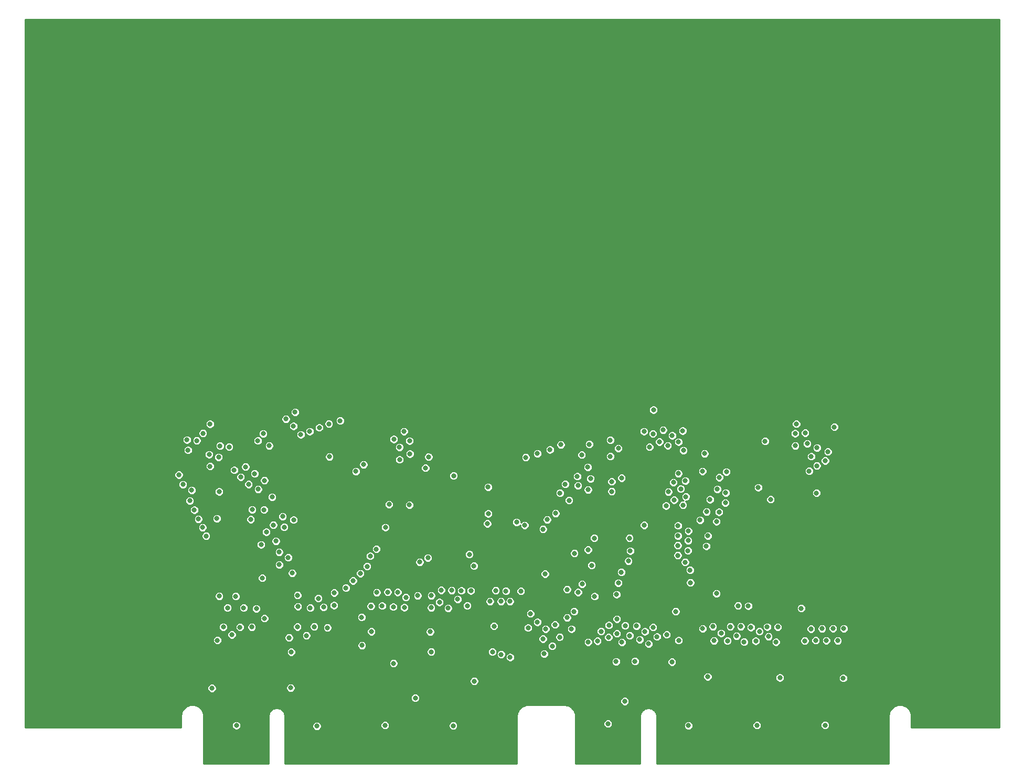
<source format=gbr>
G04 #@! TF.GenerationSoftware,KiCad,Pcbnew,(5.0.1)-4*
G04 #@! TF.CreationDate,2018-12-21T16:55:27-08:00*
G04 #@! TF.ProjectId,ram-based-register-card,72616D2D62617365642D726567697374,rev?*
G04 #@! TF.SameCoordinates,Original*
G04 #@! TF.FileFunction,Copper,L2,Inr,Plane*
G04 #@! TF.FilePolarity,Positive*
%FSLAX46Y46*%
G04 Gerber Fmt 4.6, Leading zero omitted, Abs format (unit mm)*
G04 Created by KiCad (PCBNEW (5.0.1)-4) date 12/21/2018 4:55:27 PM*
%MOMM*%
%LPD*%
G01*
G04 APERTURE LIST*
G04 #@! TA.AperFunction,ViaPad*
%ADD10C,0.800000*%
G04 #@! TD*
G04 #@! TA.AperFunction,Conductor*
%ADD11C,0.254000*%
G04 #@! TD*
G04 APERTURE END LIST*
D10*
G04 #@! TO.N,VCC*
X98500000Y-144450000D03*
X111475000Y-144550000D03*
X122475000Y-144425000D03*
X133475000Y-144500000D03*
X158450000Y-144175000D03*
X171450000Y-144475000D03*
X182500000Y-144425000D03*
X193500000Y-144400000D03*
X139115800Y-105943400D03*
X118745000Y-131521200D03*
X120269000Y-129286000D03*
X129768600Y-129311400D03*
X94538800Y-138430000D03*
X95427800Y-130683000D03*
X107238800Y-138379200D03*
X107340400Y-132588000D03*
X127355600Y-140004800D03*
X129921000Y-132562600D03*
X136880600Y-137287000D03*
X140055600Y-128397000D03*
X145567400Y-128676400D03*
X162814000Y-134086600D03*
X159766000Y-134137400D03*
X161163000Y-140538200D03*
X168783000Y-134188200D03*
X174548800Y-136575800D03*
X186207400Y-136728200D03*
X196418200Y-136804400D03*
X179451000Y-125095000D03*
X181102000Y-125145800D03*
X169392600Y-126034800D03*
X155814946Y-118577630D03*
X148310600Y-119964200D03*
X129921000Y-125425200D03*
X114249200Y-125044200D03*
X101701600Y-125577600D03*
X152171400Y-108077000D03*
X94234000Y-95758000D03*
X95707200Y-106680000D03*
X95326200Y-111023400D03*
X117767100Y-103403400D03*
X123126500Y-108750100D03*
X126415800Y-108826300D03*
X164300233Y-112090200D03*
X183819800Y-98526600D03*
X184696100Y-107937300D03*
X182702200Y-106006900D03*
X107708700Y-96088200D03*
X123901200Y-98209100D03*
X113499900Y-101041200D03*
X129514600Y-101066600D03*
X164274500Y-96951800D03*
X165809517Y-93470977D03*
X155206700Y-102717600D03*
X192112900Y-106895900D03*
X194995800Y-96227900D03*
X145021300Y-112102900D03*
X144399000Y-122745500D03*
X104254300Y-107543591D03*
X174053500Y-100527443D03*
X173723833Y-103384969D03*
X118700988Y-126967812D03*
X151866600Y-122478800D03*
X155257498Y-130987800D03*
X189654754Y-125517365D03*
G04 #@! TO.N,GND*
X95525000Y-144450000D03*
X101500000Y-144475000D03*
X108500000Y-144475000D03*
X114550000Y-144475000D03*
X119475000Y-144500000D03*
X125500000Y-144450000D03*
X130500000Y-144525000D03*
X136500000Y-144600000D03*
X155475000Y-144250000D03*
X161500000Y-144325000D03*
X168550000Y-144450000D03*
X174450000Y-144250000D03*
X179450000Y-144375000D03*
X185500000Y-144500000D03*
X190525000Y-144400000D03*
X196525000Y-144425000D03*
X99949000Y-95758000D03*
X91694000Y-137033000D03*
X92176600Y-129794000D03*
X104495600Y-137160000D03*
X105079800Y-130581400D03*
X127304800Y-136144000D03*
X132918200Y-133883400D03*
X133731000Y-136448800D03*
X137287000Y-126669800D03*
X143179800Y-126085600D03*
X163855400Y-136906000D03*
X157226000Y-140538200D03*
X170332400Y-136931400D03*
X179044600Y-136067800D03*
X192151000Y-136245600D03*
X181686200Y-136347200D03*
X186867800Y-124409200D03*
X179476400Y-123875800D03*
X157429200Y-116941600D03*
X146634200Y-119964200D03*
X127177800Y-124891800D03*
X118516400Y-129717800D03*
X118567200Y-122097800D03*
X102819200Y-121920000D03*
X155676600Y-109855000D03*
X94919800Y-94310200D03*
X97410903Y-107541696D03*
X97205800Y-113106200D03*
X118021100Y-107505500D03*
X119164100Y-108343700D03*
X123596400Y-105816400D03*
X162382200Y-112483900D03*
X175374300Y-107061000D03*
X176517300Y-97002600D03*
X185648600Y-97066100D03*
X188861700Y-107835700D03*
X187071000Y-105968800D03*
X91935300Y-97091500D03*
X105232200Y-98958400D03*
X95034100Y-105702100D03*
X94107000Y-109423200D03*
X105956100Y-105956100D03*
X107861100Y-104089200D03*
X123825000Y-96786700D03*
X117589300Y-98310700D03*
X114122200Y-104838500D03*
X133299200Y-99314000D03*
X129586364Y-104144437D03*
X123532900Y-112191800D03*
X161747200Y-92989400D03*
X167309800Y-93408500D03*
X158940500Y-102552500D03*
X166700200Y-112369600D03*
X196824600Y-107530900D03*
X190766700Y-108470700D03*
X180873400Y-109994700D03*
X179641500Y-108318300D03*
X192189100Y-98615500D03*
X188074300Y-94856300D03*
X179870100Y-97650300D03*
X192976500Y-118948200D03*
X182778400Y-118884700D03*
X178511200Y-118948200D03*
X165011100Y-118630700D03*
X147193000Y-116039900D03*
X150037800Y-126339600D03*
X133286500Y-119126000D03*
X123139200Y-118948200D03*
X110985300Y-118999000D03*
X98310700Y-118706900D03*
X97332800Y-134112000D03*
X102933500Y-133845300D03*
X101523800Y-136804400D03*
X95758000Y-136639300D03*
X108445300Y-136829800D03*
X114287300Y-136804400D03*
X114287300Y-134086600D03*
X109042200Y-134035800D03*
X120688100Y-134188200D03*
X123151900Y-136740900D03*
X128879600Y-134035800D03*
X138785600Y-137922000D03*
X147472400Y-136804400D03*
X140868400Y-127698500D03*
X144881600Y-131508500D03*
X156654500Y-134162800D03*
X159118300Y-136613900D03*
X153606500Y-136829800D03*
X180378100Y-134226300D03*
X173202600Y-136893300D03*
X190474600Y-134010400D03*
X170688000Y-102857300D03*
X102868072Y-107704403D03*
X156790065Y-127285841D03*
X168446254Y-130613257D03*
X168660749Y-128668214D03*
X187543850Y-129535417D03*
G04 #@! TO.N,/~rs2_rd~'*
X123850400Y-134416800D03*
G04 #@! TO.N,/~rd_wr~'*
X129006600Y-102857300D03*
X119011700Y-102301919D03*
X165163500Y-99466400D03*
G04 #@! TO.N,/~rs2_zero*
X129946400Y-123469400D03*
X136829800Y-118668800D03*
X153035000Y-116636800D03*
X171704938Y-119355548D03*
X138995536Y-111837276D03*
X127749300Y-123469400D03*
G04 #@! TO.N,/~rs1_zero*
X155244800Y-116078000D03*
X171754800Y-121386600D03*
X175971200Y-123139200D03*
X108356400Y-123418600D03*
X128066800Y-118059200D03*
X129387600Y-117373400D03*
X136093200Y-116814600D03*
X139141200Y-110236000D03*
X143713200Y-111607600D03*
X148642643Y-111198762D03*
X102657350Y-120637188D03*
X114287300Y-123012200D03*
G04 #@! TO.N,/rs1[31]'*
X93599005Y-113842795D03*
X95719900Y-123545600D03*
G04 #@! TO.N,/rs1[30]'*
X96367600Y-128549400D03*
X93027505Y-112458495D03*
G04 #@! TO.N,/rs1[29]'*
X97053400Y-125450600D03*
X92354405Y-111099595D03*
G04 #@! TO.N,/rs1[28]'*
X91706705Y-109639095D03*
X97764600Y-129794000D03*
G04 #@! TO.N,/rs1[27]'*
X90957405Y-108153195D03*
X98374200Y-123583700D03*
G04 #@! TO.N,/rs1[26]'*
X91274902Y-106451400D03*
X99070458Y-128571598D03*
G04 #@! TO.N,/rs1[25]'*
X99663210Y-125450600D03*
X89865205Y-105511595D03*
G04 #@! TO.N,/rs1[24]'*
X89204800Y-103962200D03*
X100965000Y-128562100D03*
G04 #@! TO.N,/rs1[16]'*
X95835237Y-99282210D03*
X112547400Y-125336300D03*
G04 #@! TO.N,/rs1[17]'*
X93094218Y-97253382D03*
X113182400Y-128663700D03*
G04 #@! TO.N,/rs1[18]'*
X95605600Y-101117400D03*
X111709200Y-123913900D03*
G04 #@! TO.N,/rs1[19]'*
X111042410Y-128498600D03*
X92100400Y-98425000D03*
G04 #@! TO.N,/rs1[20]'*
X110407410Y-125449170D03*
X94089660Y-100677750D03*
G04 #@! TO.N,/rs1[21]'*
X90500200Y-98310700D03*
X109791500Y-129921000D03*
G04 #@! TO.N,/rs1[22]'*
X94246700Y-102577900D03*
X108419900Y-125234700D03*
G04 #@! TO.N,/rs1[23]'*
X108331000Y-128524000D03*
X90678000Y-99974400D03*
G04 #@! TO.N,/rs1[15]'*
X169822927Y-103736490D03*
X161963100Y-129933700D03*
G04 #@! TO.N,/rs1[14]'*
X170942000Y-104927400D03*
X163060000Y-128371600D03*
G04 #@! TO.N,/rs1[13]'*
X169011600Y-105194100D03*
X163588702Y-130581400D03*
G04 #@! TO.N,/rs1[12]'*
X170205400Y-106222800D03*
X164414081Y-129287250D03*
G04 #@! TO.N,/rs1[11]'*
X168211500Y-106705400D03*
X165023800Y-131267200D03*
G04 #@! TO.N,/rs1[10]'*
X171030900Y-107492800D03*
X165735000Y-128587500D03*
G04 #@! TO.N,/rs1[9]'*
X169138600Y-108026200D03*
X166375528Y-130111502D03*
G04 #@! TO.N,/rs1[8]'*
X167843200Y-108966000D03*
X167932100Y-129781300D03*
G04 #@! TO.N,/rs1[0]'*
X170916600Y-118084600D03*
X179895500Y-128460500D03*
G04 #@! TO.N,/rs1[1]'*
X169722800Y-116967000D03*
X179222400Y-129984500D03*
G04 #@! TO.N,/rs1[2]'*
X171361100Y-116205000D03*
X178206400Y-128485900D03*
G04 #@! TO.N,/rs1[3]'*
X177749200Y-130784600D03*
X169722800Y-115366800D03*
G04 #@! TO.N,/rs1[4]'*
X171399200Y-114592100D03*
X176733200Y-129552700D03*
G04 #@! TO.N,/rs1[5]'*
X169748200Y-113817400D03*
X175564800Y-130746500D03*
G04 #@! TO.N,/rs1[6]'*
X171437300Y-113042700D03*
X175387000Y-128473200D03*
G04 #@! TO.N,/rs1[7]'*
X169750000Y-112166400D03*
X173748700Y-128816100D03*
G04 #@! TO.N,/rs2[24]'*
X125831600Y-123748800D03*
G04 #@! TO.N,/rs2[25]'*
X125590300Y-125387100D03*
G04 #@! TO.N,/rs2[26]'*
X124523504Y-122936000D03*
G04 #@! TO.N,/rs2[27]'*
X123805990Y-125295015D03*
G04 #@! TO.N,/rs2[28]'*
X122910600Y-122897900D03*
G04 #@! TO.N,/rs2[29]'*
X121996200Y-125120400D03*
G04 #@! TO.N,/rs2[30]'*
X121145300Y-122961400D03*
G04 #@! TO.N,/rs2[31]'*
X120192800Y-125196599D03*
G04 #@! TO.N,/rs2[23]'*
X131254500Y-124536200D03*
G04 #@! TO.N,/rs2[22]'*
X131552990Y-122593100D03*
G04 #@! TO.N,/rs2[21]'*
X132661390Y-125501400D03*
G04 #@! TO.N,/rs2[20]'*
X133222998Y-122618500D03*
G04 #@! TO.N,/rs2[19]'*
X134200900Y-124053600D03*
G04 #@! TO.N,/rs2[18]'*
X134797800Y-122669300D03*
G04 #@! TO.N,/rs2[17]'*
X135750300Y-125107700D03*
G04 #@! TO.N,/rs2[16]'*
X136334500Y-122694700D03*
G04 #@! TO.N,/rs2[8]'*
X185864500Y-128562100D03*
G04 #@! TO.N,/rs2[9]'*
X185578645Y-130981631D03*
G04 #@! TO.N,/rs2[10]'*
X184162700Y-128536700D03*
G04 #@! TO.N,/rs2[11]'*
X184365900Y-130086100D03*
G04 #@! TO.N,/rs2[12]'*
X182899010Y-129260600D03*
G04 #@! TO.N,/rs2[13]'*
X182311390Y-130810000D03*
G04 #@! TO.N,/rs2[14]'*
X181517459Y-128607812D03*
G04 #@! TO.N,/rs2[15]'*
X180416200Y-130949700D03*
G04 #@! TO.N,/rs2[7]'*
X190220602Y-130784600D03*
G04 #@! TO.N,/rs2[6]'*
X191223900Y-128854200D03*
G04 #@! TO.N,/rs2[5]'*
X191985896Y-130708400D03*
G04 #@! TO.N,/rs2[4]'*
X192995590Y-128809467D03*
G04 #@! TO.N,/rs2[3]'*
X193700400Y-130733800D03*
G04 #@! TO.N,/rs2[2]'*
X194779900Y-128790702D03*
G04 #@! TO.N,/rs2[1]'*
X195541904Y-130746500D03*
G04 #@! TO.N,/rs2[0]'*
X196519800Y-128803400D03*
G04 #@! TO.N,/rd[30]'*
X105943400Y-110693200D03*
X107721400Y-111239300D03*
G04 #@! TO.N,/rd[29]'*
X106197400Y-112412474D03*
X102955216Y-109596836D03*
G04 #@! TO.N,/rd[28]'*
X104876601Y-114663603D03*
X104444565Y-112068380D03*
G04 #@! TO.N,/rd[27]'*
X105390998Y-116433600D03*
X101041200Y-109575600D03*
G04 #@! TO.N,/rd[26]'*
X103325702Y-113199906D03*
X106857800Y-117322600D03*
G04 #@! TO.N,/rd[25]'*
X100800016Y-111169610D03*
X105410002Y-118478300D03*
G04 #@! TO.N,/rd[24]'*
X107492877Y-119837200D03*
X102476300Y-115239800D03*
G04 #@! TO.N,/rd[16]'*
X122540000Y-112445800D03*
X98132900Y-103187500D03*
G04 #@! TO.N,/rd[17]'*
X121081800Y-115951000D03*
X99961700Y-102666800D03*
G04 #@! TO.N,/rd[18]'*
X99187002Y-104317800D03*
X120091200Y-117081300D03*
G04 #@! TO.N,/rd[19]'*
X119583244Y-118745000D03*
X101422200Y-103771700D03*
G04 #@! TO.N,/rd[20]'*
X100457000Y-105486200D03*
X118487843Y-119891167D03*
G04 #@! TO.N,/rd[21]'*
X117313069Y-121065942D03*
X103009700Y-104863900D03*
G04 #@! TO.N,/rd[22]'*
X116154205Y-122224805D03*
X102004889Y-106284631D03*
G04 #@! TO.N,/rd[23]'*
X103022400Y-127152400D03*
X106984800Y-130276600D03*
G04 #@! TO.N,/rd[15]'*
X165712587Y-97326528D03*
X156756098Y-130810000D03*
G04 #@! TO.N,/rd[14]'*
X166763700Y-98628200D03*
X157343922Y-129241196D03*
G04 #@! TO.N,/rd[13]'*
X167364182Y-96721578D03*
X158546798Y-130200400D03*
G04 #@! TO.N,/rd[12]'*
X168109900Y-99237800D03*
X158610300Y-128257300D03*
G04 #@! TO.N,/rd[11]'*
X168821100Y-97612200D03*
X159891416Y-129611396D03*
G04 #@! TO.N,/rd[10]'*
X169849800Y-98640900D03*
X159893000Y-127266700D03*
G04 #@! TO.N,/rd[9]'*
X170510200Y-96850200D03*
X160705800Y-131013200D03*
G04 #@! TO.N,/rd[8]'*
X170638811Y-100014111D03*
X161239200Y-128320800D03*
G04 #@! TO.N,/rd[0]'*
X174332900Y-115493800D03*
X173324308Y-111274360D03*
G04 #@! TO.N,/rd[1]'*
X174586900Y-113830100D03*
X174371000Y-109918500D03*
G04 #@! TO.N,/rd[2]'*
X174917180Y-107950000D03*
X175975036Y-111510726D03*
G04 #@! TO.N,/rd[3]'*
X176382136Y-109982000D03*
X176098200Y-106273600D03*
G04 #@! TO.N,/rd[4]'*
X177393600Y-108486653D03*
X176428400Y-104394000D03*
G04 #@! TO.N,/rd[6]'*
X177469800Y-106870500D03*
X177565021Y-103485677D03*
G04 #@! TO.N,/rd[7]'*
X169875200Y-130708400D03*
X170561000Y-108839000D03*
G04 #@! TO.N,/rs1a[1]'*
X154279600Y-121615202D03*
X155651200Y-104584589D03*
X107962700Y-93840300D03*
X153504900Y-104203500D03*
G04 #@! TO.N,/rs1a[0]'*
X106476800Y-94945200D03*
X156286200Y-123596400D03*
G04 #@! TO.N,/rs1a[2]'*
X102814520Y-97302462D03*
X153644600Y-122936000D03*
X153619200Y-105702100D03*
X159054800Y-105054400D03*
G04 #@! TO.N,/rs1a[3]'*
X152984200Y-126034800D03*
X103784400Y-99250500D03*
X155243393Y-106366405D03*
X151561800Y-105460800D03*
X152565100Y-128866900D03*
G04 #@! TO.N,/rs1a[4]'*
X101930200Y-98450400D03*
X150698200Y-106908600D03*
X151863170Y-127031492D03*
X159042100Y-106641900D03*
X150660100Y-130175000D03*
G04 #@! TO.N,/rs2a[0]'*
X149471285Y-131632725D03*
X192186504Y-99593508D03*
X125540000Y-96951800D03*
X159842200Y-123278900D03*
X149910800Y-128168400D03*
G04 #@! TO.N,/rs2a[1]'*
X160127990Y-121437400D03*
X148158200Y-132873790D03*
X126441201Y-98477167D03*
X147961521Y-130461034D03*
X193954400Y-100228400D03*
G04 #@! TO.N,/rs2a[2]'*
X160604200Y-119684800D03*
X142671800Y-133432568D03*
X124802900Y-99504500D03*
X191274700Y-100990400D03*
X148399500Y-128866900D03*
G04 #@! TO.N,/rs2a[3]'*
X141224001Y-132969000D03*
X193522600Y-101676200D03*
X126492000Y-100584000D03*
X161760121Y-117881400D03*
X147066000Y-127762000D03*
G04 #@! TO.N,/rs2a[4]'*
X145948400Y-126390400D03*
X139801600Y-132562600D03*
X192176400Y-102489000D03*
X162064932Y-116255800D03*
X124815600Y-101498400D03*
G04 #@! TO.N,/rda[4]'*
X142646400Y-124409200D03*
X158826200Y-98348800D03*
X115227100Y-95224600D03*
X188861700Y-95745300D03*
G04 #@! TO.N,/rda[3]'*
X141986000Y-122732800D03*
X113411000Y-95715921D03*
X150850600Y-99091790D03*
X155448000Y-99021989D03*
X188658500Y-97282067D03*
G04 #@! TO.N,/rda[2]'*
X141198600Y-124409200D03*
X111861600Y-96334989D03*
X149098000Y-99904590D03*
X190288108Y-97188240D03*
X160121600Y-99682300D03*
G04 #@! TO.N,/rda[1]'*
X140335000Y-122656600D03*
X110312200Y-96954057D03*
X147066000Y-100514190D03*
X154216100Y-100736400D03*
X188683900Y-99250500D03*
G04 #@! TO.N,/rda[0]'*
X108876127Y-97459800D03*
X139420600Y-124409200D03*
X145186400Y-101142800D03*
X158844411Y-100976880D03*
X190614300Y-98920300D03*
G04 #@! TO.N,/rs1_zero*
X97307400Y-99441000D03*
X160655000Y-104470200D03*
G04 #@! TO.N,/rs2_zero*
X133553200Y-104109410D03*
X190931800Y-103352600D03*
X161925000Y-114173000D03*
X156235400Y-114173000D03*
X150012400Y-110185200D03*
X147979794Y-112750600D03*
G04 #@! TD*
D11*
G04 #@! TO.N,GND*
G36*
X221598001Y-144798000D02*
X207424247Y-144798000D01*
X207424247Y-142910118D01*
X207420967Y-142893629D01*
X207401213Y-142665541D01*
X207397404Y-142650706D01*
X207397404Y-142635393D01*
X207380795Y-142570705D01*
X207223031Y-142121459D01*
X207208348Y-142094751D01*
X207198476Y-142065918D01*
X207161809Y-142010097D01*
X206867032Y-141636175D01*
X206844490Y-141615663D01*
X206825811Y-141591583D01*
X206773040Y-141550649D01*
X206373036Y-141292370D01*
X206345066Y-141280266D01*
X206319592Y-141263533D01*
X206256407Y-141241900D01*
X205794309Y-141127114D01*
X205763924Y-141124723D01*
X205734407Y-141117144D01*
X205667621Y-141117143D01*
X205667619Y-141117143D01*
X205193255Y-141158227D01*
X205163734Y-141165807D01*
X205133351Y-141168198D01*
X205070166Y-141189831D01*
X204634683Y-141382356D01*
X204609209Y-141399089D01*
X204581239Y-141411193D01*
X204528476Y-141452120D01*
X204528468Y-141452126D01*
X204528465Y-141452130D01*
X204178826Y-141775332D01*
X204160146Y-141799414D01*
X204137605Y-141819925D01*
X204100938Y-141875745D01*
X203874838Y-142294781D01*
X203864966Y-142323615D01*
X203850284Y-142350322D01*
X203833675Y-142415009D01*
X203756493Y-142878721D01*
X203750247Y-142910119D01*
X203750248Y-150611230D01*
X166324247Y-150611230D01*
X166324247Y-144330391D01*
X170723000Y-144330391D01*
X170723000Y-144619609D01*
X170833679Y-144886813D01*
X171038187Y-145091321D01*
X171305391Y-145202000D01*
X171594609Y-145202000D01*
X171861813Y-145091321D01*
X172066321Y-144886813D01*
X172177000Y-144619609D01*
X172177000Y-144330391D01*
X172156290Y-144280391D01*
X181773000Y-144280391D01*
X181773000Y-144569609D01*
X181883679Y-144836813D01*
X182088187Y-145041321D01*
X182355391Y-145152000D01*
X182644609Y-145152000D01*
X182911813Y-145041321D01*
X183116321Y-144836813D01*
X183227000Y-144569609D01*
X183227000Y-144280391D01*
X183216645Y-144255391D01*
X192773000Y-144255391D01*
X192773000Y-144544609D01*
X192883679Y-144811813D01*
X193088187Y-145016321D01*
X193355391Y-145127000D01*
X193644609Y-145127000D01*
X193911813Y-145016321D01*
X194116321Y-144811813D01*
X194227000Y-144544609D01*
X194227000Y-144255391D01*
X194116321Y-143988187D01*
X193911813Y-143783679D01*
X193644609Y-143673000D01*
X193355391Y-143673000D01*
X193088187Y-143783679D01*
X192883679Y-143988187D01*
X192773000Y-144255391D01*
X183216645Y-144255391D01*
X183116321Y-144013187D01*
X182911813Y-143808679D01*
X182644609Y-143698000D01*
X182355391Y-143698000D01*
X182088187Y-143808679D01*
X181883679Y-144013187D01*
X181773000Y-144280391D01*
X172156290Y-144280391D01*
X172066321Y-144063187D01*
X171861813Y-143858679D01*
X171594609Y-143748000D01*
X171305391Y-143748000D01*
X171038187Y-143858679D01*
X170833679Y-144063187D01*
X170723000Y-144330391D01*
X166324247Y-144330391D01*
X166324247Y-142910118D01*
X166316811Y-142872735D01*
X166316811Y-142872730D01*
X166244497Y-142509181D01*
X166186712Y-142369676D01*
X166186711Y-142369675D01*
X165980776Y-142061473D01*
X165874002Y-141954699D01*
X165565802Y-141748766D01*
X165565801Y-141748765D01*
X165426295Y-141690980D01*
X165062747Y-141618666D01*
X164987247Y-141618667D01*
X164911747Y-141618666D01*
X164548198Y-141690980D01*
X164408693Y-141748765D01*
X164408692Y-141748766D01*
X164100492Y-141954699D01*
X163993718Y-142061473D01*
X163787783Y-142369675D01*
X163787782Y-142369676D01*
X163729997Y-142509182D01*
X163657683Y-142872730D01*
X163657683Y-142872740D01*
X163650248Y-142910118D01*
X163650247Y-145160118D01*
X163650247Y-145160119D01*
X163650248Y-150611230D01*
X153224247Y-150611230D01*
X153224247Y-144030391D01*
X157723000Y-144030391D01*
X157723000Y-144319609D01*
X157833679Y-144586813D01*
X158038187Y-144791321D01*
X158305391Y-144902000D01*
X158594609Y-144902000D01*
X158861813Y-144791321D01*
X159066321Y-144586813D01*
X159177000Y-144319609D01*
X159177000Y-144030391D01*
X159066321Y-143763187D01*
X158861813Y-143558679D01*
X158594609Y-143448000D01*
X158305391Y-143448000D01*
X158038187Y-143558679D01*
X157833679Y-143763187D01*
X157723000Y-144030391D01*
X153224247Y-144030391D01*
X153224247Y-142910118D01*
X153219481Y-142886157D01*
X153175641Y-142539126D01*
X153169077Y-142517176D01*
X153167279Y-142494334D01*
X153145646Y-142431149D01*
X152953121Y-141995666D01*
X152936388Y-141970192D01*
X152924284Y-141942222D01*
X152883357Y-141889459D01*
X152883351Y-141889451D01*
X152883347Y-141889448D01*
X152560145Y-141539809D01*
X152536063Y-141521129D01*
X152515552Y-141498588D01*
X152459732Y-141461921D01*
X152459731Y-141461920D01*
X152459729Y-141461919D01*
X152040696Y-141235821D01*
X152011862Y-141225949D01*
X151985155Y-141211267D01*
X151920468Y-141194658D01*
X151456762Y-141117477D01*
X151425359Y-141111230D01*
X145549135Y-141111230D01*
X145525174Y-141115996D01*
X145178143Y-141159836D01*
X145156193Y-141166400D01*
X145133351Y-141168198D01*
X145070166Y-141189831D01*
X144634683Y-141382356D01*
X144609209Y-141399089D01*
X144581239Y-141411193D01*
X144528476Y-141452120D01*
X144528468Y-141452126D01*
X144528465Y-141452130D01*
X144178826Y-141775332D01*
X144160146Y-141799414D01*
X144137605Y-141819925D01*
X144100938Y-141875745D01*
X143874838Y-142294781D01*
X143864966Y-142323615D01*
X143850284Y-142350322D01*
X143833675Y-142415009D01*
X143756493Y-142878721D01*
X143750247Y-142910119D01*
X143750248Y-150611230D01*
X106324247Y-150611230D01*
X106324247Y-144405391D01*
X110748000Y-144405391D01*
X110748000Y-144694609D01*
X110858679Y-144961813D01*
X111063187Y-145166321D01*
X111330391Y-145277000D01*
X111619609Y-145277000D01*
X111886813Y-145166321D01*
X112091321Y-144961813D01*
X112202000Y-144694609D01*
X112202000Y-144405391D01*
X112150224Y-144280391D01*
X121748000Y-144280391D01*
X121748000Y-144569609D01*
X121858679Y-144836813D01*
X122063187Y-145041321D01*
X122330391Y-145152000D01*
X122619609Y-145152000D01*
X122886813Y-145041321D01*
X123091321Y-144836813D01*
X123202000Y-144569609D01*
X123202000Y-144355391D01*
X132748000Y-144355391D01*
X132748000Y-144644609D01*
X132858679Y-144911813D01*
X133063187Y-145116321D01*
X133330391Y-145227000D01*
X133619609Y-145227000D01*
X133886813Y-145116321D01*
X134091321Y-144911813D01*
X134202000Y-144644609D01*
X134202000Y-144355391D01*
X134091321Y-144088187D01*
X133886813Y-143883679D01*
X133619609Y-143773000D01*
X133330391Y-143773000D01*
X133063187Y-143883679D01*
X132858679Y-144088187D01*
X132748000Y-144355391D01*
X123202000Y-144355391D01*
X123202000Y-144280391D01*
X123091321Y-144013187D01*
X122886813Y-143808679D01*
X122619609Y-143698000D01*
X122330391Y-143698000D01*
X122063187Y-143808679D01*
X121858679Y-144013187D01*
X121748000Y-144280391D01*
X112150224Y-144280391D01*
X112091321Y-144138187D01*
X111886813Y-143933679D01*
X111619609Y-143823000D01*
X111330391Y-143823000D01*
X111063187Y-143933679D01*
X110858679Y-144138187D01*
X110748000Y-144405391D01*
X106324247Y-144405391D01*
X106324247Y-142910118D01*
X106316811Y-142872735D01*
X106316811Y-142872730D01*
X106244497Y-142509181D01*
X106186712Y-142369676D01*
X106186711Y-142369675D01*
X105980776Y-142061473D01*
X105874002Y-141954699D01*
X105565802Y-141748766D01*
X105565801Y-141748765D01*
X105426295Y-141690980D01*
X105062747Y-141618666D01*
X104987247Y-141618667D01*
X104911747Y-141618666D01*
X104548198Y-141690980D01*
X104408693Y-141748765D01*
X104408692Y-141748766D01*
X104100492Y-141954699D01*
X103993718Y-142061473D01*
X103787783Y-142369675D01*
X103787782Y-142369676D01*
X103729997Y-142509182D01*
X103657683Y-142872730D01*
X103657683Y-142872740D01*
X103650248Y-142910118D01*
X103650247Y-145160118D01*
X103650247Y-145160119D01*
X103650248Y-150611230D01*
X93224247Y-150611230D01*
X93224247Y-144305391D01*
X97773000Y-144305391D01*
X97773000Y-144594609D01*
X97883679Y-144861813D01*
X98088187Y-145066321D01*
X98355391Y-145177000D01*
X98644609Y-145177000D01*
X98911813Y-145066321D01*
X99116321Y-144861813D01*
X99227000Y-144594609D01*
X99227000Y-144305391D01*
X99116321Y-144038187D01*
X98911813Y-143833679D01*
X98644609Y-143723000D01*
X98355391Y-143723000D01*
X98088187Y-143833679D01*
X97883679Y-144038187D01*
X97773000Y-144305391D01*
X93224247Y-144305391D01*
X93224247Y-142910118D01*
X93220967Y-142893629D01*
X93201213Y-142665541D01*
X93197404Y-142650706D01*
X93197404Y-142635393D01*
X93180795Y-142570705D01*
X93023031Y-142121459D01*
X93008348Y-142094751D01*
X92998476Y-142065918D01*
X92961809Y-142010097D01*
X92667032Y-141636175D01*
X92644490Y-141615663D01*
X92625811Y-141591583D01*
X92573040Y-141550649D01*
X92173036Y-141292370D01*
X92145066Y-141280266D01*
X92119592Y-141263533D01*
X92056407Y-141241900D01*
X91594309Y-141127114D01*
X91563924Y-141124723D01*
X91534407Y-141117144D01*
X91467621Y-141117143D01*
X91467619Y-141117143D01*
X90993255Y-141158227D01*
X90963734Y-141165807D01*
X90933351Y-141168198D01*
X90870166Y-141189831D01*
X90434683Y-141382356D01*
X90409209Y-141399089D01*
X90381239Y-141411193D01*
X90328476Y-141452120D01*
X90328468Y-141452126D01*
X90328465Y-141452130D01*
X89978826Y-141775332D01*
X89960146Y-141799414D01*
X89937605Y-141819925D01*
X89900938Y-141875745D01*
X89674838Y-142294781D01*
X89664966Y-142323615D01*
X89650284Y-142350322D01*
X89633675Y-142415009D01*
X89556493Y-142878721D01*
X89550247Y-142910119D01*
X89550248Y-144798000D01*
X64402000Y-144798000D01*
X64402000Y-139860191D01*
X126628600Y-139860191D01*
X126628600Y-140149409D01*
X126739279Y-140416613D01*
X126943787Y-140621121D01*
X127210991Y-140731800D01*
X127500209Y-140731800D01*
X127767413Y-140621121D01*
X127971921Y-140416613D01*
X127981456Y-140393591D01*
X160436000Y-140393591D01*
X160436000Y-140682809D01*
X160546679Y-140950013D01*
X160751187Y-141154521D01*
X161018391Y-141265200D01*
X161307609Y-141265200D01*
X161574813Y-141154521D01*
X161779321Y-140950013D01*
X161890000Y-140682809D01*
X161890000Y-140393591D01*
X161779321Y-140126387D01*
X161574813Y-139921879D01*
X161307609Y-139811200D01*
X161018391Y-139811200D01*
X160751187Y-139921879D01*
X160546679Y-140126387D01*
X160436000Y-140393591D01*
X127981456Y-140393591D01*
X128082600Y-140149409D01*
X128082600Y-139860191D01*
X127971921Y-139592987D01*
X127767413Y-139388479D01*
X127500209Y-139277800D01*
X127210991Y-139277800D01*
X126943787Y-139388479D01*
X126739279Y-139592987D01*
X126628600Y-139860191D01*
X64402000Y-139860191D01*
X64402000Y-138285391D01*
X93811800Y-138285391D01*
X93811800Y-138574609D01*
X93922479Y-138841813D01*
X94126987Y-139046321D01*
X94394191Y-139157000D01*
X94683409Y-139157000D01*
X94950613Y-139046321D01*
X95155121Y-138841813D01*
X95265800Y-138574609D01*
X95265800Y-138285391D01*
X95244759Y-138234591D01*
X106511800Y-138234591D01*
X106511800Y-138523809D01*
X106622479Y-138791013D01*
X106826987Y-138995521D01*
X107094191Y-139106200D01*
X107383409Y-139106200D01*
X107650613Y-138995521D01*
X107855121Y-138791013D01*
X107965800Y-138523809D01*
X107965800Y-138234591D01*
X107855121Y-137967387D01*
X107650613Y-137762879D01*
X107383409Y-137652200D01*
X107094191Y-137652200D01*
X106826987Y-137762879D01*
X106622479Y-137967387D01*
X106511800Y-138234591D01*
X95244759Y-138234591D01*
X95155121Y-138018187D01*
X94950613Y-137813679D01*
X94683409Y-137703000D01*
X94394191Y-137703000D01*
X94126987Y-137813679D01*
X93922479Y-138018187D01*
X93811800Y-138285391D01*
X64402000Y-138285391D01*
X64402000Y-137142391D01*
X136153600Y-137142391D01*
X136153600Y-137431609D01*
X136264279Y-137698813D01*
X136468787Y-137903321D01*
X136735991Y-138014000D01*
X137025209Y-138014000D01*
X137292413Y-137903321D01*
X137496921Y-137698813D01*
X137607600Y-137431609D01*
X137607600Y-137142391D01*
X137496921Y-136875187D01*
X137292413Y-136670679D01*
X137025209Y-136560000D01*
X136735991Y-136560000D01*
X136468787Y-136670679D01*
X136264279Y-136875187D01*
X136153600Y-137142391D01*
X64402000Y-137142391D01*
X64402000Y-136431191D01*
X173821800Y-136431191D01*
X173821800Y-136720409D01*
X173932479Y-136987613D01*
X174136987Y-137192121D01*
X174404191Y-137302800D01*
X174693409Y-137302800D01*
X174960613Y-137192121D01*
X175165121Y-136987613D01*
X175275800Y-136720409D01*
X175275800Y-136583591D01*
X185480400Y-136583591D01*
X185480400Y-136872809D01*
X185591079Y-137140013D01*
X185795587Y-137344521D01*
X186062791Y-137455200D01*
X186352009Y-137455200D01*
X186619213Y-137344521D01*
X186823721Y-137140013D01*
X186934400Y-136872809D01*
X186934400Y-136659791D01*
X195691200Y-136659791D01*
X195691200Y-136949009D01*
X195801879Y-137216213D01*
X196006387Y-137420721D01*
X196273591Y-137531400D01*
X196562809Y-137531400D01*
X196830013Y-137420721D01*
X197034521Y-137216213D01*
X197145200Y-136949009D01*
X197145200Y-136659791D01*
X197034521Y-136392587D01*
X196830013Y-136188079D01*
X196562809Y-136077400D01*
X196273591Y-136077400D01*
X196006387Y-136188079D01*
X195801879Y-136392587D01*
X195691200Y-136659791D01*
X186934400Y-136659791D01*
X186934400Y-136583591D01*
X186823721Y-136316387D01*
X186619213Y-136111879D01*
X186352009Y-136001200D01*
X186062791Y-136001200D01*
X185795587Y-136111879D01*
X185591079Y-136316387D01*
X185480400Y-136583591D01*
X175275800Y-136583591D01*
X175275800Y-136431191D01*
X175165121Y-136163987D01*
X174960613Y-135959479D01*
X174693409Y-135848800D01*
X174404191Y-135848800D01*
X174136987Y-135959479D01*
X173932479Y-136163987D01*
X173821800Y-136431191D01*
X64402000Y-136431191D01*
X64402000Y-134272191D01*
X123123400Y-134272191D01*
X123123400Y-134561409D01*
X123234079Y-134828613D01*
X123438587Y-135033121D01*
X123705791Y-135143800D01*
X123995009Y-135143800D01*
X124262213Y-135033121D01*
X124466721Y-134828613D01*
X124577400Y-134561409D01*
X124577400Y-134272191D01*
X124466721Y-134004987D01*
X124262213Y-133800479D01*
X123995009Y-133689800D01*
X123705791Y-133689800D01*
X123438587Y-133800479D01*
X123234079Y-134004987D01*
X123123400Y-134272191D01*
X64402000Y-134272191D01*
X64402000Y-132443391D01*
X106613400Y-132443391D01*
X106613400Y-132732609D01*
X106724079Y-132999813D01*
X106928587Y-133204321D01*
X107195791Y-133315000D01*
X107485009Y-133315000D01*
X107752213Y-133204321D01*
X107956721Y-132999813D01*
X108067400Y-132732609D01*
X108067400Y-132443391D01*
X108056880Y-132417991D01*
X129194000Y-132417991D01*
X129194000Y-132707209D01*
X129304679Y-132974413D01*
X129509187Y-133178921D01*
X129776391Y-133289600D01*
X130065609Y-133289600D01*
X130332813Y-133178921D01*
X130537321Y-132974413D01*
X130648000Y-132707209D01*
X130648000Y-132417991D01*
X139074600Y-132417991D01*
X139074600Y-132707209D01*
X139185279Y-132974413D01*
X139389787Y-133178921D01*
X139656991Y-133289600D01*
X139946209Y-133289600D01*
X140213413Y-133178921D01*
X140417921Y-132974413D01*
X140480061Y-132824391D01*
X140497001Y-132824391D01*
X140497001Y-133113609D01*
X140607680Y-133380813D01*
X140812188Y-133585321D01*
X141079392Y-133696000D01*
X141368610Y-133696000D01*
X141635814Y-133585321D01*
X141840322Y-133380813D01*
X141878783Y-133287959D01*
X141944800Y-133287959D01*
X141944800Y-133577177D01*
X142055479Y-133844381D01*
X142259987Y-134048889D01*
X142527191Y-134159568D01*
X142816409Y-134159568D01*
X143083613Y-134048889D01*
X143139711Y-133992791D01*
X159039000Y-133992791D01*
X159039000Y-134282009D01*
X159149679Y-134549213D01*
X159354187Y-134753721D01*
X159621391Y-134864400D01*
X159910609Y-134864400D01*
X160177813Y-134753721D01*
X160382321Y-134549213D01*
X160493000Y-134282009D01*
X160493000Y-133992791D01*
X160471959Y-133941991D01*
X162087000Y-133941991D01*
X162087000Y-134231209D01*
X162197679Y-134498413D01*
X162402187Y-134702921D01*
X162669391Y-134813600D01*
X162958609Y-134813600D01*
X163225813Y-134702921D01*
X163430321Y-134498413D01*
X163541000Y-134231209D01*
X163541000Y-134043591D01*
X168056000Y-134043591D01*
X168056000Y-134332809D01*
X168166679Y-134600013D01*
X168371187Y-134804521D01*
X168638391Y-134915200D01*
X168927609Y-134915200D01*
X169194813Y-134804521D01*
X169399321Y-134600013D01*
X169510000Y-134332809D01*
X169510000Y-134043591D01*
X169399321Y-133776387D01*
X169194813Y-133571879D01*
X168927609Y-133461200D01*
X168638391Y-133461200D01*
X168371187Y-133571879D01*
X168166679Y-133776387D01*
X168056000Y-134043591D01*
X163541000Y-134043591D01*
X163541000Y-133941991D01*
X163430321Y-133674787D01*
X163225813Y-133470279D01*
X162958609Y-133359600D01*
X162669391Y-133359600D01*
X162402187Y-133470279D01*
X162197679Y-133674787D01*
X162087000Y-133941991D01*
X160471959Y-133941991D01*
X160382321Y-133725587D01*
X160177813Y-133521079D01*
X159910609Y-133410400D01*
X159621391Y-133410400D01*
X159354187Y-133521079D01*
X159149679Y-133725587D01*
X159039000Y-133992791D01*
X143139711Y-133992791D01*
X143288121Y-133844381D01*
X143398800Y-133577177D01*
X143398800Y-133287959D01*
X143288121Y-133020755D01*
X143083613Y-132816247D01*
X142873417Y-132729181D01*
X147431200Y-132729181D01*
X147431200Y-133018399D01*
X147541879Y-133285603D01*
X147746387Y-133490111D01*
X148013591Y-133600790D01*
X148302809Y-133600790D01*
X148570013Y-133490111D01*
X148774521Y-133285603D01*
X148885200Y-133018399D01*
X148885200Y-132729181D01*
X148774521Y-132461977D01*
X148570013Y-132257469D01*
X148302809Y-132146790D01*
X148013591Y-132146790D01*
X147746387Y-132257469D01*
X147541879Y-132461977D01*
X147431200Y-132729181D01*
X142873417Y-132729181D01*
X142816409Y-132705568D01*
X142527191Y-132705568D01*
X142259987Y-132816247D01*
X142055479Y-133020755D01*
X141944800Y-133287959D01*
X141878783Y-133287959D01*
X141951001Y-133113609D01*
X141951001Y-132824391D01*
X141840322Y-132557187D01*
X141635814Y-132352679D01*
X141368610Y-132242000D01*
X141079392Y-132242000D01*
X140812188Y-132352679D01*
X140607680Y-132557187D01*
X140497001Y-132824391D01*
X140480061Y-132824391D01*
X140528600Y-132707209D01*
X140528600Y-132417991D01*
X140417921Y-132150787D01*
X140213413Y-131946279D01*
X139946209Y-131835600D01*
X139656991Y-131835600D01*
X139389787Y-131946279D01*
X139185279Y-132150787D01*
X139074600Y-132417991D01*
X130648000Y-132417991D01*
X130537321Y-132150787D01*
X130332813Y-131946279D01*
X130065609Y-131835600D01*
X129776391Y-131835600D01*
X129509187Y-131946279D01*
X129304679Y-132150787D01*
X129194000Y-132417991D01*
X108056880Y-132417991D01*
X107956721Y-132176187D01*
X107752213Y-131971679D01*
X107485009Y-131861000D01*
X107195791Y-131861000D01*
X106928587Y-131971679D01*
X106724079Y-132176187D01*
X106613400Y-132443391D01*
X64402000Y-132443391D01*
X64402000Y-130538391D01*
X94700800Y-130538391D01*
X94700800Y-130827609D01*
X94811479Y-131094813D01*
X95015987Y-131299321D01*
X95283191Y-131410000D01*
X95572409Y-131410000D01*
X95653065Y-131376591D01*
X118018000Y-131376591D01*
X118018000Y-131665809D01*
X118128679Y-131933013D01*
X118333187Y-132137521D01*
X118600391Y-132248200D01*
X118889609Y-132248200D01*
X119156813Y-132137521D01*
X119361321Y-131933013D01*
X119472000Y-131665809D01*
X119472000Y-131488116D01*
X148744285Y-131488116D01*
X148744285Y-131777334D01*
X148854964Y-132044538D01*
X149059472Y-132249046D01*
X149326676Y-132359725D01*
X149615894Y-132359725D01*
X149883098Y-132249046D01*
X150087606Y-132044538D01*
X150198285Y-131777334D01*
X150198285Y-131488116D01*
X150087606Y-131220912D01*
X149883098Y-131016404D01*
X149615894Y-130905725D01*
X149326676Y-130905725D01*
X149059472Y-131016404D01*
X148854964Y-131220912D01*
X148744285Y-131488116D01*
X119472000Y-131488116D01*
X119472000Y-131376591D01*
X119361321Y-131109387D01*
X119156813Y-130904879D01*
X118889609Y-130794200D01*
X118600391Y-130794200D01*
X118333187Y-130904879D01*
X118128679Y-131109387D01*
X118018000Y-131376591D01*
X95653065Y-131376591D01*
X95839613Y-131299321D01*
X96044121Y-131094813D01*
X96154800Y-130827609D01*
X96154800Y-130538391D01*
X96044121Y-130271187D01*
X95839613Y-130066679D01*
X95572409Y-129956000D01*
X95283191Y-129956000D01*
X95015987Y-130066679D01*
X94811479Y-130271187D01*
X94700800Y-130538391D01*
X64402000Y-130538391D01*
X64402000Y-129649391D01*
X97037600Y-129649391D01*
X97037600Y-129938609D01*
X97148279Y-130205813D01*
X97352787Y-130410321D01*
X97619991Y-130521000D01*
X97909209Y-130521000D01*
X98176413Y-130410321D01*
X98380921Y-130205813D01*
X98411498Y-130131991D01*
X106257800Y-130131991D01*
X106257800Y-130421209D01*
X106368479Y-130688413D01*
X106572987Y-130892921D01*
X106840191Y-131003600D01*
X107129409Y-131003600D01*
X107396613Y-130892921D01*
X107601121Y-130688413D01*
X107711800Y-130421209D01*
X107711800Y-130131991D01*
X107601121Y-129864787D01*
X107512725Y-129776391D01*
X109064500Y-129776391D01*
X109064500Y-130065609D01*
X109175179Y-130332813D01*
X109379687Y-130537321D01*
X109646891Y-130648000D01*
X109936109Y-130648000D01*
X110203313Y-130537321D01*
X110407821Y-130332813D01*
X110414609Y-130316425D01*
X147234521Y-130316425D01*
X147234521Y-130605643D01*
X147345200Y-130872847D01*
X147549708Y-131077355D01*
X147816912Y-131188034D01*
X148106130Y-131188034D01*
X148373334Y-131077355D01*
X148577842Y-130872847D01*
X148688521Y-130605643D01*
X148688521Y-130316425D01*
X148577842Y-130049221D01*
X148559012Y-130030391D01*
X149933100Y-130030391D01*
X149933100Y-130319609D01*
X150043779Y-130586813D01*
X150248287Y-130791321D01*
X150515491Y-130902000D01*
X150804709Y-130902000D01*
X150946687Y-130843191D01*
X154530498Y-130843191D01*
X154530498Y-131132409D01*
X154641177Y-131399613D01*
X154845685Y-131604121D01*
X155112889Y-131714800D01*
X155402107Y-131714800D01*
X155669311Y-131604121D01*
X155873819Y-131399613D01*
X155984498Y-131132409D01*
X155984498Y-130843191D01*
X155910852Y-130665391D01*
X156029098Y-130665391D01*
X156029098Y-130954609D01*
X156139777Y-131221813D01*
X156344285Y-131426321D01*
X156611489Y-131537000D01*
X156900707Y-131537000D01*
X157167911Y-131426321D01*
X157372419Y-131221813D01*
X157483098Y-130954609D01*
X157483098Y-130665391D01*
X157372419Y-130398187D01*
X157167911Y-130193679D01*
X156900707Y-130083000D01*
X156611489Y-130083000D01*
X156344285Y-130193679D01*
X156139777Y-130398187D01*
X156029098Y-130665391D01*
X155910852Y-130665391D01*
X155873819Y-130575987D01*
X155669311Y-130371479D01*
X155402107Y-130260800D01*
X155112889Y-130260800D01*
X154845685Y-130371479D01*
X154641177Y-130575987D01*
X154530498Y-130843191D01*
X150946687Y-130843191D01*
X151071913Y-130791321D01*
X151276421Y-130586813D01*
X151387100Y-130319609D01*
X151387100Y-130055791D01*
X157819798Y-130055791D01*
X157819798Y-130345009D01*
X157930477Y-130612213D01*
X158134985Y-130816721D01*
X158402189Y-130927400D01*
X158691407Y-130927400D01*
X158833385Y-130868591D01*
X159978800Y-130868591D01*
X159978800Y-131157809D01*
X160089479Y-131425013D01*
X160293987Y-131629521D01*
X160561191Y-131740200D01*
X160850409Y-131740200D01*
X161117613Y-131629521D01*
X161322121Y-131425013D01*
X161432800Y-131157809D01*
X161432800Y-130868591D01*
X161322121Y-130601387D01*
X161117613Y-130396879D01*
X160850409Y-130286200D01*
X160561191Y-130286200D01*
X160293987Y-130396879D01*
X160089479Y-130601387D01*
X159978800Y-130868591D01*
X158833385Y-130868591D01*
X158958611Y-130816721D01*
X159163119Y-130612213D01*
X159273798Y-130345009D01*
X159273798Y-130055791D01*
X159163119Y-129788587D01*
X158958611Y-129584079D01*
X158691407Y-129473400D01*
X158402189Y-129473400D01*
X158134985Y-129584079D01*
X157930477Y-129788587D01*
X157819798Y-130055791D01*
X151387100Y-130055791D01*
X151387100Y-130030391D01*
X151276421Y-129763187D01*
X151071913Y-129558679D01*
X150804709Y-129448000D01*
X150515491Y-129448000D01*
X150248287Y-129558679D01*
X150043779Y-129763187D01*
X149933100Y-130030391D01*
X148559012Y-130030391D01*
X148373334Y-129844713D01*
X148106130Y-129734034D01*
X147816912Y-129734034D01*
X147549708Y-129844713D01*
X147345200Y-130049221D01*
X147234521Y-130316425D01*
X110414609Y-130316425D01*
X110518500Y-130065609D01*
X110518500Y-129776391D01*
X110407821Y-129509187D01*
X110203313Y-129304679D01*
X109936109Y-129194000D01*
X109646891Y-129194000D01*
X109379687Y-129304679D01*
X109175179Y-129509187D01*
X109064500Y-129776391D01*
X107512725Y-129776391D01*
X107396613Y-129660279D01*
X107129409Y-129549600D01*
X106840191Y-129549600D01*
X106572987Y-129660279D01*
X106368479Y-129864787D01*
X106257800Y-130131991D01*
X98411498Y-130131991D01*
X98491600Y-129938609D01*
X98491600Y-129649391D01*
X98380921Y-129382187D01*
X98176413Y-129177679D01*
X97909209Y-129067000D01*
X97619991Y-129067000D01*
X97352787Y-129177679D01*
X97148279Y-129382187D01*
X97037600Y-129649391D01*
X64402000Y-129649391D01*
X64402000Y-128404791D01*
X95640600Y-128404791D01*
X95640600Y-128694009D01*
X95751279Y-128961213D01*
X95955787Y-129165721D01*
X96222991Y-129276400D01*
X96512209Y-129276400D01*
X96779413Y-129165721D01*
X96983921Y-128961213D01*
X97094600Y-128694009D01*
X97094600Y-128426989D01*
X98343458Y-128426989D01*
X98343458Y-128716207D01*
X98454137Y-128983411D01*
X98658645Y-129187919D01*
X98925849Y-129298598D01*
X99215067Y-129298598D01*
X99482271Y-129187919D01*
X99686779Y-128983411D01*
X99797458Y-128716207D01*
X99797458Y-128426989D01*
X99793524Y-128417491D01*
X100238000Y-128417491D01*
X100238000Y-128706709D01*
X100348679Y-128973913D01*
X100553187Y-129178421D01*
X100820391Y-129289100D01*
X101109609Y-129289100D01*
X101376813Y-129178421D01*
X101581321Y-128973913D01*
X101692000Y-128706709D01*
X101692000Y-128417491D01*
X101676219Y-128379391D01*
X107604000Y-128379391D01*
X107604000Y-128668609D01*
X107714679Y-128935813D01*
X107919187Y-129140321D01*
X108186391Y-129251000D01*
X108475609Y-129251000D01*
X108742813Y-129140321D01*
X108947321Y-128935813D01*
X109058000Y-128668609D01*
X109058000Y-128379391D01*
X109047480Y-128353991D01*
X110315410Y-128353991D01*
X110315410Y-128643209D01*
X110426089Y-128910413D01*
X110630597Y-129114921D01*
X110897801Y-129225600D01*
X111187019Y-129225600D01*
X111454223Y-129114921D01*
X111658731Y-128910413D01*
X111769410Y-128643209D01*
X111769410Y-128519091D01*
X112455400Y-128519091D01*
X112455400Y-128808309D01*
X112566079Y-129075513D01*
X112770587Y-129280021D01*
X113037791Y-129390700D01*
X113327009Y-129390700D01*
X113594213Y-129280021D01*
X113732843Y-129141391D01*
X119542000Y-129141391D01*
X119542000Y-129430609D01*
X119652679Y-129697813D01*
X119857187Y-129902321D01*
X120124391Y-130013000D01*
X120413609Y-130013000D01*
X120680813Y-129902321D01*
X120885321Y-129697813D01*
X120996000Y-129430609D01*
X120996000Y-129166791D01*
X129041600Y-129166791D01*
X129041600Y-129456009D01*
X129152279Y-129723213D01*
X129356787Y-129927721D01*
X129623991Y-130038400D01*
X129913209Y-130038400D01*
X130180413Y-129927721D01*
X130384921Y-129723213D01*
X130495600Y-129456009D01*
X130495600Y-129166791D01*
X130384921Y-128899587D01*
X130180413Y-128695079D01*
X129913209Y-128584400D01*
X129623991Y-128584400D01*
X129356787Y-128695079D01*
X129152279Y-128899587D01*
X129041600Y-129166791D01*
X120996000Y-129166791D01*
X120996000Y-129141391D01*
X120885321Y-128874187D01*
X120680813Y-128669679D01*
X120413609Y-128559000D01*
X120124391Y-128559000D01*
X119857187Y-128669679D01*
X119652679Y-128874187D01*
X119542000Y-129141391D01*
X113732843Y-129141391D01*
X113798721Y-129075513D01*
X113909400Y-128808309D01*
X113909400Y-128519091D01*
X113798930Y-128252391D01*
X139328600Y-128252391D01*
X139328600Y-128541609D01*
X139439279Y-128808813D01*
X139643787Y-129013321D01*
X139910991Y-129124000D01*
X140200209Y-129124000D01*
X140467413Y-129013321D01*
X140671921Y-128808813D01*
X140782600Y-128541609D01*
X140782600Y-128531791D01*
X144840400Y-128531791D01*
X144840400Y-128821009D01*
X144951079Y-129088213D01*
X145155587Y-129292721D01*
X145422791Y-129403400D01*
X145712009Y-129403400D01*
X145979213Y-129292721D01*
X146183721Y-129088213D01*
X146294400Y-128821009D01*
X146294400Y-128722291D01*
X147672500Y-128722291D01*
X147672500Y-129011509D01*
X147783179Y-129278713D01*
X147987687Y-129483221D01*
X148254891Y-129593900D01*
X148544109Y-129593900D01*
X148811313Y-129483221D01*
X149015821Y-129278713D01*
X149126500Y-129011509D01*
X149126500Y-128722291D01*
X149015821Y-128455087D01*
X148811313Y-128250579D01*
X148544109Y-128139900D01*
X148254891Y-128139900D01*
X147987687Y-128250579D01*
X147783179Y-128455087D01*
X147672500Y-128722291D01*
X146294400Y-128722291D01*
X146294400Y-128531791D01*
X146183721Y-128264587D01*
X145979213Y-128060079D01*
X145712009Y-127949400D01*
X145422791Y-127949400D01*
X145155587Y-128060079D01*
X144951079Y-128264587D01*
X144840400Y-128531791D01*
X140782600Y-128531791D01*
X140782600Y-128252391D01*
X140671921Y-127985187D01*
X140467413Y-127780679D01*
X140200209Y-127670000D01*
X139910991Y-127670000D01*
X139643787Y-127780679D01*
X139439279Y-127985187D01*
X139328600Y-128252391D01*
X113798930Y-128252391D01*
X113798721Y-128251887D01*
X113594213Y-128047379D01*
X113327009Y-127936700D01*
X113037791Y-127936700D01*
X112770587Y-128047379D01*
X112566079Y-128251887D01*
X112455400Y-128519091D01*
X111769410Y-128519091D01*
X111769410Y-128353991D01*
X111658731Y-128086787D01*
X111454223Y-127882279D01*
X111187019Y-127771600D01*
X110897801Y-127771600D01*
X110630597Y-127882279D01*
X110426089Y-128086787D01*
X110315410Y-128353991D01*
X109047480Y-128353991D01*
X108947321Y-128112187D01*
X108742813Y-127907679D01*
X108475609Y-127797000D01*
X108186391Y-127797000D01*
X107919187Y-127907679D01*
X107714679Y-128112187D01*
X107604000Y-128379391D01*
X101676219Y-128379391D01*
X101581321Y-128150287D01*
X101376813Y-127945779D01*
X101109609Y-127835100D01*
X100820391Y-127835100D01*
X100553187Y-127945779D01*
X100348679Y-128150287D01*
X100238000Y-128417491D01*
X99793524Y-128417491D01*
X99686779Y-128159785D01*
X99482271Y-127955277D01*
X99215067Y-127844598D01*
X98925849Y-127844598D01*
X98658645Y-127955277D01*
X98454137Y-128159785D01*
X98343458Y-128426989D01*
X97094600Y-128426989D01*
X97094600Y-128404791D01*
X96983921Y-128137587D01*
X96779413Y-127933079D01*
X96512209Y-127822400D01*
X96222991Y-127822400D01*
X95955787Y-127933079D01*
X95751279Y-128137587D01*
X95640600Y-128404791D01*
X64402000Y-128404791D01*
X64402000Y-127007791D01*
X102295400Y-127007791D01*
X102295400Y-127297009D01*
X102406079Y-127564213D01*
X102610587Y-127768721D01*
X102877791Y-127879400D01*
X103167009Y-127879400D01*
X103434213Y-127768721D01*
X103638721Y-127564213D01*
X103749400Y-127297009D01*
X103749400Y-127007791D01*
X103672942Y-126823203D01*
X117973988Y-126823203D01*
X117973988Y-127112421D01*
X118084667Y-127379625D01*
X118289175Y-127584133D01*
X118556379Y-127694812D01*
X118845597Y-127694812D01*
X119032508Y-127617391D01*
X146339000Y-127617391D01*
X146339000Y-127906609D01*
X146449679Y-128173813D01*
X146654187Y-128378321D01*
X146921391Y-128489000D01*
X147210609Y-128489000D01*
X147477813Y-128378321D01*
X147682321Y-128173813D01*
X147744461Y-128023791D01*
X149183800Y-128023791D01*
X149183800Y-128313009D01*
X149294479Y-128580213D01*
X149498987Y-128784721D01*
X149766191Y-128895400D01*
X150055409Y-128895400D01*
X150322613Y-128784721D01*
X150385043Y-128722291D01*
X151838100Y-128722291D01*
X151838100Y-129011509D01*
X151948779Y-129278713D01*
X152153287Y-129483221D01*
X152420491Y-129593900D01*
X152709709Y-129593900D01*
X152976913Y-129483221D01*
X153181421Y-129278713D01*
X153256859Y-129096587D01*
X156616922Y-129096587D01*
X156616922Y-129385805D01*
X156727601Y-129653009D01*
X156932109Y-129857517D01*
X157199313Y-129968196D01*
X157488531Y-129968196D01*
X157755735Y-129857517D01*
X157960243Y-129653009D01*
X158037378Y-129466787D01*
X159164416Y-129466787D01*
X159164416Y-129756005D01*
X159275095Y-130023209D01*
X159479603Y-130227717D01*
X159746807Y-130338396D01*
X160036025Y-130338396D01*
X160303229Y-130227717D01*
X160507737Y-130023209D01*
X160604711Y-129789091D01*
X161236100Y-129789091D01*
X161236100Y-130078309D01*
X161346779Y-130345513D01*
X161551287Y-130550021D01*
X161818491Y-130660700D01*
X162107709Y-130660700D01*
X162374913Y-130550021D01*
X162488143Y-130436791D01*
X162861702Y-130436791D01*
X162861702Y-130726009D01*
X162972381Y-130993213D01*
X163176889Y-131197721D01*
X163444093Y-131308400D01*
X163733311Y-131308400D01*
X164000515Y-131197721D01*
X164075645Y-131122591D01*
X164296800Y-131122591D01*
X164296800Y-131411809D01*
X164407479Y-131679013D01*
X164611987Y-131883521D01*
X164879191Y-131994200D01*
X165168409Y-131994200D01*
X165435613Y-131883521D01*
X165640121Y-131679013D01*
X165750800Y-131411809D01*
X165750800Y-131122591D01*
X165640121Y-130855387D01*
X165435613Y-130650879D01*
X165168409Y-130540200D01*
X164879191Y-130540200D01*
X164611987Y-130650879D01*
X164407479Y-130855387D01*
X164296800Y-131122591D01*
X164075645Y-131122591D01*
X164205023Y-130993213D01*
X164315702Y-130726009D01*
X164315702Y-130436791D01*
X164205023Y-130169587D01*
X164000515Y-129965079D01*
X163733311Y-129854400D01*
X163444093Y-129854400D01*
X163176889Y-129965079D01*
X162972381Y-130169587D01*
X162861702Y-130436791D01*
X162488143Y-130436791D01*
X162579421Y-130345513D01*
X162690100Y-130078309D01*
X162690100Y-129789091D01*
X162579421Y-129521887D01*
X162374913Y-129317379D01*
X162107709Y-129206700D01*
X161818491Y-129206700D01*
X161551287Y-129317379D01*
X161346779Y-129521887D01*
X161236100Y-129789091D01*
X160604711Y-129789091D01*
X160618416Y-129756005D01*
X160618416Y-129466787D01*
X160507737Y-129199583D01*
X160450795Y-129142641D01*
X163687081Y-129142641D01*
X163687081Y-129431859D01*
X163797760Y-129699063D01*
X164002268Y-129903571D01*
X164269472Y-130014250D01*
X164558690Y-130014250D01*
X164673020Y-129966893D01*
X165648528Y-129966893D01*
X165648528Y-130256111D01*
X165759207Y-130523315D01*
X165963715Y-130727823D01*
X166230919Y-130838502D01*
X166520137Y-130838502D01*
X166787341Y-130727823D01*
X166951373Y-130563791D01*
X169148200Y-130563791D01*
X169148200Y-130853009D01*
X169258879Y-131120213D01*
X169463387Y-131324721D01*
X169730591Y-131435400D01*
X170019809Y-131435400D01*
X170287013Y-131324721D01*
X170491521Y-131120213D01*
X170602200Y-130853009D01*
X170602200Y-130601891D01*
X174837800Y-130601891D01*
X174837800Y-130891109D01*
X174948479Y-131158313D01*
X175152987Y-131362821D01*
X175420191Y-131473500D01*
X175709409Y-131473500D01*
X175976613Y-131362821D01*
X176181121Y-131158313D01*
X176291800Y-130891109D01*
X176291800Y-130639991D01*
X177022200Y-130639991D01*
X177022200Y-130929209D01*
X177132879Y-131196413D01*
X177337387Y-131400921D01*
X177604591Y-131511600D01*
X177893809Y-131511600D01*
X178161013Y-131400921D01*
X178365521Y-131196413D01*
X178476200Y-130929209D01*
X178476200Y-130805091D01*
X179689200Y-130805091D01*
X179689200Y-131094309D01*
X179799879Y-131361513D01*
X180004387Y-131566021D01*
X180271591Y-131676700D01*
X180560809Y-131676700D01*
X180828013Y-131566021D01*
X181032521Y-131361513D01*
X181143200Y-131094309D01*
X181143200Y-130805091D01*
X181085335Y-130665391D01*
X181584390Y-130665391D01*
X181584390Y-130954609D01*
X181695069Y-131221813D01*
X181899577Y-131426321D01*
X182166781Y-131537000D01*
X182455999Y-131537000D01*
X182723203Y-131426321D01*
X182927711Y-131221813D01*
X183038390Y-130954609D01*
X183038390Y-130837022D01*
X184851645Y-130837022D01*
X184851645Y-131126240D01*
X184962324Y-131393444D01*
X185166832Y-131597952D01*
X185434036Y-131708631D01*
X185723254Y-131708631D01*
X185990458Y-131597952D01*
X186194966Y-131393444D01*
X186305645Y-131126240D01*
X186305645Y-130837022D01*
X186224033Y-130639991D01*
X189493602Y-130639991D01*
X189493602Y-130929209D01*
X189604281Y-131196413D01*
X189808789Y-131400921D01*
X190075993Y-131511600D01*
X190365211Y-131511600D01*
X190632415Y-131400921D01*
X190836923Y-131196413D01*
X190947602Y-130929209D01*
X190947602Y-130639991D01*
X190916040Y-130563791D01*
X191258896Y-130563791D01*
X191258896Y-130853009D01*
X191369575Y-131120213D01*
X191574083Y-131324721D01*
X191841287Y-131435400D01*
X192130505Y-131435400D01*
X192397709Y-131324721D01*
X192602217Y-131120213D01*
X192712896Y-130853009D01*
X192712896Y-130589191D01*
X192973400Y-130589191D01*
X192973400Y-130878409D01*
X193084079Y-131145613D01*
X193288587Y-131350121D01*
X193555791Y-131460800D01*
X193845009Y-131460800D01*
X194112213Y-131350121D01*
X194316721Y-131145613D01*
X194427400Y-130878409D01*
X194427400Y-130601891D01*
X194814904Y-130601891D01*
X194814904Y-130891109D01*
X194925583Y-131158313D01*
X195130091Y-131362821D01*
X195397295Y-131473500D01*
X195686513Y-131473500D01*
X195953717Y-131362821D01*
X196158225Y-131158313D01*
X196268904Y-130891109D01*
X196268904Y-130601891D01*
X196158225Y-130334687D01*
X195953717Y-130130179D01*
X195686513Y-130019500D01*
X195397295Y-130019500D01*
X195130091Y-130130179D01*
X194925583Y-130334687D01*
X194814904Y-130601891D01*
X194427400Y-130601891D01*
X194427400Y-130589191D01*
X194316721Y-130321987D01*
X194112213Y-130117479D01*
X193845009Y-130006800D01*
X193555791Y-130006800D01*
X193288587Y-130117479D01*
X193084079Y-130321987D01*
X192973400Y-130589191D01*
X192712896Y-130589191D01*
X192712896Y-130563791D01*
X192602217Y-130296587D01*
X192397709Y-130092079D01*
X192130505Y-129981400D01*
X191841287Y-129981400D01*
X191574083Y-130092079D01*
X191369575Y-130296587D01*
X191258896Y-130563791D01*
X190916040Y-130563791D01*
X190836923Y-130372787D01*
X190632415Y-130168279D01*
X190365211Y-130057600D01*
X190075993Y-130057600D01*
X189808789Y-130168279D01*
X189604281Y-130372787D01*
X189493602Y-130639991D01*
X186224033Y-130639991D01*
X186194966Y-130569818D01*
X185990458Y-130365310D01*
X185723254Y-130254631D01*
X185434036Y-130254631D01*
X185166832Y-130365310D01*
X184962324Y-130569818D01*
X184851645Y-130837022D01*
X183038390Y-130837022D01*
X183038390Y-130665391D01*
X182927711Y-130398187D01*
X182723203Y-130193679D01*
X182455999Y-130083000D01*
X182166781Y-130083000D01*
X181899577Y-130193679D01*
X181695069Y-130398187D01*
X181584390Y-130665391D01*
X181085335Y-130665391D01*
X181032521Y-130537887D01*
X180828013Y-130333379D01*
X180560809Y-130222700D01*
X180271591Y-130222700D01*
X180004387Y-130333379D01*
X179799879Y-130537887D01*
X179689200Y-130805091D01*
X178476200Y-130805091D01*
X178476200Y-130639991D01*
X178365521Y-130372787D01*
X178161013Y-130168279D01*
X177893809Y-130057600D01*
X177604591Y-130057600D01*
X177337387Y-130168279D01*
X177132879Y-130372787D01*
X177022200Y-130639991D01*
X176291800Y-130639991D01*
X176291800Y-130601891D01*
X176181121Y-130334687D01*
X175976613Y-130130179D01*
X175709409Y-130019500D01*
X175420191Y-130019500D01*
X175152987Y-130130179D01*
X174948479Y-130334687D01*
X174837800Y-130601891D01*
X170602200Y-130601891D01*
X170602200Y-130563791D01*
X170491521Y-130296587D01*
X170287013Y-130092079D01*
X170019809Y-129981400D01*
X169730591Y-129981400D01*
X169463387Y-130092079D01*
X169258879Y-130296587D01*
X169148200Y-130563791D01*
X166951373Y-130563791D01*
X166991849Y-130523315D01*
X167102528Y-130256111D01*
X167102528Y-129966893D01*
X166991849Y-129699689D01*
X166928851Y-129636691D01*
X167205100Y-129636691D01*
X167205100Y-129925909D01*
X167315779Y-130193113D01*
X167520287Y-130397621D01*
X167787491Y-130508300D01*
X168076709Y-130508300D01*
X168343913Y-130397621D01*
X168548421Y-130193113D01*
X168659100Y-129925909D01*
X168659100Y-129636691D01*
X168548421Y-129369487D01*
X168343913Y-129164979D01*
X168076709Y-129054300D01*
X167787491Y-129054300D01*
X167520287Y-129164979D01*
X167315779Y-129369487D01*
X167205100Y-129636691D01*
X166928851Y-129636691D01*
X166787341Y-129495181D01*
X166520137Y-129384502D01*
X166230919Y-129384502D01*
X165963715Y-129495181D01*
X165759207Y-129699689D01*
X165648528Y-129966893D01*
X164673020Y-129966893D01*
X164825894Y-129903571D01*
X165030402Y-129699063D01*
X165141081Y-129431859D01*
X165141081Y-129142641D01*
X165030402Y-128875437D01*
X164825894Y-128670929D01*
X164558690Y-128560250D01*
X164269472Y-128560250D01*
X164002268Y-128670929D01*
X163797760Y-128875437D01*
X163687081Y-129142641D01*
X160450795Y-129142641D01*
X160303229Y-128995075D01*
X160036025Y-128884396D01*
X159746807Y-128884396D01*
X159479603Y-128995075D01*
X159275095Y-129199583D01*
X159164416Y-129466787D01*
X158037378Y-129466787D01*
X158070922Y-129385805D01*
X158070922Y-129096587D01*
X157960243Y-128829383D01*
X157755735Y-128624875D01*
X157488531Y-128514196D01*
X157199313Y-128514196D01*
X156932109Y-128624875D01*
X156727601Y-128829383D01*
X156616922Y-129096587D01*
X153256859Y-129096587D01*
X153292100Y-129011509D01*
X153292100Y-128722291D01*
X153181421Y-128455087D01*
X152976913Y-128250579D01*
X152709709Y-128139900D01*
X152420491Y-128139900D01*
X152153287Y-128250579D01*
X151948779Y-128455087D01*
X151838100Y-128722291D01*
X150385043Y-128722291D01*
X150527121Y-128580213D01*
X150637800Y-128313009D01*
X150637800Y-128112691D01*
X157883300Y-128112691D01*
X157883300Y-128401909D01*
X157993979Y-128669113D01*
X158198487Y-128873621D01*
X158465691Y-128984300D01*
X158754909Y-128984300D01*
X159022113Y-128873621D01*
X159226621Y-128669113D01*
X159337300Y-128401909D01*
X159337300Y-128176191D01*
X160512200Y-128176191D01*
X160512200Y-128465409D01*
X160622879Y-128732613D01*
X160827387Y-128937121D01*
X161094591Y-129047800D01*
X161383809Y-129047800D01*
X161651013Y-128937121D01*
X161855521Y-128732613D01*
X161966200Y-128465409D01*
X161966200Y-128226991D01*
X162333000Y-128226991D01*
X162333000Y-128516209D01*
X162443679Y-128783413D01*
X162648187Y-128987921D01*
X162915391Y-129098600D01*
X163204609Y-129098600D01*
X163471813Y-128987921D01*
X163676321Y-128783413D01*
X163787000Y-128516209D01*
X163787000Y-128442891D01*
X165008000Y-128442891D01*
X165008000Y-128732109D01*
X165118679Y-128999313D01*
X165323187Y-129203821D01*
X165590391Y-129314500D01*
X165879609Y-129314500D01*
X166146813Y-129203821D01*
X166351321Y-128999313D01*
X166462000Y-128732109D01*
X166462000Y-128671491D01*
X173021700Y-128671491D01*
X173021700Y-128960709D01*
X173132379Y-129227913D01*
X173336887Y-129432421D01*
X173604091Y-129543100D01*
X173893309Y-129543100D01*
X174160513Y-129432421D01*
X174184843Y-129408091D01*
X176006200Y-129408091D01*
X176006200Y-129697309D01*
X176116879Y-129964513D01*
X176321387Y-130169021D01*
X176588591Y-130279700D01*
X176877809Y-130279700D01*
X177145013Y-130169021D01*
X177349521Y-129964513D01*
X177401140Y-129839891D01*
X178495400Y-129839891D01*
X178495400Y-130129109D01*
X178606079Y-130396313D01*
X178810587Y-130600821D01*
X179077791Y-130711500D01*
X179367009Y-130711500D01*
X179634213Y-130600821D01*
X179838721Y-130396313D01*
X179949400Y-130129109D01*
X179949400Y-129839891D01*
X179838721Y-129572687D01*
X179634213Y-129368179D01*
X179367009Y-129257500D01*
X179077791Y-129257500D01*
X178810587Y-129368179D01*
X178606079Y-129572687D01*
X178495400Y-129839891D01*
X177401140Y-129839891D01*
X177460200Y-129697309D01*
X177460200Y-129408091D01*
X177349521Y-129140887D01*
X177145013Y-128936379D01*
X176877809Y-128825700D01*
X176588591Y-128825700D01*
X176321387Y-128936379D01*
X176116879Y-129140887D01*
X176006200Y-129408091D01*
X174184843Y-129408091D01*
X174365021Y-129227913D01*
X174475700Y-128960709D01*
X174475700Y-128671491D01*
X174365021Y-128404287D01*
X174289325Y-128328591D01*
X174660000Y-128328591D01*
X174660000Y-128617809D01*
X174770679Y-128885013D01*
X174975187Y-129089521D01*
X175242391Y-129200200D01*
X175531609Y-129200200D01*
X175798813Y-129089521D01*
X176003321Y-128885013D01*
X176114000Y-128617809D01*
X176114000Y-128341291D01*
X177479400Y-128341291D01*
X177479400Y-128630509D01*
X177590079Y-128897713D01*
X177794587Y-129102221D01*
X178061791Y-129212900D01*
X178351009Y-129212900D01*
X178618213Y-129102221D01*
X178822721Y-128897713D01*
X178933400Y-128630509D01*
X178933400Y-128341291D01*
X178922880Y-128315891D01*
X179168500Y-128315891D01*
X179168500Y-128605109D01*
X179279179Y-128872313D01*
X179483687Y-129076821D01*
X179750891Y-129187500D01*
X180040109Y-129187500D01*
X180307313Y-129076821D01*
X180511821Y-128872313D01*
X180622500Y-128605109D01*
X180622500Y-128463203D01*
X180790459Y-128463203D01*
X180790459Y-128752421D01*
X180901138Y-129019625D01*
X181105646Y-129224133D01*
X181372850Y-129334812D01*
X181662068Y-129334812D01*
X181929272Y-129224133D01*
X182037414Y-129115991D01*
X182172010Y-129115991D01*
X182172010Y-129405209D01*
X182282689Y-129672413D01*
X182487197Y-129876921D01*
X182754401Y-129987600D01*
X183043619Y-129987600D01*
X183154936Y-129941491D01*
X183638900Y-129941491D01*
X183638900Y-130230709D01*
X183749579Y-130497913D01*
X183954087Y-130702421D01*
X184221291Y-130813100D01*
X184510509Y-130813100D01*
X184777713Y-130702421D01*
X184982221Y-130497913D01*
X185092900Y-130230709D01*
X185092900Y-129941491D01*
X184982221Y-129674287D01*
X184777713Y-129469779D01*
X184510509Y-129359100D01*
X184221291Y-129359100D01*
X183954087Y-129469779D01*
X183749579Y-129674287D01*
X183638900Y-129941491D01*
X183154936Y-129941491D01*
X183310823Y-129876921D01*
X183515331Y-129672413D01*
X183626010Y-129405209D01*
X183626010Y-129115991D01*
X183563893Y-128966027D01*
X183750887Y-129153021D01*
X184018091Y-129263700D01*
X184307309Y-129263700D01*
X184574513Y-129153021D01*
X184779021Y-128948513D01*
X184889700Y-128681309D01*
X184889700Y-128417491D01*
X185137500Y-128417491D01*
X185137500Y-128706709D01*
X185248179Y-128973913D01*
X185452687Y-129178421D01*
X185719891Y-129289100D01*
X186009109Y-129289100D01*
X186276313Y-129178421D01*
X186480821Y-128973913D01*
X186590306Y-128709591D01*
X190496900Y-128709591D01*
X190496900Y-128998809D01*
X190607579Y-129266013D01*
X190812087Y-129470521D01*
X191079291Y-129581200D01*
X191368509Y-129581200D01*
X191635713Y-129470521D01*
X191840221Y-129266013D01*
X191950900Y-128998809D01*
X191950900Y-128709591D01*
X191932372Y-128664858D01*
X192268590Y-128664858D01*
X192268590Y-128954076D01*
X192379269Y-129221280D01*
X192583777Y-129425788D01*
X192850981Y-129536467D01*
X193140199Y-129536467D01*
X193407403Y-129425788D01*
X193611911Y-129221280D01*
X193722590Y-128954076D01*
X193722590Y-128664858D01*
X193714818Y-128646093D01*
X194052900Y-128646093D01*
X194052900Y-128935311D01*
X194163579Y-129202515D01*
X194368087Y-129407023D01*
X194635291Y-129517702D01*
X194924509Y-129517702D01*
X195191713Y-129407023D01*
X195396221Y-129202515D01*
X195506900Y-128935311D01*
X195506900Y-128658791D01*
X195792800Y-128658791D01*
X195792800Y-128948009D01*
X195903479Y-129215213D01*
X196107987Y-129419721D01*
X196375191Y-129530400D01*
X196664409Y-129530400D01*
X196931613Y-129419721D01*
X197136121Y-129215213D01*
X197246800Y-128948009D01*
X197246800Y-128658791D01*
X197136121Y-128391587D01*
X196931613Y-128187079D01*
X196664409Y-128076400D01*
X196375191Y-128076400D01*
X196107987Y-128187079D01*
X195903479Y-128391587D01*
X195792800Y-128658791D01*
X195506900Y-128658791D01*
X195506900Y-128646093D01*
X195396221Y-128378889D01*
X195191713Y-128174381D01*
X194924509Y-128063702D01*
X194635291Y-128063702D01*
X194368087Y-128174381D01*
X194163579Y-128378889D01*
X194052900Y-128646093D01*
X193714818Y-128646093D01*
X193611911Y-128397654D01*
X193407403Y-128193146D01*
X193140199Y-128082467D01*
X192850981Y-128082467D01*
X192583777Y-128193146D01*
X192379269Y-128397654D01*
X192268590Y-128664858D01*
X191932372Y-128664858D01*
X191840221Y-128442387D01*
X191635713Y-128237879D01*
X191368509Y-128127200D01*
X191079291Y-128127200D01*
X190812087Y-128237879D01*
X190607579Y-128442387D01*
X190496900Y-128709591D01*
X186590306Y-128709591D01*
X186591500Y-128706709D01*
X186591500Y-128417491D01*
X186480821Y-128150287D01*
X186276313Y-127945779D01*
X186009109Y-127835100D01*
X185719891Y-127835100D01*
X185452687Y-127945779D01*
X185248179Y-128150287D01*
X185137500Y-128417491D01*
X184889700Y-128417491D01*
X184889700Y-128392091D01*
X184779021Y-128124887D01*
X184574513Y-127920379D01*
X184307309Y-127809700D01*
X184018091Y-127809700D01*
X183750887Y-127920379D01*
X183546379Y-128124887D01*
X183435700Y-128392091D01*
X183435700Y-128681309D01*
X183497817Y-128831273D01*
X183310823Y-128644279D01*
X183043619Y-128533600D01*
X182754401Y-128533600D01*
X182487197Y-128644279D01*
X182282689Y-128848787D01*
X182172010Y-129115991D01*
X182037414Y-129115991D01*
X182133780Y-129019625D01*
X182244459Y-128752421D01*
X182244459Y-128463203D01*
X182133780Y-128195999D01*
X181929272Y-127991491D01*
X181662068Y-127880812D01*
X181372850Y-127880812D01*
X181105646Y-127991491D01*
X180901138Y-128195999D01*
X180790459Y-128463203D01*
X180622500Y-128463203D01*
X180622500Y-128315891D01*
X180511821Y-128048687D01*
X180307313Y-127844179D01*
X180040109Y-127733500D01*
X179750891Y-127733500D01*
X179483687Y-127844179D01*
X179279179Y-128048687D01*
X179168500Y-128315891D01*
X178922880Y-128315891D01*
X178822721Y-128074087D01*
X178618213Y-127869579D01*
X178351009Y-127758900D01*
X178061791Y-127758900D01*
X177794587Y-127869579D01*
X177590079Y-128074087D01*
X177479400Y-128341291D01*
X176114000Y-128341291D01*
X176114000Y-128328591D01*
X176003321Y-128061387D01*
X175798813Y-127856879D01*
X175531609Y-127746200D01*
X175242391Y-127746200D01*
X174975187Y-127856879D01*
X174770679Y-128061387D01*
X174660000Y-128328591D01*
X174289325Y-128328591D01*
X174160513Y-128199779D01*
X173893309Y-128089100D01*
X173604091Y-128089100D01*
X173336887Y-128199779D01*
X173132379Y-128404287D01*
X173021700Y-128671491D01*
X166462000Y-128671491D01*
X166462000Y-128442891D01*
X166351321Y-128175687D01*
X166146813Y-127971179D01*
X165879609Y-127860500D01*
X165590391Y-127860500D01*
X165323187Y-127971179D01*
X165118679Y-128175687D01*
X165008000Y-128442891D01*
X163787000Y-128442891D01*
X163787000Y-128226991D01*
X163676321Y-127959787D01*
X163471813Y-127755279D01*
X163204609Y-127644600D01*
X162915391Y-127644600D01*
X162648187Y-127755279D01*
X162443679Y-127959787D01*
X162333000Y-128226991D01*
X161966200Y-128226991D01*
X161966200Y-128176191D01*
X161855521Y-127908987D01*
X161651013Y-127704479D01*
X161383809Y-127593800D01*
X161094591Y-127593800D01*
X160827387Y-127704479D01*
X160622879Y-127908987D01*
X160512200Y-128176191D01*
X159337300Y-128176191D01*
X159337300Y-128112691D01*
X159226621Y-127845487D01*
X159022113Y-127640979D01*
X158754909Y-127530300D01*
X158465691Y-127530300D01*
X158198487Y-127640979D01*
X157993979Y-127845487D01*
X157883300Y-128112691D01*
X150637800Y-128112691D01*
X150637800Y-128023791D01*
X150527121Y-127756587D01*
X150322613Y-127552079D01*
X150055409Y-127441400D01*
X149766191Y-127441400D01*
X149498987Y-127552079D01*
X149294479Y-127756587D01*
X149183800Y-128023791D01*
X147744461Y-128023791D01*
X147793000Y-127906609D01*
X147793000Y-127617391D01*
X147682321Y-127350187D01*
X147477813Y-127145679D01*
X147210609Y-127035000D01*
X146921391Y-127035000D01*
X146654187Y-127145679D01*
X146449679Y-127350187D01*
X146339000Y-127617391D01*
X119032508Y-127617391D01*
X119112801Y-127584133D01*
X119317309Y-127379625D01*
X119427988Y-127112421D01*
X119427988Y-126823203D01*
X119317309Y-126555999D01*
X119112801Y-126351491D01*
X118857618Y-126245791D01*
X145221400Y-126245791D01*
X145221400Y-126535009D01*
X145332079Y-126802213D01*
X145536587Y-127006721D01*
X145803791Y-127117400D01*
X146093009Y-127117400D01*
X146360213Y-127006721D01*
X146480051Y-126886883D01*
X151136170Y-126886883D01*
X151136170Y-127176101D01*
X151246849Y-127443305D01*
X151451357Y-127647813D01*
X151718561Y-127758492D01*
X152007779Y-127758492D01*
X152274983Y-127647813D01*
X152479491Y-127443305D01*
X152590170Y-127176101D01*
X152590170Y-127122091D01*
X159166000Y-127122091D01*
X159166000Y-127411309D01*
X159276679Y-127678513D01*
X159481187Y-127883021D01*
X159748391Y-127993700D01*
X160037609Y-127993700D01*
X160304813Y-127883021D01*
X160509321Y-127678513D01*
X160620000Y-127411309D01*
X160620000Y-127122091D01*
X160509321Y-126854887D01*
X160304813Y-126650379D01*
X160037609Y-126539700D01*
X159748391Y-126539700D01*
X159481187Y-126650379D01*
X159276679Y-126854887D01*
X159166000Y-127122091D01*
X152590170Y-127122091D01*
X152590170Y-126886883D01*
X152479491Y-126619679D01*
X152274983Y-126415171D01*
X152007779Y-126304492D01*
X151718561Y-126304492D01*
X151451357Y-126415171D01*
X151246849Y-126619679D01*
X151136170Y-126886883D01*
X146480051Y-126886883D01*
X146564721Y-126802213D01*
X146675400Y-126535009D01*
X146675400Y-126245791D01*
X146564721Y-125978587D01*
X146476325Y-125890191D01*
X152257200Y-125890191D01*
X152257200Y-126179409D01*
X152367879Y-126446613D01*
X152572387Y-126651121D01*
X152839591Y-126761800D01*
X153128809Y-126761800D01*
X153396013Y-126651121D01*
X153600521Y-126446613D01*
X153711200Y-126179409D01*
X153711200Y-125890191D01*
X168665600Y-125890191D01*
X168665600Y-126179409D01*
X168776279Y-126446613D01*
X168980787Y-126651121D01*
X169247991Y-126761800D01*
X169537209Y-126761800D01*
X169804413Y-126651121D01*
X170008921Y-126446613D01*
X170119600Y-126179409D01*
X170119600Y-125890191D01*
X170008921Y-125622987D01*
X169804413Y-125418479D01*
X169537209Y-125307800D01*
X169247991Y-125307800D01*
X168980787Y-125418479D01*
X168776279Y-125622987D01*
X168665600Y-125890191D01*
X153711200Y-125890191D01*
X153600521Y-125622987D01*
X153396013Y-125418479D01*
X153128809Y-125307800D01*
X152839591Y-125307800D01*
X152572387Y-125418479D01*
X152367879Y-125622987D01*
X152257200Y-125890191D01*
X146476325Y-125890191D01*
X146360213Y-125774079D01*
X146093009Y-125663400D01*
X145803791Y-125663400D01*
X145536587Y-125774079D01*
X145332079Y-125978587D01*
X145221400Y-126245791D01*
X118857618Y-126245791D01*
X118845597Y-126240812D01*
X118556379Y-126240812D01*
X118289175Y-126351491D01*
X118084667Y-126555999D01*
X117973988Y-126823203D01*
X103672942Y-126823203D01*
X103638721Y-126740587D01*
X103434213Y-126536079D01*
X103167009Y-126425400D01*
X102877791Y-126425400D01*
X102610587Y-126536079D01*
X102406079Y-126740587D01*
X102295400Y-127007791D01*
X64402000Y-127007791D01*
X64402000Y-125305991D01*
X96326400Y-125305991D01*
X96326400Y-125595209D01*
X96437079Y-125862413D01*
X96641587Y-126066921D01*
X96908791Y-126177600D01*
X97198009Y-126177600D01*
X97465213Y-126066921D01*
X97669721Y-125862413D01*
X97780400Y-125595209D01*
X97780400Y-125305991D01*
X98936210Y-125305991D01*
X98936210Y-125595209D01*
X99046889Y-125862413D01*
X99251397Y-126066921D01*
X99518601Y-126177600D01*
X99807819Y-126177600D01*
X100075023Y-126066921D01*
X100279531Y-125862413D01*
X100390210Y-125595209D01*
X100390210Y-125432991D01*
X100974600Y-125432991D01*
X100974600Y-125722209D01*
X101085279Y-125989413D01*
X101289787Y-126193921D01*
X101556991Y-126304600D01*
X101846209Y-126304600D01*
X102113413Y-126193921D01*
X102317921Y-125989413D01*
X102428600Y-125722209D01*
X102428600Y-125432991D01*
X102317921Y-125165787D01*
X102242225Y-125090091D01*
X107692900Y-125090091D01*
X107692900Y-125379309D01*
X107803579Y-125646513D01*
X108008087Y-125851021D01*
X108275291Y-125961700D01*
X108564509Y-125961700D01*
X108831713Y-125851021D01*
X109036221Y-125646513D01*
X109146900Y-125379309D01*
X109146900Y-125304561D01*
X109680410Y-125304561D01*
X109680410Y-125593779D01*
X109791089Y-125860983D01*
X109995597Y-126065491D01*
X110262801Y-126176170D01*
X110552019Y-126176170D01*
X110819223Y-126065491D01*
X111023731Y-125860983D01*
X111134410Y-125593779D01*
X111134410Y-125304561D01*
X111087658Y-125191691D01*
X111820400Y-125191691D01*
X111820400Y-125480909D01*
X111931079Y-125748113D01*
X112135587Y-125952621D01*
X112402791Y-126063300D01*
X112692009Y-126063300D01*
X112959213Y-125952621D01*
X113163721Y-125748113D01*
X113274400Y-125480909D01*
X113274400Y-125191691D01*
X113163721Y-124924487D01*
X113138825Y-124899591D01*
X113522200Y-124899591D01*
X113522200Y-125188809D01*
X113632879Y-125456013D01*
X113837387Y-125660521D01*
X114104591Y-125771200D01*
X114393809Y-125771200D01*
X114661013Y-125660521D01*
X114865521Y-125456013D01*
X114976200Y-125188809D01*
X114976200Y-125051990D01*
X119465800Y-125051990D01*
X119465800Y-125341208D01*
X119576479Y-125608412D01*
X119780987Y-125812920D01*
X120048191Y-125923599D01*
X120337409Y-125923599D01*
X120604613Y-125812920D01*
X120809121Y-125608412D01*
X120919800Y-125341208D01*
X120919800Y-125051990D01*
X120888238Y-124975791D01*
X121269200Y-124975791D01*
X121269200Y-125265009D01*
X121379879Y-125532213D01*
X121584387Y-125736721D01*
X121851591Y-125847400D01*
X122140809Y-125847400D01*
X122408013Y-125736721D01*
X122612521Y-125532213D01*
X122723200Y-125265009D01*
X122723200Y-125150406D01*
X123078990Y-125150406D01*
X123078990Y-125439624D01*
X123189669Y-125706828D01*
X123394177Y-125911336D01*
X123661381Y-126022015D01*
X123950599Y-126022015D01*
X124217803Y-125911336D01*
X124422311Y-125706828D01*
X124532990Y-125439624D01*
X124532990Y-125242491D01*
X124863300Y-125242491D01*
X124863300Y-125531709D01*
X124973979Y-125798913D01*
X125178487Y-126003421D01*
X125445691Y-126114100D01*
X125734909Y-126114100D01*
X126002113Y-126003421D01*
X126206621Y-125798913D01*
X126317300Y-125531709D01*
X126317300Y-125280591D01*
X129194000Y-125280591D01*
X129194000Y-125569809D01*
X129304679Y-125837013D01*
X129509187Y-126041521D01*
X129776391Y-126152200D01*
X130065609Y-126152200D01*
X130332813Y-126041521D01*
X130537321Y-125837013D01*
X130648000Y-125569809D01*
X130648000Y-125356791D01*
X131934390Y-125356791D01*
X131934390Y-125646009D01*
X132045069Y-125913213D01*
X132249577Y-126117721D01*
X132516781Y-126228400D01*
X132805999Y-126228400D01*
X133073203Y-126117721D01*
X133277711Y-125913213D01*
X133388390Y-125646009D01*
X133388390Y-125356791D01*
X133277711Y-125089587D01*
X133151215Y-124963091D01*
X135023300Y-124963091D01*
X135023300Y-125252309D01*
X135133979Y-125519513D01*
X135338487Y-125724021D01*
X135605691Y-125834700D01*
X135894909Y-125834700D01*
X136162113Y-125724021D01*
X136366621Y-125519513D01*
X136477300Y-125252309D01*
X136477300Y-124963091D01*
X136366621Y-124695887D01*
X136162113Y-124491379D01*
X135894909Y-124380700D01*
X135605691Y-124380700D01*
X135338487Y-124491379D01*
X135133979Y-124695887D01*
X135023300Y-124963091D01*
X133151215Y-124963091D01*
X133073203Y-124885079D01*
X132805999Y-124774400D01*
X132516781Y-124774400D01*
X132249577Y-124885079D01*
X132045069Y-125089587D01*
X131934390Y-125356791D01*
X130648000Y-125356791D01*
X130648000Y-125280591D01*
X130537321Y-125013387D01*
X130332813Y-124808879D01*
X130065609Y-124698200D01*
X129776391Y-124698200D01*
X129509187Y-124808879D01*
X129304679Y-125013387D01*
X129194000Y-125280591D01*
X126317300Y-125280591D01*
X126317300Y-125242491D01*
X126206621Y-124975287D01*
X126002113Y-124770779D01*
X125734909Y-124660100D01*
X125445691Y-124660100D01*
X125178487Y-124770779D01*
X124973979Y-124975287D01*
X124863300Y-125242491D01*
X124532990Y-125242491D01*
X124532990Y-125150406D01*
X124422311Y-124883202D01*
X124217803Y-124678694D01*
X123950599Y-124568015D01*
X123661381Y-124568015D01*
X123394177Y-124678694D01*
X123189669Y-124883202D01*
X123078990Y-125150406D01*
X122723200Y-125150406D01*
X122723200Y-124975791D01*
X122612521Y-124708587D01*
X122408013Y-124504079D01*
X122140809Y-124393400D01*
X121851591Y-124393400D01*
X121584387Y-124504079D01*
X121379879Y-124708587D01*
X121269200Y-124975791D01*
X120888238Y-124975791D01*
X120809121Y-124784786D01*
X120604613Y-124580278D01*
X120337409Y-124469599D01*
X120048191Y-124469599D01*
X119780987Y-124580278D01*
X119576479Y-124784786D01*
X119465800Y-125051990D01*
X114976200Y-125051990D01*
X114976200Y-124899591D01*
X114865521Y-124632387D01*
X114661013Y-124427879D01*
X114393809Y-124317200D01*
X114104591Y-124317200D01*
X113837387Y-124427879D01*
X113632879Y-124632387D01*
X113522200Y-124899591D01*
X113138825Y-124899591D01*
X112959213Y-124719979D01*
X112692009Y-124609300D01*
X112402791Y-124609300D01*
X112135587Y-124719979D01*
X111931079Y-124924487D01*
X111820400Y-125191691D01*
X111087658Y-125191691D01*
X111023731Y-125037357D01*
X110819223Y-124832849D01*
X110552019Y-124722170D01*
X110262801Y-124722170D01*
X109995597Y-124832849D01*
X109791089Y-125037357D01*
X109680410Y-125304561D01*
X109146900Y-125304561D01*
X109146900Y-125090091D01*
X109036221Y-124822887D01*
X108831713Y-124618379D01*
X108564509Y-124507700D01*
X108275291Y-124507700D01*
X108008087Y-124618379D01*
X107803579Y-124822887D01*
X107692900Y-125090091D01*
X102242225Y-125090091D01*
X102113413Y-124961279D01*
X101846209Y-124850600D01*
X101556991Y-124850600D01*
X101289787Y-124961279D01*
X101085279Y-125165787D01*
X100974600Y-125432991D01*
X100390210Y-125432991D01*
X100390210Y-125305991D01*
X100279531Y-125038787D01*
X100075023Y-124834279D01*
X99807819Y-124723600D01*
X99518601Y-124723600D01*
X99251397Y-124834279D01*
X99046889Y-125038787D01*
X98936210Y-125305991D01*
X97780400Y-125305991D01*
X97669721Y-125038787D01*
X97465213Y-124834279D01*
X97198009Y-124723600D01*
X96908791Y-124723600D01*
X96641587Y-124834279D01*
X96437079Y-125038787D01*
X96326400Y-125305991D01*
X64402000Y-125305991D01*
X64402000Y-123400991D01*
X94992900Y-123400991D01*
X94992900Y-123690209D01*
X95103579Y-123957413D01*
X95308087Y-124161921D01*
X95575291Y-124272600D01*
X95864509Y-124272600D01*
X96131713Y-124161921D01*
X96336221Y-123957413D01*
X96446900Y-123690209D01*
X96446900Y-123439091D01*
X97647200Y-123439091D01*
X97647200Y-123728309D01*
X97757879Y-123995513D01*
X97962387Y-124200021D01*
X98229591Y-124310700D01*
X98518809Y-124310700D01*
X98786013Y-124200021D01*
X98990521Y-123995513D01*
X99101200Y-123728309D01*
X99101200Y-123439091D01*
X99032814Y-123273991D01*
X107629400Y-123273991D01*
X107629400Y-123563209D01*
X107740079Y-123830413D01*
X107944587Y-124034921D01*
X108211791Y-124145600D01*
X108501009Y-124145600D01*
X108768213Y-124034921D01*
X108972721Y-123830413D01*
X108998038Y-123769291D01*
X110982200Y-123769291D01*
X110982200Y-124058509D01*
X111092879Y-124325713D01*
X111297387Y-124530221D01*
X111564591Y-124640900D01*
X111853809Y-124640900D01*
X112121013Y-124530221D01*
X112325521Y-124325713D01*
X112436200Y-124058509D01*
X112436200Y-123769291D01*
X112325521Y-123502087D01*
X112121013Y-123297579D01*
X111853809Y-123186900D01*
X111564591Y-123186900D01*
X111297387Y-123297579D01*
X111092879Y-123502087D01*
X110982200Y-123769291D01*
X108998038Y-123769291D01*
X109083400Y-123563209D01*
X109083400Y-123273991D01*
X108972721Y-123006787D01*
X108833525Y-122867591D01*
X113560300Y-122867591D01*
X113560300Y-123156809D01*
X113670979Y-123424013D01*
X113875487Y-123628521D01*
X114142691Y-123739200D01*
X114431909Y-123739200D01*
X114699113Y-123628521D01*
X114903621Y-123424013D01*
X115014300Y-123156809D01*
X115014300Y-122867591D01*
X114903621Y-122600387D01*
X114699113Y-122395879D01*
X114431909Y-122285200D01*
X114142691Y-122285200D01*
X113875487Y-122395879D01*
X113670979Y-122600387D01*
X113560300Y-122867591D01*
X108833525Y-122867591D01*
X108768213Y-122802279D01*
X108501009Y-122691600D01*
X108211791Y-122691600D01*
X107944587Y-122802279D01*
X107740079Y-123006787D01*
X107629400Y-123273991D01*
X99032814Y-123273991D01*
X98990521Y-123171887D01*
X98786013Y-122967379D01*
X98518809Y-122856700D01*
X98229591Y-122856700D01*
X97962387Y-122967379D01*
X97757879Y-123171887D01*
X97647200Y-123439091D01*
X96446900Y-123439091D01*
X96446900Y-123400991D01*
X96336221Y-123133787D01*
X96131713Y-122929279D01*
X95864509Y-122818600D01*
X95575291Y-122818600D01*
X95308087Y-122929279D01*
X95103579Y-123133787D01*
X94992900Y-123400991D01*
X64402000Y-123400991D01*
X64402000Y-122080196D01*
X115427205Y-122080196D01*
X115427205Y-122369414D01*
X115537884Y-122636618D01*
X115742392Y-122841126D01*
X116009596Y-122951805D01*
X116298814Y-122951805D01*
X116566018Y-122841126D01*
X116590353Y-122816791D01*
X120418300Y-122816791D01*
X120418300Y-123106009D01*
X120528979Y-123373213D01*
X120733487Y-123577721D01*
X121000691Y-123688400D01*
X121289909Y-123688400D01*
X121557113Y-123577721D01*
X121761621Y-123373213D01*
X121872300Y-123106009D01*
X121872300Y-122816791D01*
X121845998Y-122753291D01*
X122183600Y-122753291D01*
X122183600Y-123042509D01*
X122294279Y-123309713D01*
X122498787Y-123514221D01*
X122765991Y-123624900D01*
X123055209Y-123624900D01*
X123322413Y-123514221D01*
X123526921Y-123309713D01*
X123637600Y-123042509D01*
X123637600Y-122791391D01*
X123796504Y-122791391D01*
X123796504Y-123080609D01*
X123907183Y-123347813D01*
X124111691Y-123552321D01*
X124378895Y-123663000D01*
X124668113Y-123663000D01*
X124810091Y-123604191D01*
X125104600Y-123604191D01*
X125104600Y-123893409D01*
X125215279Y-124160613D01*
X125419787Y-124365121D01*
X125686991Y-124475800D01*
X125976209Y-124475800D01*
X126179508Y-124391591D01*
X130527500Y-124391591D01*
X130527500Y-124680809D01*
X130638179Y-124948013D01*
X130842687Y-125152521D01*
X131109891Y-125263200D01*
X131399109Y-125263200D01*
X131666313Y-125152521D01*
X131870821Y-124948013D01*
X131981500Y-124680809D01*
X131981500Y-124391591D01*
X131870821Y-124124387D01*
X131666313Y-123919879D01*
X131640027Y-123908991D01*
X133473900Y-123908991D01*
X133473900Y-124198209D01*
X133584579Y-124465413D01*
X133789087Y-124669921D01*
X134056291Y-124780600D01*
X134345509Y-124780600D01*
X134612713Y-124669921D01*
X134817221Y-124465413D01*
X134900403Y-124264591D01*
X138693600Y-124264591D01*
X138693600Y-124553809D01*
X138804279Y-124821013D01*
X139008787Y-125025521D01*
X139275991Y-125136200D01*
X139565209Y-125136200D01*
X139832413Y-125025521D01*
X140036921Y-124821013D01*
X140147600Y-124553809D01*
X140147600Y-124264591D01*
X140471600Y-124264591D01*
X140471600Y-124553809D01*
X140582279Y-124821013D01*
X140786787Y-125025521D01*
X141053991Y-125136200D01*
X141343209Y-125136200D01*
X141610413Y-125025521D01*
X141814921Y-124821013D01*
X141922500Y-124561293D01*
X142030079Y-124821013D01*
X142234587Y-125025521D01*
X142501791Y-125136200D01*
X142791009Y-125136200D01*
X143058213Y-125025521D01*
X143133343Y-124950391D01*
X178724000Y-124950391D01*
X178724000Y-125239609D01*
X178834679Y-125506813D01*
X179039187Y-125711321D01*
X179306391Y-125822000D01*
X179595609Y-125822000D01*
X179862813Y-125711321D01*
X180067321Y-125506813D01*
X180178000Y-125239609D01*
X180178000Y-125001191D01*
X180375000Y-125001191D01*
X180375000Y-125290409D01*
X180485679Y-125557613D01*
X180690187Y-125762121D01*
X180957391Y-125872800D01*
X181246609Y-125872800D01*
X181513813Y-125762121D01*
X181718321Y-125557613D01*
X181794890Y-125372756D01*
X188927754Y-125372756D01*
X188927754Y-125661974D01*
X189038433Y-125929178D01*
X189242941Y-126133686D01*
X189510145Y-126244365D01*
X189799363Y-126244365D01*
X190066567Y-126133686D01*
X190271075Y-125929178D01*
X190381754Y-125661974D01*
X190381754Y-125372756D01*
X190271075Y-125105552D01*
X190066567Y-124901044D01*
X189799363Y-124790365D01*
X189510145Y-124790365D01*
X189242941Y-124901044D01*
X189038433Y-125105552D01*
X188927754Y-125372756D01*
X181794890Y-125372756D01*
X181829000Y-125290409D01*
X181829000Y-125001191D01*
X181718321Y-124733987D01*
X181513813Y-124529479D01*
X181246609Y-124418800D01*
X180957391Y-124418800D01*
X180690187Y-124529479D01*
X180485679Y-124733987D01*
X180375000Y-125001191D01*
X180178000Y-125001191D01*
X180178000Y-124950391D01*
X180067321Y-124683187D01*
X179862813Y-124478679D01*
X179595609Y-124368000D01*
X179306391Y-124368000D01*
X179039187Y-124478679D01*
X178834679Y-124683187D01*
X178724000Y-124950391D01*
X143133343Y-124950391D01*
X143262721Y-124821013D01*
X143373400Y-124553809D01*
X143373400Y-124264591D01*
X143262721Y-123997387D01*
X143058213Y-123792879D01*
X142791009Y-123682200D01*
X142501791Y-123682200D01*
X142234587Y-123792879D01*
X142030079Y-123997387D01*
X141922500Y-124257107D01*
X141814921Y-123997387D01*
X141610413Y-123792879D01*
X141343209Y-123682200D01*
X141053991Y-123682200D01*
X140786787Y-123792879D01*
X140582279Y-123997387D01*
X140471600Y-124264591D01*
X140147600Y-124264591D01*
X140036921Y-123997387D01*
X139832413Y-123792879D01*
X139565209Y-123682200D01*
X139275991Y-123682200D01*
X139008787Y-123792879D01*
X138804279Y-123997387D01*
X138693600Y-124264591D01*
X134900403Y-124264591D01*
X134927900Y-124198209D01*
X134927900Y-123908991D01*
X134817221Y-123641787D01*
X134612713Y-123437279D01*
X134345509Y-123326600D01*
X134056291Y-123326600D01*
X133789087Y-123437279D01*
X133584579Y-123641787D01*
X133473900Y-123908991D01*
X131640027Y-123908991D01*
X131399109Y-123809200D01*
X131109891Y-123809200D01*
X130842687Y-123919879D01*
X130638179Y-124124387D01*
X130527500Y-124391591D01*
X126179508Y-124391591D01*
X126243413Y-124365121D01*
X126447921Y-124160613D01*
X126558600Y-123893409D01*
X126558600Y-123604191D01*
X126447921Y-123336987D01*
X126435725Y-123324791D01*
X127022300Y-123324791D01*
X127022300Y-123614009D01*
X127132979Y-123881213D01*
X127337487Y-124085721D01*
X127604691Y-124196400D01*
X127893909Y-124196400D01*
X128161113Y-124085721D01*
X128365621Y-123881213D01*
X128476300Y-123614009D01*
X128476300Y-123324791D01*
X129219400Y-123324791D01*
X129219400Y-123614009D01*
X129330079Y-123881213D01*
X129534587Y-124085721D01*
X129801791Y-124196400D01*
X130091009Y-124196400D01*
X130358213Y-124085721D01*
X130562721Y-123881213D01*
X130673400Y-123614009D01*
X130673400Y-123324791D01*
X130562721Y-123057587D01*
X130358213Y-122853079D01*
X130091009Y-122742400D01*
X129801791Y-122742400D01*
X129534587Y-122853079D01*
X129330079Y-123057587D01*
X129219400Y-123324791D01*
X128476300Y-123324791D01*
X128365621Y-123057587D01*
X128161113Y-122853079D01*
X127893909Y-122742400D01*
X127604691Y-122742400D01*
X127337487Y-122853079D01*
X127132979Y-123057587D01*
X127022300Y-123324791D01*
X126435725Y-123324791D01*
X126243413Y-123132479D01*
X125976209Y-123021800D01*
X125686991Y-123021800D01*
X125419787Y-123132479D01*
X125215279Y-123336987D01*
X125104600Y-123604191D01*
X124810091Y-123604191D01*
X124935317Y-123552321D01*
X125139825Y-123347813D01*
X125250504Y-123080609D01*
X125250504Y-122791391D01*
X125139825Y-122524187D01*
X125064129Y-122448491D01*
X130825990Y-122448491D01*
X130825990Y-122737709D01*
X130936669Y-123004913D01*
X131141177Y-123209421D01*
X131408381Y-123320100D01*
X131697599Y-123320100D01*
X131964803Y-123209421D01*
X132169311Y-123004913D01*
X132279990Y-122737709D01*
X132279990Y-122473891D01*
X132495998Y-122473891D01*
X132495998Y-122763109D01*
X132606677Y-123030313D01*
X132811185Y-123234821D01*
X133078389Y-123345500D01*
X133367607Y-123345500D01*
X133634811Y-123234821D01*
X133839319Y-123030313D01*
X133949998Y-122763109D01*
X133949998Y-122524691D01*
X134070800Y-122524691D01*
X134070800Y-122813909D01*
X134181479Y-123081113D01*
X134385987Y-123285621D01*
X134653191Y-123396300D01*
X134942409Y-123396300D01*
X135209613Y-123285621D01*
X135414121Y-123081113D01*
X135524800Y-122813909D01*
X135524800Y-122550091D01*
X135607500Y-122550091D01*
X135607500Y-122839309D01*
X135718179Y-123106513D01*
X135922687Y-123311021D01*
X136189891Y-123421700D01*
X136479109Y-123421700D01*
X136746313Y-123311021D01*
X136950821Y-123106513D01*
X137061500Y-122839309D01*
X137061500Y-122550091D01*
X137045719Y-122511991D01*
X139608000Y-122511991D01*
X139608000Y-122801209D01*
X139718679Y-123068413D01*
X139923187Y-123272921D01*
X140190391Y-123383600D01*
X140479609Y-123383600D01*
X140746813Y-123272921D01*
X140951321Y-123068413D01*
X141062000Y-122801209D01*
X141062000Y-122588191D01*
X141259000Y-122588191D01*
X141259000Y-122877409D01*
X141369679Y-123144613D01*
X141574187Y-123349121D01*
X141841391Y-123459800D01*
X142130609Y-123459800D01*
X142397813Y-123349121D01*
X142602321Y-123144613D01*
X142713000Y-122877409D01*
X142713000Y-122600891D01*
X143672000Y-122600891D01*
X143672000Y-122890109D01*
X143782679Y-123157313D01*
X143987187Y-123361821D01*
X144254391Y-123472500D01*
X144543609Y-123472500D01*
X144810813Y-123361821D01*
X145015321Y-123157313D01*
X145126000Y-122890109D01*
X145126000Y-122600891D01*
X145015530Y-122334191D01*
X151139600Y-122334191D01*
X151139600Y-122623409D01*
X151250279Y-122890613D01*
X151454787Y-123095121D01*
X151721991Y-123205800D01*
X152011209Y-123205800D01*
X152278413Y-123095121D01*
X152482921Y-122890613D01*
X152524019Y-122791391D01*
X152917600Y-122791391D01*
X152917600Y-123080609D01*
X153028279Y-123347813D01*
X153232787Y-123552321D01*
X153499991Y-123663000D01*
X153789209Y-123663000D01*
X154056413Y-123552321D01*
X154156943Y-123451791D01*
X155559200Y-123451791D01*
X155559200Y-123741009D01*
X155669879Y-124008213D01*
X155874387Y-124212721D01*
X156141591Y-124323400D01*
X156430809Y-124323400D01*
X156698013Y-124212721D01*
X156902521Y-124008213D01*
X157013200Y-123741009D01*
X157013200Y-123451791D01*
X156902521Y-123184587D01*
X156852225Y-123134291D01*
X159115200Y-123134291D01*
X159115200Y-123423509D01*
X159225879Y-123690713D01*
X159430387Y-123895221D01*
X159697591Y-124005900D01*
X159986809Y-124005900D01*
X160254013Y-123895221D01*
X160458521Y-123690713D01*
X160569200Y-123423509D01*
X160569200Y-123134291D01*
X160511335Y-122994591D01*
X175244200Y-122994591D01*
X175244200Y-123283809D01*
X175354879Y-123551013D01*
X175559387Y-123755521D01*
X175826591Y-123866200D01*
X176115809Y-123866200D01*
X176383013Y-123755521D01*
X176587521Y-123551013D01*
X176698200Y-123283809D01*
X176698200Y-122994591D01*
X176587521Y-122727387D01*
X176383013Y-122522879D01*
X176115809Y-122412200D01*
X175826591Y-122412200D01*
X175559387Y-122522879D01*
X175354879Y-122727387D01*
X175244200Y-122994591D01*
X160511335Y-122994591D01*
X160458521Y-122867087D01*
X160254013Y-122662579D01*
X159986809Y-122551900D01*
X159697591Y-122551900D01*
X159430387Y-122662579D01*
X159225879Y-122867087D01*
X159115200Y-123134291D01*
X156852225Y-123134291D01*
X156698013Y-122980079D01*
X156430809Y-122869400D01*
X156141591Y-122869400D01*
X155874387Y-122980079D01*
X155669879Y-123184587D01*
X155559200Y-123451791D01*
X154156943Y-123451791D01*
X154260921Y-123347813D01*
X154371600Y-123080609D01*
X154371600Y-122791391D01*
X154260921Y-122524187D01*
X154056413Y-122319679D01*
X153789209Y-122209000D01*
X153499991Y-122209000D01*
X153232787Y-122319679D01*
X153028279Y-122524187D01*
X152917600Y-122791391D01*
X152524019Y-122791391D01*
X152593600Y-122623409D01*
X152593600Y-122334191D01*
X152482921Y-122066987D01*
X152278413Y-121862479D01*
X152011209Y-121751800D01*
X151721991Y-121751800D01*
X151454787Y-121862479D01*
X151250279Y-122066987D01*
X151139600Y-122334191D01*
X145015530Y-122334191D01*
X145015321Y-122333687D01*
X144810813Y-122129179D01*
X144543609Y-122018500D01*
X144254391Y-122018500D01*
X143987187Y-122129179D01*
X143782679Y-122333687D01*
X143672000Y-122600891D01*
X142713000Y-122600891D01*
X142713000Y-122588191D01*
X142602321Y-122320987D01*
X142397813Y-122116479D01*
X142130609Y-122005800D01*
X141841391Y-122005800D01*
X141574187Y-122116479D01*
X141369679Y-122320987D01*
X141259000Y-122588191D01*
X141062000Y-122588191D01*
X141062000Y-122511991D01*
X140951321Y-122244787D01*
X140746813Y-122040279D01*
X140479609Y-121929600D01*
X140190391Y-121929600D01*
X139923187Y-122040279D01*
X139718679Y-122244787D01*
X139608000Y-122511991D01*
X137045719Y-122511991D01*
X136950821Y-122282887D01*
X136746313Y-122078379D01*
X136479109Y-121967700D01*
X136189891Y-121967700D01*
X135922687Y-122078379D01*
X135718179Y-122282887D01*
X135607500Y-122550091D01*
X135524800Y-122550091D01*
X135524800Y-122524691D01*
X135414121Y-122257487D01*
X135209613Y-122052979D01*
X134942409Y-121942300D01*
X134653191Y-121942300D01*
X134385987Y-122052979D01*
X134181479Y-122257487D01*
X134070800Y-122524691D01*
X133949998Y-122524691D01*
X133949998Y-122473891D01*
X133839319Y-122206687D01*
X133634811Y-122002179D01*
X133367607Y-121891500D01*
X133078389Y-121891500D01*
X132811185Y-122002179D01*
X132606677Y-122206687D01*
X132495998Y-122473891D01*
X132279990Y-122473891D01*
X132279990Y-122448491D01*
X132169311Y-122181287D01*
X131964803Y-121976779D01*
X131697599Y-121866100D01*
X131408381Y-121866100D01*
X131141177Y-121976779D01*
X130936669Y-122181287D01*
X130825990Y-122448491D01*
X125064129Y-122448491D01*
X124935317Y-122319679D01*
X124668113Y-122209000D01*
X124378895Y-122209000D01*
X124111691Y-122319679D01*
X123907183Y-122524187D01*
X123796504Y-122791391D01*
X123637600Y-122791391D01*
X123637600Y-122753291D01*
X123526921Y-122486087D01*
X123322413Y-122281579D01*
X123055209Y-122170900D01*
X122765991Y-122170900D01*
X122498787Y-122281579D01*
X122294279Y-122486087D01*
X122183600Y-122753291D01*
X121845998Y-122753291D01*
X121761621Y-122549587D01*
X121557113Y-122345079D01*
X121289909Y-122234400D01*
X121000691Y-122234400D01*
X120733487Y-122345079D01*
X120528979Y-122549587D01*
X120418300Y-122816791D01*
X116590353Y-122816791D01*
X116770526Y-122636618D01*
X116881205Y-122369414D01*
X116881205Y-122080196D01*
X116770526Y-121812992D01*
X116566018Y-121608484D01*
X116298814Y-121497805D01*
X116009596Y-121497805D01*
X115742392Y-121608484D01*
X115537884Y-121812992D01*
X115427205Y-122080196D01*
X64402000Y-122080196D01*
X64402000Y-120492579D01*
X101930350Y-120492579D01*
X101930350Y-120781797D01*
X102041029Y-121049001D01*
X102245537Y-121253509D01*
X102512741Y-121364188D01*
X102801959Y-121364188D01*
X103069163Y-121253509D01*
X103273671Y-121049001D01*
X103326552Y-120921333D01*
X116586069Y-120921333D01*
X116586069Y-121210551D01*
X116696748Y-121477755D01*
X116901256Y-121682263D01*
X117168460Y-121792942D01*
X117457678Y-121792942D01*
X117724882Y-121682263D01*
X117929390Y-121477755D01*
X117932356Y-121470593D01*
X153552600Y-121470593D01*
X153552600Y-121759811D01*
X153663279Y-122027015D01*
X153867787Y-122231523D01*
X154134991Y-122342202D01*
X154424209Y-122342202D01*
X154691413Y-122231523D01*
X154895921Y-122027015D01*
X155006600Y-121759811D01*
X155006600Y-121470593D01*
X154932953Y-121292791D01*
X159400990Y-121292791D01*
X159400990Y-121582009D01*
X159511669Y-121849213D01*
X159716177Y-122053721D01*
X159983381Y-122164400D01*
X160272599Y-122164400D01*
X160539803Y-122053721D01*
X160744311Y-121849213D01*
X160854990Y-121582009D01*
X160854990Y-121292791D01*
X160833949Y-121241991D01*
X171027800Y-121241991D01*
X171027800Y-121531209D01*
X171138479Y-121798413D01*
X171342987Y-122002921D01*
X171610191Y-122113600D01*
X171899409Y-122113600D01*
X172166613Y-122002921D01*
X172371121Y-121798413D01*
X172481800Y-121531209D01*
X172481800Y-121241991D01*
X172371121Y-120974787D01*
X172166613Y-120770279D01*
X171899409Y-120659600D01*
X171610191Y-120659600D01*
X171342987Y-120770279D01*
X171138479Y-120974787D01*
X171027800Y-121241991D01*
X160833949Y-121241991D01*
X160744311Y-121025587D01*
X160539803Y-120821079D01*
X160272599Y-120710400D01*
X159983381Y-120710400D01*
X159716177Y-120821079D01*
X159511669Y-121025587D01*
X159400990Y-121292791D01*
X154932953Y-121292791D01*
X154895921Y-121203389D01*
X154691413Y-120998881D01*
X154424209Y-120888202D01*
X154134991Y-120888202D01*
X153867787Y-120998881D01*
X153663279Y-121203389D01*
X153552600Y-121470593D01*
X117932356Y-121470593D01*
X118040069Y-121210551D01*
X118040069Y-120921333D01*
X117929390Y-120654129D01*
X117724882Y-120449621D01*
X117457678Y-120338942D01*
X117168460Y-120338942D01*
X116901256Y-120449621D01*
X116696748Y-120654129D01*
X116586069Y-120921333D01*
X103326552Y-120921333D01*
X103384350Y-120781797D01*
X103384350Y-120492579D01*
X103273671Y-120225375D01*
X103069163Y-120020867D01*
X102801959Y-119910188D01*
X102512741Y-119910188D01*
X102245537Y-120020867D01*
X102041029Y-120225375D01*
X101930350Y-120492579D01*
X64402000Y-120492579D01*
X64402000Y-119692591D01*
X106765877Y-119692591D01*
X106765877Y-119981809D01*
X106876556Y-120249013D01*
X107081064Y-120453521D01*
X107348268Y-120564200D01*
X107637486Y-120564200D01*
X107904690Y-120453521D01*
X108109198Y-120249013D01*
X108219877Y-119981809D01*
X108219877Y-119746558D01*
X117760843Y-119746558D01*
X117760843Y-120035776D01*
X117871522Y-120302980D01*
X118076030Y-120507488D01*
X118343234Y-120618167D01*
X118632452Y-120618167D01*
X118899656Y-120507488D01*
X119104164Y-120302980D01*
X119214843Y-120035776D01*
X119214843Y-119819591D01*
X147583600Y-119819591D01*
X147583600Y-120108809D01*
X147694279Y-120376013D01*
X147898787Y-120580521D01*
X148165991Y-120691200D01*
X148455209Y-120691200D01*
X148722413Y-120580521D01*
X148926921Y-120376013D01*
X149037600Y-120108809D01*
X149037600Y-119819591D01*
X148926921Y-119552387D01*
X148914725Y-119540191D01*
X159877200Y-119540191D01*
X159877200Y-119829409D01*
X159987879Y-120096613D01*
X160192387Y-120301121D01*
X160459591Y-120411800D01*
X160748809Y-120411800D01*
X161016013Y-120301121D01*
X161220521Y-120096613D01*
X161331200Y-119829409D01*
X161331200Y-119540191D01*
X161220521Y-119272987D01*
X161158473Y-119210939D01*
X170977938Y-119210939D01*
X170977938Y-119500157D01*
X171088617Y-119767361D01*
X171293125Y-119971869D01*
X171560329Y-120082548D01*
X171849547Y-120082548D01*
X172116751Y-119971869D01*
X172321259Y-119767361D01*
X172431938Y-119500157D01*
X172431938Y-119210939D01*
X172321259Y-118943735D01*
X172116751Y-118739227D01*
X171849547Y-118628548D01*
X171560329Y-118628548D01*
X171293125Y-118739227D01*
X171088617Y-118943735D01*
X170977938Y-119210939D01*
X161158473Y-119210939D01*
X161016013Y-119068479D01*
X160748809Y-118957800D01*
X160459591Y-118957800D01*
X160192387Y-119068479D01*
X159987879Y-119272987D01*
X159877200Y-119540191D01*
X148914725Y-119540191D01*
X148722413Y-119347879D01*
X148455209Y-119237200D01*
X148165991Y-119237200D01*
X147898787Y-119347879D01*
X147694279Y-119552387D01*
X147583600Y-119819591D01*
X119214843Y-119819591D01*
X119214843Y-119746558D01*
X119104164Y-119479354D01*
X118899656Y-119274846D01*
X118632452Y-119164167D01*
X118343234Y-119164167D01*
X118076030Y-119274846D01*
X117871522Y-119479354D01*
X117760843Y-119746558D01*
X108219877Y-119746558D01*
X108219877Y-119692591D01*
X108109198Y-119425387D01*
X107904690Y-119220879D01*
X107637486Y-119110200D01*
X107348268Y-119110200D01*
X107081064Y-119220879D01*
X106876556Y-119425387D01*
X106765877Y-119692591D01*
X64402000Y-119692591D01*
X64402000Y-118333691D01*
X104683002Y-118333691D01*
X104683002Y-118622909D01*
X104793681Y-118890113D01*
X104998189Y-119094621D01*
X105265393Y-119205300D01*
X105554611Y-119205300D01*
X105821815Y-119094621D01*
X106026323Y-118890113D01*
X106137002Y-118622909D01*
X106137002Y-118600391D01*
X118856244Y-118600391D01*
X118856244Y-118889609D01*
X118966923Y-119156813D01*
X119171431Y-119361321D01*
X119438635Y-119472000D01*
X119727853Y-119472000D01*
X119995057Y-119361321D01*
X120199565Y-119156813D01*
X120310244Y-118889609D01*
X120310244Y-118600391D01*
X120199565Y-118333187D01*
X119995057Y-118128679D01*
X119727853Y-118018000D01*
X119438635Y-118018000D01*
X119171431Y-118128679D01*
X118966923Y-118333187D01*
X118856244Y-118600391D01*
X106137002Y-118600391D01*
X106137002Y-118333691D01*
X106026323Y-118066487D01*
X105821815Y-117861979D01*
X105554611Y-117751300D01*
X105265393Y-117751300D01*
X104998189Y-117861979D01*
X104793681Y-118066487D01*
X104683002Y-118333691D01*
X64402000Y-118333691D01*
X64402000Y-117177991D01*
X106130800Y-117177991D01*
X106130800Y-117467209D01*
X106241479Y-117734413D01*
X106445987Y-117938921D01*
X106713191Y-118049600D01*
X107002409Y-118049600D01*
X107269613Y-117938921D01*
X107293943Y-117914591D01*
X127339800Y-117914591D01*
X127339800Y-118203809D01*
X127450479Y-118471013D01*
X127654987Y-118675521D01*
X127922191Y-118786200D01*
X128211409Y-118786200D01*
X128478613Y-118675521D01*
X128629943Y-118524191D01*
X136102800Y-118524191D01*
X136102800Y-118813409D01*
X136213479Y-119080613D01*
X136417987Y-119285121D01*
X136685191Y-119395800D01*
X136974409Y-119395800D01*
X137241613Y-119285121D01*
X137446121Y-119080613D01*
X137556800Y-118813409D01*
X137556800Y-118524191D01*
X137519037Y-118433021D01*
X155087946Y-118433021D01*
X155087946Y-118722239D01*
X155198625Y-118989443D01*
X155403133Y-119193951D01*
X155670337Y-119304630D01*
X155959555Y-119304630D01*
X156226759Y-119193951D01*
X156431267Y-118989443D01*
X156541946Y-118722239D01*
X156541946Y-118433021D01*
X156431267Y-118165817D01*
X156226759Y-117961309D01*
X155959555Y-117850630D01*
X155670337Y-117850630D01*
X155403133Y-117961309D01*
X155198625Y-118165817D01*
X155087946Y-118433021D01*
X137519037Y-118433021D01*
X137446121Y-118256987D01*
X137241613Y-118052479D01*
X136974409Y-117941800D01*
X136685191Y-117941800D01*
X136417987Y-118052479D01*
X136213479Y-118256987D01*
X136102800Y-118524191D01*
X128629943Y-118524191D01*
X128683121Y-118471013D01*
X128793800Y-118203809D01*
X128793800Y-117914591D01*
X128683121Y-117647387D01*
X128478613Y-117442879D01*
X128211409Y-117332200D01*
X127922191Y-117332200D01*
X127654987Y-117442879D01*
X127450479Y-117647387D01*
X127339800Y-117914591D01*
X107293943Y-117914591D01*
X107474121Y-117734413D01*
X107584800Y-117467209D01*
X107584800Y-117177991D01*
X107484851Y-116936691D01*
X119364200Y-116936691D01*
X119364200Y-117225909D01*
X119474879Y-117493113D01*
X119679387Y-117697621D01*
X119946591Y-117808300D01*
X120235809Y-117808300D01*
X120503013Y-117697621D01*
X120707521Y-117493113D01*
X120817006Y-117228791D01*
X128660600Y-117228791D01*
X128660600Y-117518009D01*
X128771279Y-117785213D01*
X128975787Y-117989721D01*
X129242991Y-118100400D01*
X129532209Y-118100400D01*
X129799413Y-117989721D01*
X130003921Y-117785213D01*
X130023977Y-117736791D01*
X161033121Y-117736791D01*
X161033121Y-118026009D01*
X161143800Y-118293213D01*
X161348308Y-118497721D01*
X161615512Y-118608400D01*
X161904730Y-118608400D01*
X162171934Y-118497721D01*
X162376442Y-118293213D01*
X162487121Y-118026009D01*
X162487121Y-117939991D01*
X170189600Y-117939991D01*
X170189600Y-118229209D01*
X170300279Y-118496413D01*
X170504787Y-118700921D01*
X170771991Y-118811600D01*
X171061209Y-118811600D01*
X171328413Y-118700921D01*
X171532921Y-118496413D01*
X171643600Y-118229209D01*
X171643600Y-117939991D01*
X171532921Y-117672787D01*
X171328413Y-117468279D01*
X171061209Y-117357600D01*
X170771991Y-117357600D01*
X170504787Y-117468279D01*
X170300279Y-117672787D01*
X170189600Y-117939991D01*
X162487121Y-117939991D01*
X162487121Y-117736791D01*
X162376442Y-117469587D01*
X162171934Y-117265079D01*
X161904730Y-117154400D01*
X161615512Y-117154400D01*
X161348308Y-117265079D01*
X161143800Y-117469587D01*
X161033121Y-117736791D01*
X130023977Y-117736791D01*
X130114600Y-117518009D01*
X130114600Y-117228791D01*
X130003921Y-116961587D01*
X129799413Y-116757079D01*
X129589163Y-116669991D01*
X135366200Y-116669991D01*
X135366200Y-116959209D01*
X135476879Y-117226413D01*
X135681387Y-117430921D01*
X135948591Y-117541600D01*
X136237809Y-117541600D01*
X136505013Y-117430921D01*
X136709521Y-117226413D01*
X136820200Y-116959209D01*
X136820200Y-116669991D01*
X136746554Y-116492191D01*
X152308000Y-116492191D01*
X152308000Y-116781409D01*
X152418679Y-117048613D01*
X152623187Y-117253121D01*
X152890391Y-117363800D01*
X153179609Y-117363800D01*
X153446813Y-117253121D01*
X153651321Y-117048613D01*
X153762000Y-116781409D01*
X153762000Y-116492191D01*
X153651321Y-116224987D01*
X153446813Y-116020479D01*
X153236563Y-115933391D01*
X154517800Y-115933391D01*
X154517800Y-116222609D01*
X154628479Y-116489813D01*
X154832987Y-116694321D01*
X155100191Y-116805000D01*
X155389409Y-116805000D01*
X155656613Y-116694321D01*
X155861121Y-116489813D01*
X155971800Y-116222609D01*
X155971800Y-116111191D01*
X161337932Y-116111191D01*
X161337932Y-116400409D01*
X161448611Y-116667613D01*
X161653119Y-116872121D01*
X161920323Y-116982800D01*
X162209541Y-116982800D01*
X162476745Y-116872121D01*
X162526475Y-116822391D01*
X168995800Y-116822391D01*
X168995800Y-117111609D01*
X169106479Y-117378813D01*
X169310987Y-117583321D01*
X169578191Y-117694000D01*
X169867409Y-117694000D01*
X170134613Y-117583321D01*
X170339121Y-117378813D01*
X170449800Y-117111609D01*
X170449800Y-116822391D01*
X170339121Y-116555187D01*
X170134613Y-116350679D01*
X169867409Y-116240000D01*
X169578191Y-116240000D01*
X169310987Y-116350679D01*
X169106479Y-116555187D01*
X168995800Y-116822391D01*
X162526475Y-116822391D01*
X162681253Y-116667613D01*
X162791932Y-116400409D01*
X162791932Y-116111191D01*
X162681253Y-115843987D01*
X162476745Y-115639479D01*
X162209541Y-115528800D01*
X161920323Y-115528800D01*
X161653119Y-115639479D01*
X161448611Y-115843987D01*
X161337932Y-116111191D01*
X155971800Y-116111191D01*
X155971800Y-115933391D01*
X155861121Y-115666187D01*
X155656613Y-115461679D01*
X155389409Y-115351000D01*
X155100191Y-115351000D01*
X154832987Y-115461679D01*
X154628479Y-115666187D01*
X154517800Y-115933391D01*
X153236563Y-115933391D01*
X153179609Y-115909800D01*
X152890391Y-115909800D01*
X152623187Y-116020479D01*
X152418679Y-116224987D01*
X152308000Y-116492191D01*
X136746554Y-116492191D01*
X136709521Y-116402787D01*
X136505013Y-116198279D01*
X136237809Y-116087600D01*
X135948591Y-116087600D01*
X135681387Y-116198279D01*
X135476879Y-116402787D01*
X135366200Y-116669991D01*
X129589163Y-116669991D01*
X129532209Y-116646400D01*
X129242991Y-116646400D01*
X128975787Y-116757079D01*
X128771279Y-116961587D01*
X128660600Y-117228791D01*
X120817006Y-117228791D01*
X120818200Y-117225909D01*
X120818200Y-116936691D01*
X120707521Y-116669487D01*
X120503013Y-116464979D01*
X120235809Y-116354300D01*
X119946591Y-116354300D01*
X119679387Y-116464979D01*
X119474879Y-116669487D01*
X119364200Y-116936691D01*
X107484851Y-116936691D01*
X107474121Y-116910787D01*
X107269613Y-116706279D01*
X107002409Y-116595600D01*
X106713191Y-116595600D01*
X106445987Y-116706279D01*
X106241479Y-116910787D01*
X106130800Y-117177991D01*
X64402000Y-117177991D01*
X64402000Y-116288991D01*
X104663998Y-116288991D01*
X104663998Y-116578209D01*
X104774677Y-116845413D01*
X104979185Y-117049921D01*
X105246389Y-117160600D01*
X105535607Y-117160600D01*
X105802811Y-117049921D01*
X106007319Y-116845413D01*
X106117998Y-116578209D01*
X106117998Y-116288991D01*
X106007319Y-116021787D01*
X105802811Y-115817279D01*
X105776525Y-115806391D01*
X120354800Y-115806391D01*
X120354800Y-116095609D01*
X120465479Y-116362813D01*
X120669987Y-116567321D01*
X120937191Y-116678000D01*
X121226409Y-116678000D01*
X121493613Y-116567321D01*
X121698121Y-116362813D01*
X121808800Y-116095609D01*
X121808800Y-115806391D01*
X121698121Y-115539187D01*
X121493613Y-115334679D01*
X121226409Y-115224000D01*
X120937191Y-115224000D01*
X120669987Y-115334679D01*
X120465479Y-115539187D01*
X120354800Y-115806391D01*
X105776525Y-115806391D01*
X105535607Y-115706600D01*
X105246389Y-115706600D01*
X104979185Y-115817279D01*
X104774677Y-116021787D01*
X104663998Y-116288991D01*
X64402000Y-116288991D01*
X64402000Y-115095191D01*
X101749300Y-115095191D01*
X101749300Y-115384409D01*
X101859979Y-115651613D01*
X102064487Y-115856121D01*
X102331691Y-115966800D01*
X102620909Y-115966800D01*
X102888113Y-115856121D01*
X103092621Y-115651613D01*
X103203300Y-115384409D01*
X103203300Y-115095191D01*
X103092621Y-114827987D01*
X102888113Y-114623479D01*
X102635863Y-114518994D01*
X104149601Y-114518994D01*
X104149601Y-114808212D01*
X104260280Y-115075416D01*
X104464788Y-115279924D01*
X104731992Y-115390603D01*
X105021210Y-115390603D01*
X105288414Y-115279924D01*
X105346147Y-115222191D01*
X168995800Y-115222191D01*
X168995800Y-115511409D01*
X169106479Y-115778613D01*
X169310987Y-115983121D01*
X169578191Y-116093800D01*
X169867409Y-116093800D01*
X169948065Y-116060391D01*
X170634100Y-116060391D01*
X170634100Y-116349609D01*
X170744779Y-116616813D01*
X170949287Y-116821321D01*
X171216491Y-116932000D01*
X171505709Y-116932000D01*
X171772913Y-116821321D01*
X171977421Y-116616813D01*
X172088100Y-116349609D01*
X172088100Y-116060391D01*
X171977421Y-115793187D01*
X171772913Y-115588679D01*
X171505709Y-115478000D01*
X171216491Y-115478000D01*
X170949287Y-115588679D01*
X170744779Y-115793187D01*
X170634100Y-116060391D01*
X169948065Y-116060391D01*
X170134613Y-115983121D01*
X170339121Y-115778613D01*
X170449800Y-115511409D01*
X170449800Y-115349191D01*
X173605900Y-115349191D01*
X173605900Y-115638409D01*
X173716579Y-115905613D01*
X173921087Y-116110121D01*
X174188291Y-116220800D01*
X174477509Y-116220800D01*
X174744713Y-116110121D01*
X174949221Y-115905613D01*
X175059900Y-115638409D01*
X175059900Y-115349191D01*
X174949221Y-115081987D01*
X174744713Y-114877479D01*
X174477509Y-114766800D01*
X174188291Y-114766800D01*
X173921087Y-114877479D01*
X173716579Y-115081987D01*
X173605900Y-115349191D01*
X170449800Y-115349191D01*
X170449800Y-115222191D01*
X170339121Y-114954987D01*
X170134613Y-114750479D01*
X169867409Y-114639800D01*
X169578191Y-114639800D01*
X169310987Y-114750479D01*
X169106479Y-114954987D01*
X168995800Y-115222191D01*
X105346147Y-115222191D01*
X105492922Y-115075416D01*
X105603601Y-114808212D01*
X105603601Y-114518994D01*
X105492922Y-114251790D01*
X105288414Y-114047282D01*
X105242807Y-114028391D01*
X155508400Y-114028391D01*
X155508400Y-114317609D01*
X155619079Y-114584813D01*
X155823587Y-114789321D01*
X156090791Y-114900000D01*
X156380009Y-114900000D01*
X156647213Y-114789321D01*
X156851721Y-114584813D01*
X156962400Y-114317609D01*
X156962400Y-114028391D01*
X161198000Y-114028391D01*
X161198000Y-114317609D01*
X161308679Y-114584813D01*
X161513187Y-114789321D01*
X161780391Y-114900000D01*
X162069609Y-114900000D01*
X162336813Y-114789321D01*
X162541321Y-114584813D01*
X162652000Y-114317609D01*
X162652000Y-114028391D01*
X162541321Y-113761187D01*
X162452925Y-113672791D01*
X169021200Y-113672791D01*
X169021200Y-113962009D01*
X169131879Y-114229213D01*
X169336387Y-114433721D01*
X169603591Y-114544400D01*
X169892809Y-114544400D01*
X170126769Y-114447491D01*
X170672200Y-114447491D01*
X170672200Y-114736709D01*
X170782879Y-115003913D01*
X170987387Y-115208421D01*
X171254591Y-115319100D01*
X171543809Y-115319100D01*
X171811013Y-115208421D01*
X172015521Y-115003913D01*
X172126200Y-114736709D01*
X172126200Y-114447491D01*
X172015521Y-114180287D01*
X171811013Y-113975779D01*
X171543809Y-113865100D01*
X171254591Y-113865100D01*
X170987387Y-113975779D01*
X170782879Y-114180287D01*
X170672200Y-114447491D01*
X170126769Y-114447491D01*
X170160013Y-114433721D01*
X170364521Y-114229213D01*
X170475200Y-113962009D01*
X170475200Y-113672791D01*
X170364521Y-113405587D01*
X170160013Y-113201079D01*
X169892809Y-113090400D01*
X169603591Y-113090400D01*
X169336387Y-113201079D01*
X169131879Y-113405587D01*
X169021200Y-113672791D01*
X162452925Y-113672791D01*
X162336813Y-113556679D01*
X162069609Y-113446000D01*
X161780391Y-113446000D01*
X161513187Y-113556679D01*
X161308679Y-113761187D01*
X161198000Y-114028391D01*
X156962400Y-114028391D01*
X156851721Y-113761187D01*
X156647213Y-113556679D01*
X156380009Y-113446000D01*
X156090791Y-113446000D01*
X155823587Y-113556679D01*
X155619079Y-113761187D01*
X155508400Y-114028391D01*
X105242807Y-114028391D01*
X105021210Y-113936603D01*
X104731992Y-113936603D01*
X104464788Y-114047282D01*
X104260280Y-114251790D01*
X104149601Y-114518994D01*
X102635863Y-114518994D01*
X102620909Y-114512800D01*
X102331691Y-114512800D01*
X102064487Y-114623479D01*
X101859979Y-114827987D01*
X101749300Y-115095191D01*
X64402000Y-115095191D01*
X64402000Y-113698186D01*
X92872005Y-113698186D01*
X92872005Y-113987404D01*
X92982684Y-114254608D01*
X93187192Y-114459116D01*
X93454396Y-114569795D01*
X93743614Y-114569795D01*
X94010818Y-114459116D01*
X94215326Y-114254608D01*
X94326005Y-113987404D01*
X94326005Y-113698186D01*
X94215326Y-113430982D01*
X94010818Y-113226474D01*
X93743614Y-113115795D01*
X93454396Y-113115795D01*
X93187192Y-113226474D01*
X92982684Y-113430982D01*
X92872005Y-113698186D01*
X64402000Y-113698186D01*
X64402000Y-112313886D01*
X92300505Y-112313886D01*
X92300505Y-112603104D01*
X92411184Y-112870308D01*
X92615692Y-113074816D01*
X92882896Y-113185495D01*
X93172114Y-113185495D01*
X93439318Y-113074816D01*
X93458837Y-113055297D01*
X102598702Y-113055297D01*
X102598702Y-113344515D01*
X102709381Y-113611719D01*
X102913889Y-113816227D01*
X103181093Y-113926906D01*
X103470311Y-113926906D01*
X103737515Y-113816227D01*
X103942023Y-113611719D01*
X104052702Y-113344515D01*
X104052702Y-113055297D01*
X103942023Y-112788093D01*
X103737515Y-112583585D01*
X103470311Y-112472906D01*
X103181093Y-112472906D01*
X102913889Y-112583585D01*
X102709381Y-112788093D01*
X102598702Y-113055297D01*
X93458837Y-113055297D01*
X93643826Y-112870308D01*
X93754505Y-112603104D01*
X93754505Y-112313886D01*
X93643826Y-112046682D01*
X93520915Y-111923771D01*
X103717565Y-111923771D01*
X103717565Y-112212989D01*
X103828244Y-112480193D01*
X104032752Y-112684701D01*
X104299956Y-112795380D01*
X104589174Y-112795380D01*
X104856378Y-112684701D01*
X105060886Y-112480193D01*
X105148834Y-112267865D01*
X105470400Y-112267865D01*
X105470400Y-112557083D01*
X105581079Y-112824287D01*
X105785587Y-113028795D01*
X106052791Y-113139474D01*
X106342009Y-113139474D01*
X106609213Y-113028795D01*
X106813721Y-112824287D01*
X106924400Y-112557083D01*
X106924400Y-112301191D01*
X121813000Y-112301191D01*
X121813000Y-112590409D01*
X121923679Y-112857613D01*
X122128187Y-113062121D01*
X122395391Y-113172800D01*
X122684609Y-113172800D01*
X122951813Y-113062121D01*
X123156321Y-112857613D01*
X123267000Y-112590409D01*
X123267000Y-112301191D01*
X123156321Y-112033987D01*
X122951813Y-111829479D01*
X122684609Y-111718800D01*
X122395391Y-111718800D01*
X122128187Y-111829479D01*
X121923679Y-112033987D01*
X121813000Y-112301191D01*
X106924400Y-112301191D01*
X106924400Y-112267865D01*
X106813721Y-112000661D01*
X106609213Y-111796153D01*
X106342009Y-111685474D01*
X106052791Y-111685474D01*
X105785587Y-111796153D01*
X105581079Y-112000661D01*
X105470400Y-112267865D01*
X105148834Y-112267865D01*
X105171565Y-112212989D01*
X105171565Y-111923771D01*
X105060886Y-111656567D01*
X104856378Y-111452059D01*
X104589174Y-111341380D01*
X104299956Y-111341380D01*
X104032752Y-111452059D01*
X103828244Y-111656567D01*
X103717565Y-111923771D01*
X93520915Y-111923771D01*
X93439318Y-111842174D01*
X93172114Y-111731495D01*
X92882896Y-111731495D01*
X92615692Y-111842174D01*
X92411184Y-112046682D01*
X92300505Y-112313886D01*
X64402000Y-112313886D01*
X64402000Y-110954986D01*
X91627405Y-110954986D01*
X91627405Y-111244204D01*
X91738084Y-111511408D01*
X91942592Y-111715916D01*
X92209796Y-111826595D01*
X92499014Y-111826595D01*
X92766218Y-111715916D01*
X92970726Y-111511408D01*
X93081405Y-111244204D01*
X93081405Y-110954986D01*
X93049845Y-110878791D01*
X94599200Y-110878791D01*
X94599200Y-111168009D01*
X94709879Y-111435213D01*
X94914387Y-111639721D01*
X95181591Y-111750400D01*
X95470809Y-111750400D01*
X95738013Y-111639721D01*
X95942521Y-111435213D01*
X96053200Y-111168009D01*
X96053200Y-111025001D01*
X100073016Y-111025001D01*
X100073016Y-111314219D01*
X100183695Y-111581423D01*
X100388203Y-111785931D01*
X100655407Y-111896610D01*
X100944625Y-111896610D01*
X101211829Y-111785931D01*
X101416337Y-111581423D01*
X101527016Y-111314219D01*
X101527016Y-111025001D01*
X101416337Y-110757797D01*
X101211829Y-110553289D01*
X101200487Y-110548591D01*
X105216400Y-110548591D01*
X105216400Y-110837809D01*
X105327079Y-111105013D01*
X105531587Y-111309521D01*
X105798791Y-111420200D01*
X106088009Y-111420200D01*
X106355213Y-111309521D01*
X106559721Y-111105013D01*
X106563996Y-111094691D01*
X106994400Y-111094691D01*
X106994400Y-111383909D01*
X107105079Y-111651113D01*
X107309587Y-111855621D01*
X107576791Y-111966300D01*
X107866009Y-111966300D01*
X108133213Y-111855621D01*
X108296167Y-111692667D01*
X138268536Y-111692667D01*
X138268536Y-111981885D01*
X138379215Y-112249089D01*
X138583723Y-112453597D01*
X138850927Y-112564276D01*
X139140145Y-112564276D01*
X139407349Y-112453597D01*
X139611857Y-112249089D01*
X139722536Y-111981885D01*
X139722536Y-111692667D01*
X139627402Y-111462991D01*
X142986200Y-111462991D01*
X142986200Y-111752209D01*
X143096879Y-112019413D01*
X143301387Y-112223921D01*
X143568591Y-112334600D01*
X143857809Y-112334600D01*
X144125013Y-112223921D01*
X144294300Y-112054634D01*
X144294300Y-112247509D01*
X144404979Y-112514713D01*
X144609487Y-112719221D01*
X144876691Y-112829900D01*
X145165909Y-112829900D01*
X145433113Y-112719221D01*
X145546343Y-112605991D01*
X147252794Y-112605991D01*
X147252794Y-112895209D01*
X147363473Y-113162413D01*
X147567981Y-113366921D01*
X147835185Y-113477600D01*
X148124403Y-113477600D01*
X148391607Y-113366921D01*
X148596115Y-113162413D01*
X148705600Y-112898091D01*
X170710300Y-112898091D01*
X170710300Y-113187309D01*
X170820979Y-113454513D01*
X171025487Y-113659021D01*
X171292691Y-113769700D01*
X171581909Y-113769700D01*
X171785208Y-113685491D01*
X173859900Y-113685491D01*
X173859900Y-113974709D01*
X173970579Y-114241913D01*
X174175087Y-114446421D01*
X174442291Y-114557100D01*
X174731509Y-114557100D01*
X174998713Y-114446421D01*
X175203221Y-114241913D01*
X175313900Y-113974709D01*
X175313900Y-113685491D01*
X175203221Y-113418287D01*
X174998713Y-113213779D01*
X174731509Y-113103100D01*
X174442291Y-113103100D01*
X174175087Y-113213779D01*
X173970579Y-113418287D01*
X173859900Y-113685491D01*
X171785208Y-113685491D01*
X171849113Y-113659021D01*
X172053621Y-113454513D01*
X172164300Y-113187309D01*
X172164300Y-112898091D01*
X172053621Y-112630887D01*
X171849113Y-112426379D01*
X171581909Y-112315700D01*
X171292691Y-112315700D01*
X171025487Y-112426379D01*
X170820979Y-112630887D01*
X170710300Y-112898091D01*
X148705600Y-112898091D01*
X148706794Y-112895209D01*
X148706794Y-112605991D01*
X148596115Y-112338787D01*
X148391607Y-112134279D01*
X148124403Y-112023600D01*
X147835185Y-112023600D01*
X147567981Y-112134279D01*
X147363473Y-112338787D01*
X147252794Y-112605991D01*
X145546343Y-112605991D01*
X145637621Y-112514713D01*
X145748300Y-112247509D01*
X145748300Y-111958291D01*
X145743040Y-111945591D01*
X163573233Y-111945591D01*
X163573233Y-112234809D01*
X163683912Y-112502013D01*
X163888420Y-112706521D01*
X164155624Y-112817200D01*
X164444842Y-112817200D01*
X164712046Y-112706521D01*
X164916554Y-112502013D01*
X165027233Y-112234809D01*
X165027233Y-112021791D01*
X169023000Y-112021791D01*
X169023000Y-112311009D01*
X169133679Y-112578213D01*
X169338187Y-112782721D01*
X169605391Y-112893400D01*
X169894609Y-112893400D01*
X170161813Y-112782721D01*
X170366321Y-112578213D01*
X170477000Y-112311009D01*
X170477000Y-112021791D01*
X170366321Y-111754587D01*
X170161813Y-111550079D01*
X169894609Y-111439400D01*
X169605391Y-111439400D01*
X169338187Y-111550079D01*
X169133679Y-111754587D01*
X169023000Y-112021791D01*
X165027233Y-112021791D01*
X165027233Y-111945591D01*
X164916554Y-111678387D01*
X164712046Y-111473879D01*
X164444842Y-111363200D01*
X164155624Y-111363200D01*
X163888420Y-111473879D01*
X163683912Y-111678387D01*
X163573233Y-111945591D01*
X145743040Y-111945591D01*
X145637621Y-111691087D01*
X145433113Y-111486579D01*
X145165909Y-111375900D01*
X144876691Y-111375900D01*
X144609487Y-111486579D01*
X144440200Y-111655866D01*
X144440200Y-111462991D01*
X144329521Y-111195787D01*
X144187887Y-111054153D01*
X147915643Y-111054153D01*
X147915643Y-111343371D01*
X148026322Y-111610575D01*
X148230830Y-111815083D01*
X148498034Y-111925762D01*
X148787252Y-111925762D01*
X149054456Y-111815083D01*
X149258964Y-111610575D01*
X149369643Y-111343371D01*
X149369643Y-111129751D01*
X172597308Y-111129751D01*
X172597308Y-111418969D01*
X172707987Y-111686173D01*
X172912495Y-111890681D01*
X173179699Y-112001360D01*
X173468917Y-112001360D01*
X173736121Y-111890681D01*
X173940629Y-111686173D01*
X174051308Y-111418969D01*
X174051308Y-111366117D01*
X175248036Y-111366117D01*
X175248036Y-111655335D01*
X175358715Y-111922539D01*
X175563223Y-112127047D01*
X175830427Y-112237726D01*
X176119645Y-112237726D01*
X176386849Y-112127047D01*
X176591357Y-111922539D01*
X176702036Y-111655335D01*
X176702036Y-111366117D01*
X176591357Y-111098913D01*
X176386849Y-110894405D01*
X176119645Y-110783726D01*
X175830427Y-110783726D01*
X175563223Y-110894405D01*
X175358715Y-111098913D01*
X175248036Y-111366117D01*
X174051308Y-111366117D01*
X174051308Y-111129751D01*
X173940629Y-110862547D01*
X173736121Y-110658039D01*
X173468917Y-110547360D01*
X173179699Y-110547360D01*
X172912495Y-110658039D01*
X172707987Y-110862547D01*
X172597308Y-111129751D01*
X149369643Y-111129751D01*
X149369643Y-111054153D01*
X149258964Y-110786949D01*
X149054456Y-110582441D01*
X148787252Y-110471762D01*
X148498034Y-110471762D01*
X148230830Y-110582441D01*
X148026322Y-110786949D01*
X147915643Y-111054153D01*
X144187887Y-111054153D01*
X144125013Y-110991279D01*
X143857809Y-110880600D01*
X143568591Y-110880600D01*
X143301387Y-110991279D01*
X143096879Y-111195787D01*
X142986200Y-111462991D01*
X139627402Y-111462991D01*
X139611857Y-111425463D01*
X139407349Y-111220955D01*
X139140145Y-111110276D01*
X138850927Y-111110276D01*
X138583723Y-111220955D01*
X138379215Y-111425463D01*
X138268536Y-111692667D01*
X108296167Y-111692667D01*
X108337721Y-111651113D01*
X108448400Y-111383909D01*
X108448400Y-111094691D01*
X108337721Y-110827487D01*
X108133213Y-110622979D01*
X107866009Y-110512300D01*
X107576791Y-110512300D01*
X107309587Y-110622979D01*
X107105079Y-110827487D01*
X106994400Y-111094691D01*
X106563996Y-111094691D01*
X106670400Y-110837809D01*
X106670400Y-110548591D01*
X106559721Y-110281387D01*
X106369725Y-110091391D01*
X138414200Y-110091391D01*
X138414200Y-110380609D01*
X138524879Y-110647813D01*
X138729387Y-110852321D01*
X138996591Y-110963000D01*
X139285809Y-110963000D01*
X139553013Y-110852321D01*
X139757521Y-110647813D01*
X139868200Y-110380609D01*
X139868200Y-110091391D01*
X139847159Y-110040591D01*
X149285400Y-110040591D01*
X149285400Y-110329809D01*
X149396079Y-110597013D01*
X149600587Y-110801521D01*
X149867791Y-110912200D01*
X150157009Y-110912200D01*
X150424213Y-110801521D01*
X150628721Y-110597013D01*
X150739400Y-110329809D01*
X150739400Y-110040591D01*
X150628930Y-109773891D01*
X173644000Y-109773891D01*
X173644000Y-110063109D01*
X173754679Y-110330313D01*
X173959187Y-110534821D01*
X174226391Y-110645500D01*
X174515609Y-110645500D01*
X174782813Y-110534821D01*
X174987321Y-110330313D01*
X175098000Y-110063109D01*
X175098000Y-109837391D01*
X175655136Y-109837391D01*
X175655136Y-110126609D01*
X175765815Y-110393813D01*
X175970323Y-110598321D01*
X176237527Y-110709000D01*
X176526745Y-110709000D01*
X176793949Y-110598321D01*
X176998457Y-110393813D01*
X177109136Y-110126609D01*
X177109136Y-109837391D01*
X176998457Y-109570187D01*
X176793949Y-109365679D01*
X176526745Y-109255000D01*
X176237527Y-109255000D01*
X175970323Y-109365679D01*
X175765815Y-109570187D01*
X175655136Y-109837391D01*
X175098000Y-109837391D01*
X175098000Y-109773891D01*
X174987321Y-109506687D01*
X174782813Y-109302179D01*
X174515609Y-109191500D01*
X174226391Y-109191500D01*
X173959187Y-109302179D01*
X173754679Y-109506687D01*
X173644000Y-109773891D01*
X150628930Y-109773891D01*
X150628721Y-109773387D01*
X150424213Y-109568879D01*
X150157009Y-109458200D01*
X149867791Y-109458200D01*
X149600587Y-109568879D01*
X149396079Y-109773387D01*
X149285400Y-110040591D01*
X139847159Y-110040591D01*
X139757521Y-109824187D01*
X139553013Y-109619679D01*
X139285809Y-109509000D01*
X138996591Y-109509000D01*
X138729387Y-109619679D01*
X138524879Y-109824187D01*
X138414200Y-110091391D01*
X106369725Y-110091391D01*
X106355213Y-110076879D01*
X106088009Y-109966200D01*
X105798791Y-109966200D01*
X105531587Y-110076879D01*
X105327079Y-110281387D01*
X105216400Y-110548591D01*
X101200487Y-110548591D01*
X100944625Y-110442610D01*
X100655407Y-110442610D01*
X100388203Y-110553289D01*
X100183695Y-110757797D01*
X100073016Y-111025001D01*
X96053200Y-111025001D01*
X96053200Y-110878791D01*
X95942521Y-110611587D01*
X95738013Y-110407079D01*
X95470809Y-110296400D01*
X95181591Y-110296400D01*
X94914387Y-110407079D01*
X94709879Y-110611587D01*
X94599200Y-110878791D01*
X93049845Y-110878791D01*
X92970726Y-110687782D01*
X92766218Y-110483274D01*
X92499014Y-110372595D01*
X92209796Y-110372595D01*
X91942592Y-110483274D01*
X91738084Y-110687782D01*
X91627405Y-110954986D01*
X64402000Y-110954986D01*
X64402000Y-109494486D01*
X90979705Y-109494486D01*
X90979705Y-109783704D01*
X91090384Y-110050908D01*
X91294892Y-110255416D01*
X91562096Y-110366095D01*
X91851314Y-110366095D01*
X92118518Y-110255416D01*
X92323026Y-110050908D01*
X92433705Y-109783704D01*
X92433705Y-109494486D01*
X92407405Y-109430991D01*
X100314200Y-109430991D01*
X100314200Y-109720209D01*
X100424879Y-109987413D01*
X100629387Y-110191921D01*
X100896591Y-110302600D01*
X101185809Y-110302600D01*
X101453013Y-110191921D01*
X101657521Y-109987413D01*
X101768200Y-109720209D01*
X101768200Y-109452227D01*
X102228216Y-109452227D01*
X102228216Y-109741445D01*
X102338895Y-110008649D01*
X102543403Y-110213157D01*
X102810607Y-110323836D01*
X103099825Y-110323836D01*
X103367029Y-110213157D01*
X103571537Y-110008649D01*
X103682216Y-109741445D01*
X103682216Y-109452227D01*
X103571537Y-109185023D01*
X103367029Y-108980515D01*
X103099825Y-108869836D01*
X102810607Y-108869836D01*
X102543403Y-108980515D01*
X102338895Y-109185023D01*
X102228216Y-109452227D01*
X101768200Y-109452227D01*
X101768200Y-109430991D01*
X101657521Y-109163787D01*
X101453013Y-108959279D01*
X101185809Y-108848600D01*
X100896591Y-108848600D01*
X100629387Y-108959279D01*
X100424879Y-109163787D01*
X100314200Y-109430991D01*
X92407405Y-109430991D01*
X92323026Y-109227282D01*
X92118518Y-109022774D01*
X91851314Y-108912095D01*
X91562096Y-108912095D01*
X91294892Y-109022774D01*
X91090384Y-109227282D01*
X90979705Y-109494486D01*
X64402000Y-109494486D01*
X64402000Y-108008586D01*
X90230405Y-108008586D01*
X90230405Y-108297804D01*
X90341084Y-108565008D01*
X90545592Y-108769516D01*
X90812796Y-108880195D01*
X91102014Y-108880195D01*
X91369218Y-108769516D01*
X91533243Y-108605491D01*
X122399500Y-108605491D01*
X122399500Y-108894709D01*
X122510179Y-109161913D01*
X122714687Y-109366421D01*
X122981891Y-109477100D01*
X123271109Y-109477100D01*
X123538313Y-109366421D01*
X123742821Y-109161913D01*
X123853500Y-108894709D01*
X123853500Y-108681691D01*
X125688800Y-108681691D01*
X125688800Y-108970909D01*
X125799479Y-109238113D01*
X126003987Y-109442621D01*
X126271191Y-109553300D01*
X126560409Y-109553300D01*
X126827613Y-109442621D01*
X127032121Y-109238113D01*
X127142800Y-108970909D01*
X127142800Y-108821391D01*
X167116200Y-108821391D01*
X167116200Y-109110609D01*
X167226879Y-109377813D01*
X167431387Y-109582321D01*
X167698591Y-109693000D01*
X167987809Y-109693000D01*
X168255013Y-109582321D01*
X168459521Y-109377813D01*
X168570200Y-109110609D01*
X168570200Y-108821391D01*
X168459521Y-108554187D01*
X168255013Y-108349679D01*
X167987809Y-108239000D01*
X167698591Y-108239000D01*
X167431387Y-108349679D01*
X167226879Y-108554187D01*
X167116200Y-108821391D01*
X127142800Y-108821391D01*
X127142800Y-108681691D01*
X127032121Y-108414487D01*
X126827613Y-108209979D01*
X126560409Y-108099300D01*
X126271191Y-108099300D01*
X126003987Y-108209979D01*
X125799479Y-108414487D01*
X125688800Y-108681691D01*
X123853500Y-108681691D01*
X123853500Y-108605491D01*
X123742821Y-108338287D01*
X123538313Y-108133779D01*
X123271109Y-108023100D01*
X122981891Y-108023100D01*
X122714687Y-108133779D01*
X122510179Y-108338287D01*
X122399500Y-108605491D01*
X91533243Y-108605491D01*
X91573726Y-108565008D01*
X91684405Y-108297804D01*
X91684405Y-108008586D01*
X91573726Y-107741382D01*
X91369218Y-107536874D01*
X91102014Y-107426195D01*
X90812796Y-107426195D01*
X90545592Y-107536874D01*
X90341084Y-107741382D01*
X90230405Y-108008586D01*
X64402000Y-108008586D01*
X64402000Y-106306791D01*
X90547902Y-106306791D01*
X90547902Y-106596009D01*
X90658581Y-106863213D01*
X90863089Y-107067721D01*
X91130293Y-107178400D01*
X91419511Y-107178400D01*
X91686715Y-107067721D01*
X91891223Y-106863213D01*
X92001902Y-106596009D01*
X92001902Y-106535391D01*
X94980200Y-106535391D01*
X94980200Y-106824609D01*
X95090879Y-107091813D01*
X95295387Y-107296321D01*
X95562591Y-107407000D01*
X95851809Y-107407000D01*
X95871166Y-107398982D01*
X103527300Y-107398982D01*
X103527300Y-107688200D01*
X103637979Y-107955404D01*
X103842487Y-108159912D01*
X104109691Y-108270591D01*
X104398909Y-108270591D01*
X104666113Y-108159912D01*
X104870621Y-107955404D01*
X104880153Y-107932391D01*
X151444400Y-107932391D01*
X151444400Y-108221609D01*
X151555079Y-108488813D01*
X151759587Y-108693321D01*
X152026791Y-108804000D01*
X152316009Y-108804000D01*
X152583213Y-108693321D01*
X152787721Y-108488813D01*
X152898400Y-108221609D01*
X152898400Y-107932391D01*
X152877359Y-107881591D01*
X168411600Y-107881591D01*
X168411600Y-108170809D01*
X168522279Y-108438013D01*
X168726787Y-108642521D01*
X168993991Y-108753200D01*
X169283209Y-108753200D01*
X169425187Y-108694391D01*
X169834000Y-108694391D01*
X169834000Y-108983609D01*
X169944679Y-109250813D01*
X170149187Y-109455321D01*
X170416391Y-109566000D01*
X170705609Y-109566000D01*
X170972813Y-109455321D01*
X171177321Y-109250813D01*
X171288000Y-108983609D01*
X171288000Y-108694391D01*
X171177321Y-108427187D01*
X170972813Y-108222679D01*
X170965862Y-108219800D01*
X171175509Y-108219800D01*
X171442713Y-108109121D01*
X171647221Y-107904613D01*
X171688319Y-107805391D01*
X174190180Y-107805391D01*
X174190180Y-108094609D01*
X174300859Y-108361813D01*
X174505367Y-108566321D01*
X174772571Y-108677000D01*
X175061789Y-108677000D01*
X175328993Y-108566321D01*
X175533501Y-108361813D01*
X175541689Y-108342044D01*
X176666600Y-108342044D01*
X176666600Y-108631262D01*
X176777279Y-108898466D01*
X176981787Y-109102974D01*
X177248991Y-109213653D01*
X177538209Y-109213653D01*
X177805413Y-109102974D01*
X178009921Y-108898466D01*
X178120600Y-108631262D01*
X178120600Y-108342044D01*
X178009921Y-108074840D01*
X177805413Y-107870332D01*
X177617971Y-107792691D01*
X183969100Y-107792691D01*
X183969100Y-108081909D01*
X184079779Y-108349113D01*
X184284287Y-108553621D01*
X184551491Y-108664300D01*
X184840709Y-108664300D01*
X185107913Y-108553621D01*
X185312421Y-108349113D01*
X185423100Y-108081909D01*
X185423100Y-107792691D01*
X185312421Y-107525487D01*
X185107913Y-107320979D01*
X184840709Y-107210300D01*
X184551491Y-107210300D01*
X184284287Y-107320979D01*
X184079779Y-107525487D01*
X183969100Y-107792691D01*
X177617971Y-107792691D01*
X177538209Y-107759653D01*
X177248991Y-107759653D01*
X176981787Y-107870332D01*
X176777279Y-108074840D01*
X176666600Y-108342044D01*
X175541689Y-108342044D01*
X175644180Y-108094609D01*
X175644180Y-107805391D01*
X175533501Y-107538187D01*
X175328993Y-107333679D01*
X175061789Y-107223000D01*
X174772571Y-107223000D01*
X174505367Y-107333679D01*
X174300859Y-107538187D01*
X174190180Y-107805391D01*
X171688319Y-107805391D01*
X171757900Y-107637409D01*
X171757900Y-107348191D01*
X171647221Y-107080987D01*
X171442713Y-106876479D01*
X171175509Y-106765800D01*
X170886291Y-106765800D01*
X170619087Y-106876479D01*
X170414579Y-107080987D01*
X170303900Y-107348191D01*
X170303900Y-107637409D01*
X170414579Y-107904613D01*
X170619087Y-108109121D01*
X170626038Y-108112000D01*
X170416391Y-108112000D01*
X170149187Y-108222679D01*
X169944679Y-108427187D01*
X169834000Y-108694391D01*
X169425187Y-108694391D01*
X169550413Y-108642521D01*
X169754921Y-108438013D01*
X169865600Y-108170809D01*
X169865600Y-107881591D01*
X169754921Y-107614387D01*
X169550413Y-107409879D01*
X169283209Y-107299200D01*
X168993991Y-107299200D01*
X168726787Y-107409879D01*
X168522279Y-107614387D01*
X168411600Y-107881591D01*
X152877359Y-107881591D01*
X152787721Y-107665187D01*
X152583213Y-107460679D01*
X152316009Y-107350000D01*
X152026791Y-107350000D01*
X151759587Y-107460679D01*
X151555079Y-107665187D01*
X151444400Y-107932391D01*
X104880153Y-107932391D01*
X104981300Y-107688200D01*
X104981300Y-107398982D01*
X104870621Y-107131778D01*
X104666113Y-106927270D01*
X104398909Y-106816591D01*
X104109691Y-106816591D01*
X103842487Y-106927270D01*
X103637979Y-107131778D01*
X103527300Y-107398982D01*
X95871166Y-107398982D01*
X96119013Y-107296321D01*
X96323521Y-107091813D01*
X96434200Y-106824609D01*
X96434200Y-106535391D01*
X96323521Y-106268187D01*
X96119013Y-106063679D01*
X95851809Y-105953000D01*
X95562591Y-105953000D01*
X95295387Y-106063679D01*
X95090879Y-106268187D01*
X94980200Y-106535391D01*
X92001902Y-106535391D01*
X92001902Y-106306791D01*
X91891223Y-106039587D01*
X91686715Y-105835079D01*
X91419511Y-105724400D01*
X91130293Y-105724400D01*
X90863089Y-105835079D01*
X90658581Y-106039587D01*
X90547902Y-106306791D01*
X64402000Y-106306791D01*
X64402000Y-105366986D01*
X89138205Y-105366986D01*
X89138205Y-105656204D01*
X89248884Y-105923408D01*
X89453392Y-106127916D01*
X89720596Y-106238595D01*
X90009814Y-106238595D01*
X90277018Y-106127916D01*
X90481526Y-105923408D01*
X90592205Y-105656204D01*
X90592205Y-105366986D01*
X90581687Y-105341591D01*
X99730000Y-105341591D01*
X99730000Y-105630809D01*
X99840679Y-105898013D01*
X100045187Y-106102521D01*
X100312391Y-106213200D01*
X100601609Y-106213200D01*
X100778277Y-106140022D01*
X101277889Y-106140022D01*
X101277889Y-106429240D01*
X101388568Y-106696444D01*
X101593076Y-106900952D01*
X101860280Y-107011631D01*
X102149498Y-107011631D01*
X102416702Y-106900952D01*
X102553663Y-106763991D01*
X149971200Y-106763991D01*
X149971200Y-107053209D01*
X150081879Y-107320413D01*
X150286387Y-107524921D01*
X150553591Y-107635600D01*
X150842809Y-107635600D01*
X151110013Y-107524921D01*
X151314521Y-107320413D01*
X151425200Y-107053209D01*
X151425200Y-106763991D01*
X151314521Y-106496787D01*
X151110013Y-106292279D01*
X150842809Y-106181600D01*
X150553591Y-106181600D01*
X150286387Y-106292279D01*
X150081879Y-106496787D01*
X149971200Y-106763991D01*
X102553663Y-106763991D01*
X102621210Y-106696444D01*
X102731889Y-106429240D01*
X102731889Y-106140022D01*
X102621210Y-105872818D01*
X102547183Y-105798791D01*
X138388800Y-105798791D01*
X138388800Y-106088009D01*
X138499479Y-106355213D01*
X138703987Y-106559721D01*
X138971191Y-106670400D01*
X139260409Y-106670400D01*
X139527613Y-106559721D01*
X139732121Y-106355213D01*
X139842800Y-106088009D01*
X139842800Y-105798791D01*
X139732121Y-105531587D01*
X139527613Y-105327079D01*
X139501327Y-105316191D01*
X150834800Y-105316191D01*
X150834800Y-105605409D01*
X150945479Y-105872613D01*
X151149987Y-106077121D01*
X151417191Y-106187800D01*
X151706409Y-106187800D01*
X151973613Y-106077121D01*
X152178121Y-105872613D01*
X152288800Y-105605409D01*
X152288800Y-105557491D01*
X152892200Y-105557491D01*
X152892200Y-105846709D01*
X153002879Y-106113913D01*
X153207387Y-106318421D01*
X153474591Y-106429100D01*
X153763809Y-106429100D01*
X154031013Y-106318421D01*
X154127638Y-106221796D01*
X154516393Y-106221796D01*
X154516393Y-106511014D01*
X154627072Y-106778218D01*
X154831580Y-106982726D01*
X155098784Y-107093405D01*
X155388002Y-107093405D01*
X155655206Y-106982726D01*
X155859714Y-106778218D01*
X155970393Y-106511014D01*
X155970393Y-106497291D01*
X158315100Y-106497291D01*
X158315100Y-106786509D01*
X158425779Y-107053713D01*
X158630287Y-107258221D01*
X158897491Y-107368900D01*
X159186709Y-107368900D01*
X159453913Y-107258221D01*
X159658421Y-107053713D01*
X159769100Y-106786509D01*
X159769100Y-106560791D01*
X167484500Y-106560791D01*
X167484500Y-106850009D01*
X167595179Y-107117213D01*
X167799687Y-107321721D01*
X168066891Y-107432400D01*
X168356109Y-107432400D01*
X168623313Y-107321721D01*
X168827821Y-107117213D01*
X168938500Y-106850009D01*
X168938500Y-106560791D01*
X168827821Y-106293587D01*
X168623313Y-106089079D01*
X168597027Y-106078191D01*
X169478400Y-106078191D01*
X169478400Y-106367409D01*
X169589079Y-106634613D01*
X169793587Y-106839121D01*
X170060791Y-106949800D01*
X170350009Y-106949800D01*
X170617213Y-106839121D01*
X170821721Y-106634613D01*
X170932400Y-106367409D01*
X170932400Y-106128991D01*
X175371200Y-106128991D01*
X175371200Y-106418209D01*
X175481879Y-106685413D01*
X175686387Y-106889921D01*
X175953591Y-107000600D01*
X176242809Y-107000600D01*
X176510013Y-106889921D01*
X176674043Y-106725891D01*
X176742800Y-106725891D01*
X176742800Y-107015109D01*
X176853479Y-107282313D01*
X177057987Y-107486821D01*
X177325191Y-107597500D01*
X177614409Y-107597500D01*
X177881613Y-107486821D01*
X178086121Y-107282313D01*
X178196800Y-107015109D01*
X178196800Y-106751291D01*
X191385900Y-106751291D01*
X191385900Y-107040509D01*
X191496579Y-107307713D01*
X191701087Y-107512221D01*
X191968291Y-107622900D01*
X192257509Y-107622900D01*
X192524713Y-107512221D01*
X192729221Y-107307713D01*
X192839900Y-107040509D01*
X192839900Y-106751291D01*
X192729221Y-106484087D01*
X192524713Y-106279579D01*
X192257509Y-106168900D01*
X191968291Y-106168900D01*
X191701087Y-106279579D01*
X191496579Y-106484087D01*
X191385900Y-106751291D01*
X178196800Y-106751291D01*
X178196800Y-106725891D01*
X178086121Y-106458687D01*
X177881613Y-106254179D01*
X177614409Y-106143500D01*
X177325191Y-106143500D01*
X177057987Y-106254179D01*
X176853479Y-106458687D01*
X176742800Y-106725891D01*
X176674043Y-106725891D01*
X176714521Y-106685413D01*
X176825200Y-106418209D01*
X176825200Y-106128991D01*
X176714730Y-105862291D01*
X181975200Y-105862291D01*
X181975200Y-106151509D01*
X182085879Y-106418713D01*
X182290387Y-106623221D01*
X182557591Y-106733900D01*
X182846809Y-106733900D01*
X183114013Y-106623221D01*
X183318521Y-106418713D01*
X183429200Y-106151509D01*
X183429200Y-105862291D01*
X183318521Y-105595087D01*
X183114013Y-105390579D01*
X182846809Y-105279900D01*
X182557591Y-105279900D01*
X182290387Y-105390579D01*
X182085879Y-105595087D01*
X181975200Y-105862291D01*
X176714730Y-105862291D01*
X176714521Y-105861787D01*
X176510013Y-105657279D01*
X176242809Y-105546600D01*
X175953591Y-105546600D01*
X175686387Y-105657279D01*
X175481879Y-105861787D01*
X175371200Y-106128991D01*
X170932400Y-106128991D01*
X170932400Y-106078191D01*
X170821721Y-105810987D01*
X170617213Y-105606479D01*
X170350009Y-105495800D01*
X170060791Y-105495800D01*
X169793587Y-105606479D01*
X169589079Y-105810987D01*
X169478400Y-106078191D01*
X168597027Y-106078191D01*
X168356109Y-105978400D01*
X168066891Y-105978400D01*
X167799687Y-106089079D01*
X167595179Y-106293587D01*
X167484500Y-106560791D01*
X159769100Y-106560791D01*
X159769100Y-106497291D01*
X159658421Y-106230087D01*
X159453913Y-106025579D01*
X159186709Y-105914900D01*
X158897491Y-105914900D01*
X158630287Y-106025579D01*
X158425779Y-106230087D01*
X158315100Y-106497291D01*
X155970393Y-106497291D01*
X155970393Y-106221796D01*
X155859714Y-105954592D01*
X155655206Y-105750084D01*
X155388002Y-105639405D01*
X155098784Y-105639405D01*
X154831580Y-105750084D01*
X154627072Y-105954592D01*
X154516393Y-106221796D01*
X154127638Y-106221796D01*
X154235521Y-106113913D01*
X154346200Y-105846709D01*
X154346200Y-105557491D01*
X154235521Y-105290287D01*
X154031013Y-105085779D01*
X153763809Y-104975100D01*
X153474591Y-104975100D01*
X153207387Y-105085779D01*
X153002879Y-105290287D01*
X152892200Y-105557491D01*
X152288800Y-105557491D01*
X152288800Y-105316191D01*
X152178121Y-105048987D01*
X151973613Y-104844479D01*
X151706409Y-104733800D01*
X151417191Y-104733800D01*
X151149987Y-104844479D01*
X150945479Y-105048987D01*
X150834800Y-105316191D01*
X139501327Y-105316191D01*
X139260409Y-105216400D01*
X138971191Y-105216400D01*
X138703987Y-105327079D01*
X138499479Y-105531587D01*
X138388800Y-105798791D01*
X102547183Y-105798791D01*
X102416702Y-105668310D01*
X102149498Y-105557631D01*
X101860280Y-105557631D01*
X101593076Y-105668310D01*
X101388568Y-105872818D01*
X101277889Y-106140022D01*
X100778277Y-106140022D01*
X100868813Y-106102521D01*
X101073321Y-105898013D01*
X101184000Y-105630809D01*
X101184000Y-105341591D01*
X101073321Y-105074387D01*
X100868813Y-104869879D01*
X100601609Y-104759200D01*
X100312391Y-104759200D01*
X100045187Y-104869879D01*
X99840679Y-105074387D01*
X99730000Y-105341591D01*
X90581687Y-105341591D01*
X90481526Y-105099782D01*
X90277018Y-104895274D01*
X90009814Y-104784595D01*
X89720596Y-104784595D01*
X89453392Y-104895274D01*
X89248884Y-105099782D01*
X89138205Y-105366986D01*
X64402000Y-105366986D01*
X64402000Y-103817591D01*
X88477800Y-103817591D01*
X88477800Y-104106809D01*
X88588479Y-104374013D01*
X88792987Y-104578521D01*
X89060191Y-104689200D01*
X89349409Y-104689200D01*
X89616613Y-104578521D01*
X89821121Y-104374013D01*
X89904303Y-104173191D01*
X98460002Y-104173191D01*
X98460002Y-104462409D01*
X98570681Y-104729613D01*
X98775189Y-104934121D01*
X99042393Y-105044800D01*
X99331611Y-105044800D01*
X99598815Y-104934121D01*
X99803323Y-104729613D01*
X99807598Y-104719291D01*
X102282700Y-104719291D01*
X102282700Y-105008509D01*
X102393379Y-105275713D01*
X102597887Y-105480221D01*
X102865091Y-105590900D01*
X103154309Y-105590900D01*
X103421513Y-105480221D01*
X103626021Y-105275713D01*
X103736700Y-105008509D01*
X103736700Y-104719291D01*
X103626021Y-104452087D01*
X103421513Y-104247579D01*
X103154309Y-104136900D01*
X102865091Y-104136900D01*
X102597887Y-104247579D01*
X102393379Y-104452087D01*
X102282700Y-104719291D01*
X99807598Y-104719291D01*
X99914002Y-104462409D01*
X99914002Y-104173191D01*
X99803323Y-103905987D01*
X99598815Y-103701479D01*
X99419226Y-103627091D01*
X100695200Y-103627091D01*
X100695200Y-103916309D01*
X100805879Y-104183513D01*
X101010387Y-104388021D01*
X101277591Y-104498700D01*
X101566809Y-104498700D01*
X101834013Y-104388021D01*
X102038521Y-104183513D01*
X102149200Y-103916309D01*
X102149200Y-103627091D01*
X102038521Y-103359887D01*
X101937425Y-103258791D01*
X117040100Y-103258791D01*
X117040100Y-103548009D01*
X117150779Y-103815213D01*
X117355287Y-104019721D01*
X117622491Y-104130400D01*
X117911709Y-104130400D01*
X118178913Y-104019721D01*
X118233833Y-103964801D01*
X132826200Y-103964801D01*
X132826200Y-104254019D01*
X132936879Y-104521223D01*
X133141387Y-104725731D01*
X133408591Y-104836410D01*
X133697809Y-104836410D01*
X133965013Y-104725731D01*
X134169521Y-104521223D01*
X134280200Y-104254019D01*
X134280200Y-104058891D01*
X152777900Y-104058891D01*
X152777900Y-104348109D01*
X152888579Y-104615313D01*
X153093087Y-104819821D01*
X153360291Y-104930500D01*
X153649509Y-104930500D01*
X153916713Y-104819821D01*
X154121221Y-104615313D01*
X154193845Y-104439980D01*
X154924200Y-104439980D01*
X154924200Y-104729198D01*
X155034879Y-104996402D01*
X155239387Y-105200910D01*
X155506591Y-105311589D01*
X155795809Y-105311589D01*
X156063013Y-105200910D01*
X156267521Y-104996402D01*
X156303396Y-104909791D01*
X158327800Y-104909791D01*
X158327800Y-105199009D01*
X158438479Y-105466213D01*
X158642987Y-105670721D01*
X158910191Y-105781400D01*
X159199409Y-105781400D01*
X159466613Y-105670721D01*
X159671121Y-105466213D01*
X159781800Y-105199009D01*
X159781800Y-104909791D01*
X159671121Y-104642587D01*
X159466613Y-104438079D01*
X159199409Y-104327400D01*
X158910191Y-104327400D01*
X158642987Y-104438079D01*
X158438479Y-104642587D01*
X158327800Y-104909791D01*
X156303396Y-104909791D01*
X156378200Y-104729198D01*
X156378200Y-104439980D01*
X156330819Y-104325591D01*
X159928000Y-104325591D01*
X159928000Y-104614809D01*
X160038679Y-104882013D01*
X160243187Y-105086521D01*
X160510391Y-105197200D01*
X160799609Y-105197200D01*
X161066813Y-105086521D01*
X161103843Y-105049491D01*
X168284600Y-105049491D01*
X168284600Y-105338709D01*
X168395279Y-105605913D01*
X168599787Y-105810421D01*
X168866991Y-105921100D01*
X169156209Y-105921100D01*
X169423413Y-105810421D01*
X169627921Y-105605913D01*
X169738600Y-105338709D01*
X169738600Y-105049491D01*
X169628130Y-104782791D01*
X170215000Y-104782791D01*
X170215000Y-105072009D01*
X170325679Y-105339213D01*
X170530187Y-105543721D01*
X170797391Y-105654400D01*
X171086609Y-105654400D01*
X171353813Y-105543721D01*
X171558321Y-105339213D01*
X171669000Y-105072009D01*
X171669000Y-104782791D01*
X171558321Y-104515587D01*
X171353813Y-104311079D01*
X171204885Y-104249391D01*
X175701400Y-104249391D01*
X175701400Y-104538609D01*
X175812079Y-104805813D01*
X176016587Y-105010321D01*
X176283791Y-105121000D01*
X176573009Y-105121000D01*
X176840213Y-105010321D01*
X177044721Y-104805813D01*
X177155400Y-104538609D01*
X177155400Y-104249391D01*
X177052728Y-104001518D01*
X177153208Y-104101998D01*
X177420412Y-104212677D01*
X177709630Y-104212677D01*
X177976834Y-104101998D01*
X178181342Y-103897490D01*
X178292021Y-103630286D01*
X178292021Y-103341068D01*
X178236899Y-103207991D01*
X190204800Y-103207991D01*
X190204800Y-103497209D01*
X190315479Y-103764413D01*
X190519987Y-103968921D01*
X190787191Y-104079600D01*
X191076409Y-104079600D01*
X191343613Y-103968921D01*
X191548121Y-103764413D01*
X191658800Y-103497209D01*
X191658800Y-103207991D01*
X191548121Y-102940787D01*
X191343613Y-102736279D01*
X191076409Y-102625600D01*
X190787191Y-102625600D01*
X190519987Y-102736279D01*
X190315479Y-102940787D01*
X190204800Y-103207991D01*
X178236899Y-103207991D01*
X178181342Y-103073864D01*
X177976834Y-102869356D01*
X177709630Y-102758677D01*
X177420412Y-102758677D01*
X177153208Y-102869356D01*
X176948700Y-103073864D01*
X176838021Y-103341068D01*
X176838021Y-103630286D01*
X176940693Y-103878159D01*
X176840213Y-103777679D01*
X176573009Y-103667000D01*
X176283791Y-103667000D01*
X176016587Y-103777679D01*
X175812079Y-103982187D01*
X175701400Y-104249391D01*
X171204885Y-104249391D01*
X171086609Y-104200400D01*
X170797391Y-104200400D01*
X170530187Y-104311079D01*
X170325679Y-104515587D01*
X170215000Y-104782791D01*
X169628130Y-104782791D01*
X169627921Y-104782287D01*
X169423413Y-104577779D01*
X169156209Y-104467100D01*
X168866991Y-104467100D01*
X168599787Y-104577779D01*
X168395279Y-104782287D01*
X168284600Y-105049491D01*
X161103843Y-105049491D01*
X161271321Y-104882013D01*
X161382000Y-104614809D01*
X161382000Y-104325591D01*
X161271321Y-104058387D01*
X161066813Y-103853879D01*
X160799609Y-103743200D01*
X160510391Y-103743200D01*
X160243187Y-103853879D01*
X160038679Y-104058387D01*
X159928000Y-104325591D01*
X156330819Y-104325591D01*
X156267521Y-104172776D01*
X156063013Y-103968268D01*
X155795809Y-103857589D01*
X155506591Y-103857589D01*
X155239387Y-103968268D01*
X155034879Y-104172776D01*
X154924200Y-104439980D01*
X154193845Y-104439980D01*
X154231900Y-104348109D01*
X154231900Y-104058891D01*
X154121221Y-103791687D01*
X153921415Y-103591881D01*
X169095927Y-103591881D01*
X169095927Y-103881099D01*
X169206606Y-104148303D01*
X169411114Y-104352811D01*
X169678318Y-104463490D01*
X169967536Y-104463490D01*
X170234740Y-104352811D01*
X170439248Y-104148303D01*
X170549927Y-103881099D01*
X170549927Y-103591881D01*
X170439248Y-103324677D01*
X170354931Y-103240360D01*
X172996833Y-103240360D01*
X172996833Y-103529578D01*
X173107512Y-103796782D01*
X173312020Y-104001290D01*
X173579224Y-104111969D01*
X173868442Y-104111969D01*
X174135646Y-104001290D01*
X174340154Y-103796782D01*
X174450833Y-103529578D01*
X174450833Y-103240360D01*
X174340154Y-102973156D01*
X174135646Y-102768648D01*
X173868442Y-102657969D01*
X173579224Y-102657969D01*
X173312020Y-102768648D01*
X173107512Y-102973156D01*
X172996833Y-103240360D01*
X170354931Y-103240360D01*
X170234740Y-103120169D01*
X169967536Y-103009490D01*
X169678318Y-103009490D01*
X169411114Y-103120169D01*
X169206606Y-103324677D01*
X169095927Y-103591881D01*
X153921415Y-103591881D01*
X153916713Y-103587179D01*
X153649509Y-103476500D01*
X153360291Y-103476500D01*
X153093087Y-103587179D01*
X152888579Y-103791687D01*
X152777900Y-104058891D01*
X134280200Y-104058891D01*
X134280200Y-103964801D01*
X134169521Y-103697597D01*
X133965013Y-103493089D01*
X133697809Y-103382410D01*
X133408591Y-103382410D01*
X133141387Y-103493089D01*
X132936879Y-103697597D01*
X132826200Y-103964801D01*
X118233833Y-103964801D01*
X118383421Y-103815213D01*
X118494100Y-103548009D01*
X118494100Y-103258791D01*
X118383421Y-102991587D01*
X118178913Y-102787079D01*
X117911709Y-102676400D01*
X117622491Y-102676400D01*
X117355287Y-102787079D01*
X117150779Y-102991587D01*
X117040100Y-103258791D01*
X101937425Y-103258791D01*
X101834013Y-103155379D01*
X101566809Y-103044700D01*
X101277591Y-103044700D01*
X101010387Y-103155379D01*
X100805879Y-103359887D01*
X100695200Y-103627091D01*
X99419226Y-103627091D01*
X99331611Y-103590800D01*
X99042393Y-103590800D01*
X98775189Y-103701479D01*
X98570681Y-103905987D01*
X98460002Y-104173191D01*
X89904303Y-104173191D01*
X89931800Y-104106809D01*
X89931800Y-103817591D01*
X89821121Y-103550387D01*
X89616613Y-103345879D01*
X89349409Y-103235200D01*
X89060191Y-103235200D01*
X88792987Y-103345879D01*
X88588479Y-103550387D01*
X88477800Y-103817591D01*
X64402000Y-103817591D01*
X64402000Y-102433291D01*
X93519700Y-102433291D01*
X93519700Y-102722509D01*
X93630379Y-102989713D01*
X93834887Y-103194221D01*
X94102091Y-103304900D01*
X94391309Y-103304900D01*
X94658513Y-103194221D01*
X94809843Y-103042891D01*
X97405900Y-103042891D01*
X97405900Y-103332109D01*
X97516579Y-103599313D01*
X97721087Y-103803821D01*
X97988291Y-103914500D01*
X98277509Y-103914500D01*
X98544713Y-103803821D01*
X98749221Y-103599313D01*
X98859900Y-103332109D01*
X98859900Y-103042891D01*
X98749221Y-102775687D01*
X98544713Y-102571179D01*
X98426445Y-102522191D01*
X99234700Y-102522191D01*
X99234700Y-102811409D01*
X99345379Y-103078613D01*
X99549887Y-103283121D01*
X99817091Y-103393800D01*
X100106309Y-103393800D01*
X100373513Y-103283121D01*
X100578021Y-103078613D01*
X100688700Y-102811409D01*
X100688700Y-102522191D01*
X100578021Y-102254987D01*
X100480344Y-102157310D01*
X118284700Y-102157310D01*
X118284700Y-102446528D01*
X118395379Y-102713732D01*
X118599887Y-102918240D01*
X118867091Y-103028919D01*
X119156309Y-103028919D01*
X119423513Y-102918240D01*
X119628021Y-102713732D01*
X119628452Y-102712691D01*
X128279600Y-102712691D01*
X128279600Y-103001909D01*
X128390279Y-103269113D01*
X128594787Y-103473621D01*
X128861991Y-103584300D01*
X129151209Y-103584300D01*
X129418413Y-103473621D01*
X129622921Y-103269113D01*
X129733600Y-103001909D01*
X129733600Y-102712691D01*
X129675735Y-102572991D01*
X154479700Y-102572991D01*
X154479700Y-102862209D01*
X154590379Y-103129413D01*
X154794887Y-103333921D01*
X155062091Y-103444600D01*
X155351309Y-103444600D01*
X155618513Y-103333921D01*
X155823021Y-103129413D01*
X155933700Y-102862209D01*
X155933700Y-102572991D01*
X155839012Y-102344391D01*
X191449400Y-102344391D01*
X191449400Y-102633609D01*
X191560079Y-102900813D01*
X191764587Y-103105321D01*
X192031791Y-103216000D01*
X192321009Y-103216000D01*
X192588213Y-103105321D01*
X192792721Y-102900813D01*
X192903400Y-102633609D01*
X192903400Y-102344391D01*
X192792721Y-102077187D01*
X192588213Y-101872679D01*
X192321009Y-101762000D01*
X192031791Y-101762000D01*
X191764587Y-101872679D01*
X191560079Y-102077187D01*
X191449400Y-102344391D01*
X155839012Y-102344391D01*
X155823021Y-102305787D01*
X155618513Y-102101279D01*
X155351309Y-101990600D01*
X155062091Y-101990600D01*
X154794887Y-102101279D01*
X154590379Y-102305787D01*
X154479700Y-102572991D01*
X129675735Y-102572991D01*
X129622921Y-102445487D01*
X129418413Y-102240979D01*
X129151209Y-102130300D01*
X128861991Y-102130300D01*
X128594787Y-102240979D01*
X128390279Y-102445487D01*
X128279600Y-102712691D01*
X119628452Y-102712691D01*
X119738700Y-102446528D01*
X119738700Y-102157310D01*
X119628021Y-101890106D01*
X119423513Y-101685598D01*
X119156309Y-101574919D01*
X118867091Y-101574919D01*
X118599887Y-101685598D01*
X118395379Y-101890106D01*
X118284700Y-102157310D01*
X100480344Y-102157310D01*
X100373513Y-102050479D01*
X100106309Y-101939800D01*
X99817091Y-101939800D01*
X99549887Y-102050479D01*
X99345379Y-102254987D01*
X99234700Y-102522191D01*
X98426445Y-102522191D01*
X98277509Y-102460500D01*
X97988291Y-102460500D01*
X97721087Y-102571179D01*
X97516579Y-102775687D01*
X97405900Y-103042891D01*
X94809843Y-103042891D01*
X94863021Y-102989713D01*
X94973700Y-102722509D01*
X94973700Y-102433291D01*
X94863021Y-102166087D01*
X94658513Y-101961579D01*
X94391309Y-101850900D01*
X94102091Y-101850900D01*
X93834887Y-101961579D01*
X93630379Y-102166087D01*
X93519700Y-102433291D01*
X64402000Y-102433291D01*
X64402000Y-99829791D01*
X89951000Y-99829791D01*
X89951000Y-100119009D01*
X90061679Y-100386213D01*
X90266187Y-100590721D01*
X90533391Y-100701400D01*
X90822609Y-100701400D01*
X91089813Y-100590721D01*
X91147393Y-100533141D01*
X93362660Y-100533141D01*
X93362660Y-100822359D01*
X93473339Y-101089563D01*
X93677847Y-101294071D01*
X93945051Y-101404750D01*
X94234269Y-101404750D01*
X94501473Y-101294071D01*
X94705981Y-101089563D01*
X94754349Y-100972791D01*
X94878600Y-100972791D01*
X94878600Y-101262009D01*
X94989279Y-101529213D01*
X95193787Y-101733721D01*
X95460991Y-101844400D01*
X95750209Y-101844400D01*
X96017413Y-101733721D01*
X96221921Y-101529213D01*
X96332600Y-101262009D01*
X96332600Y-100972791D01*
X96301038Y-100896591D01*
X112772900Y-100896591D01*
X112772900Y-101185809D01*
X112883579Y-101453013D01*
X113088087Y-101657521D01*
X113355291Y-101768200D01*
X113644509Y-101768200D01*
X113911713Y-101657521D01*
X114116221Y-101453013D01*
X114157319Y-101353791D01*
X124088600Y-101353791D01*
X124088600Y-101643009D01*
X124199279Y-101910213D01*
X124403787Y-102114721D01*
X124670991Y-102225400D01*
X124960209Y-102225400D01*
X125227413Y-102114721D01*
X125431921Y-101910213D01*
X125542600Y-101643009D01*
X125542600Y-101353791D01*
X125431921Y-101086587D01*
X125227413Y-100882079D01*
X124960209Y-100771400D01*
X124670991Y-100771400D01*
X124403787Y-100882079D01*
X124199279Y-101086587D01*
X124088600Y-101353791D01*
X114157319Y-101353791D01*
X114226900Y-101185809D01*
X114226900Y-100896591D01*
X114116221Y-100629387D01*
X113926225Y-100439391D01*
X125765000Y-100439391D01*
X125765000Y-100728609D01*
X125875679Y-100995813D01*
X126080187Y-101200321D01*
X126347391Y-101311000D01*
X126636609Y-101311000D01*
X126903813Y-101200321D01*
X127108321Y-100995813D01*
X127138898Y-100921991D01*
X128787600Y-100921991D01*
X128787600Y-101211209D01*
X128898279Y-101478413D01*
X129102787Y-101682921D01*
X129369991Y-101793600D01*
X129659209Y-101793600D01*
X129926413Y-101682921D01*
X130130921Y-101478413D01*
X130241600Y-101211209D01*
X130241600Y-100998191D01*
X144459400Y-100998191D01*
X144459400Y-101287409D01*
X144570079Y-101554613D01*
X144774587Y-101759121D01*
X145041791Y-101869800D01*
X145331009Y-101869800D01*
X145598213Y-101759121D01*
X145802721Y-101554613D01*
X145913400Y-101287409D01*
X145913400Y-100998191D01*
X145802721Y-100730987D01*
X145598213Y-100526479D01*
X145331009Y-100415800D01*
X145041791Y-100415800D01*
X144774587Y-100526479D01*
X144570079Y-100730987D01*
X144459400Y-100998191D01*
X130241600Y-100998191D01*
X130241600Y-100921991D01*
X130130921Y-100654787D01*
X129926413Y-100450279D01*
X129731590Y-100369581D01*
X146339000Y-100369581D01*
X146339000Y-100658799D01*
X146449679Y-100926003D01*
X146654187Y-101130511D01*
X146921391Y-101241190D01*
X147210609Y-101241190D01*
X147477813Y-101130511D01*
X147682321Y-100926003D01*
X147793000Y-100658799D01*
X147793000Y-100369581D01*
X147682321Y-100102377D01*
X147477813Y-99897869D01*
X147210609Y-99787190D01*
X146921391Y-99787190D01*
X146654187Y-99897869D01*
X146449679Y-100102377D01*
X146339000Y-100369581D01*
X129731590Y-100369581D01*
X129659209Y-100339600D01*
X129369991Y-100339600D01*
X129102787Y-100450279D01*
X128898279Y-100654787D01*
X128787600Y-100921991D01*
X127138898Y-100921991D01*
X127219000Y-100728609D01*
X127219000Y-100439391D01*
X127108321Y-100172187D01*
X126903813Y-99967679D01*
X126636609Y-99857000D01*
X126347391Y-99857000D01*
X126080187Y-99967679D01*
X125875679Y-100172187D01*
X125765000Y-100439391D01*
X113926225Y-100439391D01*
X113911713Y-100424879D01*
X113644509Y-100314200D01*
X113355291Y-100314200D01*
X113088087Y-100424879D01*
X112883579Y-100629387D01*
X112772900Y-100896591D01*
X96301038Y-100896591D01*
X96221921Y-100705587D01*
X96017413Y-100501079D01*
X95750209Y-100390400D01*
X95460991Y-100390400D01*
X95193787Y-100501079D01*
X94989279Y-100705587D01*
X94878600Y-100972791D01*
X94754349Y-100972791D01*
X94816660Y-100822359D01*
X94816660Y-100533141D01*
X94705981Y-100265937D01*
X94501473Y-100061429D01*
X94234269Y-99950750D01*
X93945051Y-99950750D01*
X93677847Y-100061429D01*
X93473339Y-100265937D01*
X93362660Y-100533141D01*
X91147393Y-100533141D01*
X91294321Y-100386213D01*
X91405000Y-100119009D01*
X91405000Y-99829791D01*
X91294321Y-99562587D01*
X91089813Y-99358079D01*
X90822609Y-99247400D01*
X90533391Y-99247400D01*
X90266187Y-99358079D01*
X90061679Y-99562587D01*
X89951000Y-99829791D01*
X64402000Y-99829791D01*
X64402000Y-98166091D01*
X89773200Y-98166091D01*
X89773200Y-98455309D01*
X89883879Y-98722513D01*
X90088387Y-98927021D01*
X90355591Y-99037700D01*
X90644809Y-99037700D01*
X90912013Y-98927021D01*
X91116521Y-98722513D01*
X91227200Y-98455309D01*
X91227200Y-98280391D01*
X91373400Y-98280391D01*
X91373400Y-98569609D01*
X91484079Y-98836813D01*
X91688587Y-99041321D01*
X91955791Y-99152000D01*
X92245009Y-99152000D01*
X92279771Y-99137601D01*
X95108237Y-99137601D01*
X95108237Y-99426819D01*
X95218916Y-99694023D01*
X95423424Y-99898531D01*
X95690628Y-100009210D01*
X95979846Y-100009210D01*
X96247050Y-99898531D01*
X96451558Y-99694023D01*
X96562237Y-99426819D01*
X96562237Y-99296391D01*
X96580400Y-99296391D01*
X96580400Y-99585609D01*
X96691079Y-99852813D01*
X96895587Y-100057321D01*
X97162791Y-100168000D01*
X97452009Y-100168000D01*
X97719213Y-100057321D01*
X97923721Y-99852813D01*
X98034400Y-99585609D01*
X98034400Y-99296391D01*
X97923721Y-99029187D01*
X97719213Y-98824679D01*
X97452009Y-98714000D01*
X97162791Y-98714000D01*
X96895587Y-98824679D01*
X96691079Y-99029187D01*
X96580400Y-99296391D01*
X96562237Y-99296391D01*
X96562237Y-99137601D01*
X96451558Y-98870397D01*
X96247050Y-98665889D01*
X95979846Y-98555210D01*
X95690628Y-98555210D01*
X95423424Y-98665889D01*
X95218916Y-98870397D01*
X95108237Y-99137601D01*
X92279771Y-99137601D01*
X92512213Y-99041321D01*
X92716721Y-98836813D01*
X92827400Y-98569609D01*
X92827400Y-98305791D01*
X101203200Y-98305791D01*
X101203200Y-98595009D01*
X101313879Y-98862213D01*
X101518387Y-99066721D01*
X101785591Y-99177400D01*
X102074809Y-99177400D01*
X102247447Y-99105891D01*
X103057400Y-99105891D01*
X103057400Y-99395109D01*
X103168079Y-99662313D01*
X103372587Y-99866821D01*
X103639791Y-99977500D01*
X103929009Y-99977500D01*
X104196213Y-99866821D01*
X104400721Y-99662313D01*
X104511400Y-99395109D01*
X104511400Y-99359891D01*
X124075900Y-99359891D01*
X124075900Y-99649109D01*
X124186579Y-99916313D01*
X124391087Y-100120821D01*
X124658291Y-100231500D01*
X124947509Y-100231500D01*
X125214713Y-100120821D01*
X125419221Y-99916313D01*
X125483975Y-99759981D01*
X148371000Y-99759981D01*
X148371000Y-100049199D01*
X148481679Y-100316403D01*
X148686187Y-100520911D01*
X148953391Y-100631590D01*
X149242609Y-100631590D01*
X149338692Y-100591791D01*
X153489100Y-100591791D01*
X153489100Y-100881009D01*
X153599779Y-101148213D01*
X153804287Y-101352721D01*
X154071491Y-101463400D01*
X154360709Y-101463400D01*
X154627913Y-101352721D01*
X154832421Y-101148213D01*
X154943100Y-100881009D01*
X154943100Y-100832271D01*
X158117411Y-100832271D01*
X158117411Y-101121489D01*
X158228090Y-101388693D01*
X158432598Y-101593201D01*
X158699802Y-101703880D01*
X158989020Y-101703880D01*
X159256224Y-101593201D01*
X159460732Y-101388693D01*
X159571411Y-101121489D01*
X159571411Y-100832271D01*
X159460732Y-100565067D01*
X159256224Y-100360559D01*
X158989020Y-100249880D01*
X158699802Y-100249880D01*
X158432598Y-100360559D01*
X158228090Y-100565067D01*
X158117411Y-100832271D01*
X154943100Y-100832271D01*
X154943100Y-100591791D01*
X154832421Y-100324587D01*
X154627913Y-100120079D01*
X154360709Y-100009400D01*
X154071491Y-100009400D01*
X153804287Y-100120079D01*
X153599779Y-100324587D01*
X153489100Y-100591791D01*
X149338692Y-100591791D01*
X149509813Y-100520911D01*
X149714321Y-100316403D01*
X149825000Y-100049199D01*
X149825000Y-99759981D01*
X149714321Y-99492777D01*
X149509813Y-99288269D01*
X149242609Y-99177590D01*
X148953391Y-99177590D01*
X148686187Y-99288269D01*
X148481679Y-99492777D01*
X148371000Y-99759981D01*
X125483975Y-99759981D01*
X125529900Y-99649109D01*
X125529900Y-99359891D01*
X125419221Y-99092687D01*
X125214713Y-98888179D01*
X124947509Y-98777500D01*
X124658291Y-98777500D01*
X124391087Y-98888179D01*
X124186579Y-99092687D01*
X124075900Y-99359891D01*
X104511400Y-99359891D01*
X104511400Y-99105891D01*
X104400721Y-98838687D01*
X104196213Y-98634179D01*
X103929009Y-98523500D01*
X103639791Y-98523500D01*
X103372587Y-98634179D01*
X103168079Y-98838687D01*
X103057400Y-99105891D01*
X102247447Y-99105891D01*
X102342013Y-99066721D01*
X102546521Y-98862213D01*
X102657200Y-98595009D01*
X102657200Y-98305791D01*
X102546521Y-98038587D01*
X102443694Y-97935760D01*
X102669911Y-98029462D01*
X102959129Y-98029462D01*
X103226333Y-97918783D01*
X103430841Y-97714275D01*
X103541520Y-97447071D01*
X103541520Y-97315191D01*
X108149127Y-97315191D01*
X108149127Y-97604409D01*
X108259806Y-97871613D01*
X108464314Y-98076121D01*
X108731518Y-98186800D01*
X109020736Y-98186800D01*
X109287940Y-98076121D01*
X109299570Y-98064491D01*
X123174200Y-98064491D01*
X123174200Y-98353709D01*
X123284879Y-98620913D01*
X123489387Y-98825421D01*
X123756591Y-98936100D01*
X124045809Y-98936100D01*
X124313013Y-98825421D01*
X124517521Y-98620913D01*
X124628200Y-98353709D01*
X124628200Y-98332558D01*
X125714201Y-98332558D01*
X125714201Y-98621776D01*
X125824880Y-98888980D01*
X126029388Y-99093488D01*
X126296592Y-99204167D01*
X126585810Y-99204167D01*
X126853014Y-99093488D01*
X126999321Y-98947181D01*
X150123600Y-98947181D01*
X150123600Y-99236399D01*
X150234279Y-99503603D01*
X150438787Y-99708111D01*
X150705991Y-99818790D01*
X150995209Y-99818790D01*
X151262413Y-99708111D01*
X151466921Y-99503603D01*
X151577600Y-99236399D01*
X151577600Y-98947181D01*
X151548688Y-98877380D01*
X154721000Y-98877380D01*
X154721000Y-99166598D01*
X154831679Y-99433802D01*
X155036187Y-99638310D01*
X155303391Y-99748989D01*
X155592609Y-99748989D01*
X155859813Y-99638310D01*
X155960432Y-99537691D01*
X159394600Y-99537691D01*
X159394600Y-99826909D01*
X159505279Y-100094113D01*
X159709787Y-100298621D01*
X159976991Y-100409300D01*
X160266209Y-100409300D01*
X160533413Y-100298621D01*
X160737921Y-100094113D01*
X160848600Y-99826909D01*
X160848600Y-99537691D01*
X160759172Y-99321791D01*
X164436500Y-99321791D01*
X164436500Y-99611009D01*
X164547179Y-99878213D01*
X164751687Y-100082721D01*
X165018891Y-100193400D01*
X165308109Y-100193400D01*
X165575313Y-100082721D01*
X165779821Y-99878213D01*
X165890500Y-99611009D01*
X165890500Y-99321791D01*
X165779821Y-99054587D01*
X165575313Y-98850079D01*
X165308109Y-98739400D01*
X165018891Y-98739400D01*
X164751687Y-98850079D01*
X164547179Y-99054587D01*
X164436500Y-99321791D01*
X160759172Y-99321791D01*
X160737921Y-99270487D01*
X160533413Y-99065979D01*
X160266209Y-98955300D01*
X159976991Y-98955300D01*
X159709787Y-99065979D01*
X159505279Y-99270487D01*
X159394600Y-99537691D01*
X155960432Y-99537691D01*
X156064321Y-99433802D01*
X156175000Y-99166598D01*
X156175000Y-98877380D01*
X156064321Y-98610176D01*
X155859813Y-98405668D01*
X155592609Y-98294989D01*
X155303391Y-98294989D01*
X155036187Y-98405668D01*
X154831679Y-98610176D01*
X154721000Y-98877380D01*
X151548688Y-98877380D01*
X151466921Y-98679977D01*
X151262413Y-98475469D01*
X150995209Y-98364790D01*
X150705991Y-98364790D01*
X150438787Y-98475469D01*
X150234279Y-98679977D01*
X150123600Y-98947181D01*
X126999321Y-98947181D01*
X127057522Y-98888980D01*
X127168201Y-98621776D01*
X127168201Y-98332558D01*
X127115030Y-98204191D01*
X158099200Y-98204191D01*
X158099200Y-98493409D01*
X158209879Y-98760613D01*
X158414387Y-98965121D01*
X158681591Y-99075800D01*
X158970809Y-99075800D01*
X159238013Y-98965121D01*
X159442521Y-98760613D01*
X159553200Y-98493409D01*
X159553200Y-98483591D01*
X166036700Y-98483591D01*
X166036700Y-98772809D01*
X166147379Y-99040013D01*
X166351887Y-99244521D01*
X166619091Y-99355200D01*
X166908309Y-99355200D01*
X167175513Y-99244521D01*
X167326843Y-99093191D01*
X167382900Y-99093191D01*
X167382900Y-99382409D01*
X167493579Y-99649613D01*
X167698087Y-99854121D01*
X167965291Y-99964800D01*
X168254509Y-99964800D01*
X168484579Y-99869502D01*
X169911811Y-99869502D01*
X169911811Y-100158720D01*
X170022490Y-100425924D01*
X170226998Y-100630432D01*
X170494202Y-100741111D01*
X170783420Y-100741111D01*
X171050624Y-100630432D01*
X171255132Y-100425924D01*
X171272980Y-100382834D01*
X173326500Y-100382834D01*
X173326500Y-100672052D01*
X173437179Y-100939256D01*
X173641687Y-101143764D01*
X173908891Y-101254443D01*
X174198109Y-101254443D01*
X174465313Y-101143764D01*
X174669821Y-100939256D01*
X174708535Y-100845791D01*
X190547700Y-100845791D01*
X190547700Y-101135009D01*
X190658379Y-101402213D01*
X190862887Y-101606721D01*
X191130091Y-101717400D01*
X191419309Y-101717400D01*
X191686513Y-101606721D01*
X191761643Y-101531591D01*
X192795600Y-101531591D01*
X192795600Y-101820809D01*
X192906279Y-102088013D01*
X193110787Y-102292521D01*
X193377991Y-102403200D01*
X193667209Y-102403200D01*
X193934413Y-102292521D01*
X194138921Y-102088013D01*
X194249600Y-101820809D01*
X194249600Y-101531591D01*
X194138921Y-101264387D01*
X193934413Y-101059879D01*
X193667209Y-100949200D01*
X193377991Y-100949200D01*
X193110787Y-101059879D01*
X192906279Y-101264387D01*
X192795600Y-101531591D01*
X191761643Y-101531591D01*
X191891021Y-101402213D01*
X192001700Y-101135009D01*
X192001700Y-100845791D01*
X191891021Y-100578587D01*
X191686513Y-100374079D01*
X191419309Y-100263400D01*
X191130091Y-100263400D01*
X190862887Y-100374079D01*
X190658379Y-100578587D01*
X190547700Y-100845791D01*
X174708535Y-100845791D01*
X174780500Y-100672052D01*
X174780500Y-100382834D01*
X174669821Y-100115630D01*
X174465313Y-99911122D01*
X174198109Y-99800443D01*
X173908891Y-99800443D01*
X173641687Y-99911122D01*
X173437179Y-100115630D01*
X173326500Y-100382834D01*
X171272980Y-100382834D01*
X171365811Y-100158720D01*
X171365811Y-99869502D01*
X171255132Y-99602298D01*
X171050624Y-99397790D01*
X170783420Y-99287111D01*
X170494202Y-99287111D01*
X170226998Y-99397790D01*
X170022490Y-99602298D01*
X169911811Y-99869502D01*
X168484579Y-99869502D01*
X168521713Y-99854121D01*
X168726221Y-99649613D01*
X168836900Y-99382409D01*
X168836900Y-99093191D01*
X168726221Y-98825987D01*
X168521713Y-98621479D01*
X168254509Y-98510800D01*
X167965291Y-98510800D01*
X167698087Y-98621479D01*
X167493579Y-98825987D01*
X167382900Y-99093191D01*
X167326843Y-99093191D01*
X167380021Y-99040013D01*
X167490700Y-98772809D01*
X167490700Y-98496291D01*
X169122800Y-98496291D01*
X169122800Y-98785509D01*
X169233479Y-99052713D01*
X169437987Y-99257221D01*
X169705191Y-99367900D01*
X169994409Y-99367900D01*
X170261613Y-99257221D01*
X170466121Y-99052713D01*
X170576800Y-98785509D01*
X170576800Y-98496291D01*
X170529456Y-98381991D01*
X183092800Y-98381991D01*
X183092800Y-98671209D01*
X183203479Y-98938413D01*
X183407987Y-99142921D01*
X183675191Y-99253600D01*
X183964409Y-99253600D01*
X184231613Y-99142921D01*
X184268643Y-99105891D01*
X187956900Y-99105891D01*
X187956900Y-99395109D01*
X188067579Y-99662313D01*
X188272087Y-99866821D01*
X188539291Y-99977500D01*
X188828509Y-99977500D01*
X189095713Y-99866821D01*
X189300221Y-99662313D01*
X189410900Y-99395109D01*
X189410900Y-99105891D01*
X189300221Y-98838687D01*
X189237225Y-98775691D01*
X189887300Y-98775691D01*
X189887300Y-99064909D01*
X189997979Y-99332113D01*
X190202487Y-99536621D01*
X190469691Y-99647300D01*
X190758909Y-99647300D01*
X191026113Y-99536621D01*
X191113835Y-99448899D01*
X191459504Y-99448899D01*
X191459504Y-99738117D01*
X191570183Y-100005321D01*
X191774691Y-100209829D01*
X192041895Y-100320508D01*
X192331113Y-100320508D01*
X192598317Y-100209829D01*
X192724355Y-100083791D01*
X193227400Y-100083791D01*
X193227400Y-100373009D01*
X193338079Y-100640213D01*
X193542587Y-100844721D01*
X193809791Y-100955400D01*
X194099009Y-100955400D01*
X194366213Y-100844721D01*
X194570721Y-100640213D01*
X194681400Y-100373009D01*
X194681400Y-100083791D01*
X194570721Y-99816587D01*
X194366213Y-99612079D01*
X194099009Y-99501400D01*
X193809791Y-99501400D01*
X193542587Y-99612079D01*
X193338079Y-99816587D01*
X193227400Y-100083791D01*
X192724355Y-100083791D01*
X192802825Y-100005321D01*
X192913504Y-99738117D01*
X192913504Y-99448899D01*
X192802825Y-99181695D01*
X192598317Y-98977187D01*
X192331113Y-98866508D01*
X192041895Y-98866508D01*
X191774691Y-98977187D01*
X191570183Y-99181695D01*
X191459504Y-99448899D01*
X191113835Y-99448899D01*
X191230621Y-99332113D01*
X191341300Y-99064909D01*
X191341300Y-98775691D01*
X191230621Y-98508487D01*
X191026113Y-98303979D01*
X190758909Y-98193300D01*
X190469691Y-98193300D01*
X190202487Y-98303979D01*
X189997979Y-98508487D01*
X189887300Y-98775691D01*
X189237225Y-98775691D01*
X189095713Y-98634179D01*
X188828509Y-98523500D01*
X188539291Y-98523500D01*
X188272087Y-98634179D01*
X188067579Y-98838687D01*
X187956900Y-99105891D01*
X184268643Y-99105891D01*
X184436121Y-98938413D01*
X184546800Y-98671209D01*
X184546800Y-98381991D01*
X184436121Y-98114787D01*
X184231613Y-97910279D01*
X183964409Y-97799600D01*
X183675191Y-97799600D01*
X183407987Y-97910279D01*
X183203479Y-98114787D01*
X183092800Y-98381991D01*
X170529456Y-98381991D01*
X170466121Y-98229087D01*
X170261613Y-98024579D01*
X169994409Y-97913900D01*
X169705191Y-97913900D01*
X169437987Y-98024579D01*
X169233479Y-98229087D01*
X169122800Y-98496291D01*
X167490700Y-98496291D01*
X167490700Y-98483591D01*
X167380021Y-98216387D01*
X167175513Y-98011879D01*
X166908309Y-97901200D01*
X166619091Y-97901200D01*
X166351887Y-98011879D01*
X166147379Y-98216387D01*
X166036700Y-98483591D01*
X159553200Y-98483591D01*
X159553200Y-98204191D01*
X159442521Y-97936987D01*
X159238013Y-97732479D01*
X158970809Y-97621800D01*
X158681591Y-97621800D01*
X158414387Y-97732479D01*
X158209879Y-97936987D01*
X158099200Y-98204191D01*
X127115030Y-98204191D01*
X127057522Y-98065354D01*
X126853014Y-97860846D01*
X126585810Y-97750167D01*
X126296592Y-97750167D01*
X126029388Y-97860846D01*
X125824880Y-98065354D01*
X125714201Y-98332558D01*
X124628200Y-98332558D01*
X124628200Y-98064491D01*
X124517521Y-97797287D01*
X124313013Y-97592779D01*
X124045809Y-97482100D01*
X123756591Y-97482100D01*
X123489387Y-97592779D01*
X123284879Y-97797287D01*
X123174200Y-98064491D01*
X109299570Y-98064491D01*
X109492448Y-97871613D01*
X109603127Y-97604409D01*
X109603127Y-97315191D01*
X109492448Y-97047987D01*
X109287940Y-96843479D01*
X109205782Y-96809448D01*
X109585200Y-96809448D01*
X109585200Y-97098666D01*
X109695879Y-97365870D01*
X109900387Y-97570378D01*
X110167591Y-97681057D01*
X110456809Y-97681057D01*
X110724013Y-97570378D01*
X110928521Y-97365870D01*
X111039200Y-97098666D01*
X111039200Y-96809448D01*
X110928521Y-96542244D01*
X110724013Y-96337736D01*
X110456809Y-96227057D01*
X110167591Y-96227057D01*
X109900387Y-96337736D01*
X109695879Y-96542244D01*
X109585200Y-96809448D01*
X109205782Y-96809448D01*
X109020736Y-96732800D01*
X108731518Y-96732800D01*
X108464314Y-96843479D01*
X108259806Y-97047987D01*
X108149127Y-97315191D01*
X103541520Y-97315191D01*
X103541520Y-97157853D01*
X103430841Y-96890649D01*
X103226333Y-96686141D01*
X102959129Y-96575462D01*
X102669911Y-96575462D01*
X102402707Y-96686141D01*
X102198199Y-96890649D01*
X102087520Y-97157853D01*
X102087520Y-97447071D01*
X102198199Y-97714275D01*
X102301026Y-97817102D01*
X102074809Y-97723400D01*
X101785591Y-97723400D01*
X101518387Y-97834079D01*
X101313879Y-98038587D01*
X101203200Y-98305791D01*
X92827400Y-98305791D01*
X92827400Y-98280391D01*
X92716721Y-98013187D01*
X92512213Y-97808679D01*
X92245009Y-97698000D01*
X91955791Y-97698000D01*
X91688587Y-97808679D01*
X91484079Y-98013187D01*
X91373400Y-98280391D01*
X91227200Y-98280391D01*
X91227200Y-98166091D01*
X91116521Y-97898887D01*
X90912013Y-97694379D01*
X90644809Y-97583700D01*
X90355591Y-97583700D01*
X90088387Y-97694379D01*
X89883879Y-97898887D01*
X89773200Y-98166091D01*
X64402000Y-98166091D01*
X64402000Y-97108773D01*
X92367218Y-97108773D01*
X92367218Y-97397991D01*
X92477897Y-97665195D01*
X92682405Y-97869703D01*
X92949609Y-97980382D01*
X93238827Y-97980382D01*
X93506031Y-97869703D01*
X93710539Y-97665195D01*
X93821218Y-97397991D01*
X93821218Y-97108773D01*
X93710539Y-96841569D01*
X93506031Y-96637061D01*
X93238827Y-96526382D01*
X92949609Y-96526382D01*
X92682405Y-96637061D01*
X92477897Y-96841569D01*
X92367218Y-97108773D01*
X64402000Y-97108773D01*
X64402000Y-95613391D01*
X93507000Y-95613391D01*
X93507000Y-95902609D01*
X93617679Y-96169813D01*
X93822187Y-96374321D01*
X94089391Y-96485000D01*
X94378609Y-96485000D01*
X94645813Y-96374321D01*
X94850321Y-96169813D01*
X94944024Y-95943591D01*
X106981700Y-95943591D01*
X106981700Y-96232809D01*
X107092379Y-96500013D01*
X107296887Y-96704521D01*
X107564091Y-96815200D01*
X107853309Y-96815200D01*
X108120513Y-96704521D01*
X108325021Y-96500013D01*
X108435700Y-96232809D01*
X108435700Y-96190380D01*
X111134600Y-96190380D01*
X111134600Y-96479598D01*
X111245279Y-96746802D01*
X111449787Y-96951310D01*
X111716991Y-97061989D01*
X112006209Y-97061989D01*
X112273413Y-96951310D01*
X112417532Y-96807191D01*
X124813000Y-96807191D01*
X124813000Y-97096409D01*
X124923679Y-97363613D01*
X125128187Y-97568121D01*
X125395391Y-97678800D01*
X125684609Y-97678800D01*
X125951813Y-97568121D01*
X126156321Y-97363613D01*
X126267000Y-97096409D01*
X126267000Y-96807191D01*
X163547500Y-96807191D01*
X163547500Y-97096409D01*
X163658179Y-97363613D01*
X163862687Y-97568121D01*
X164129891Y-97678800D01*
X164419109Y-97678800D01*
X164686313Y-97568121D01*
X164890821Y-97363613D01*
X164966080Y-97181919D01*
X164985587Y-97181919D01*
X164985587Y-97471137D01*
X165096266Y-97738341D01*
X165300774Y-97942849D01*
X165567978Y-98053528D01*
X165857196Y-98053528D01*
X166124400Y-97942849D01*
X166328908Y-97738341D01*
X166439587Y-97471137D01*
X166439587Y-97467591D01*
X168094100Y-97467591D01*
X168094100Y-97756809D01*
X168204779Y-98024013D01*
X168409287Y-98228521D01*
X168676491Y-98339200D01*
X168965709Y-98339200D01*
X169232913Y-98228521D01*
X169437421Y-98024013D01*
X169548100Y-97756809D01*
X169548100Y-97467591D01*
X169437421Y-97200387D01*
X169232913Y-96995879D01*
X168965709Y-96885200D01*
X168676491Y-96885200D01*
X168409287Y-96995879D01*
X168204779Y-97200387D01*
X168094100Y-97467591D01*
X166439587Y-97467591D01*
X166439587Y-97181919D01*
X166328908Y-96914715D01*
X166124400Y-96710207D01*
X165857196Y-96599528D01*
X165567978Y-96599528D01*
X165300774Y-96710207D01*
X165096266Y-96914715D01*
X164985587Y-97181919D01*
X164966080Y-97181919D01*
X165001500Y-97096409D01*
X165001500Y-96807191D01*
X164906140Y-96576969D01*
X166637182Y-96576969D01*
X166637182Y-96866187D01*
X166747861Y-97133391D01*
X166952369Y-97337899D01*
X167219573Y-97448578D01*
X167508791Y-97448578D01*
X167775995Y-97337899D01*
X167980503Y-97133391D01*
X168091182Y-96866187D01*
X168091182Y-96705591D01*
X169783200Y-96705591D01*
X169783200Y-96994809D01*
X169893879Y-97262013D01*
X170098387Y-97466521D01*
X170365591Y-97577200D01*
X170654809Y-97577200D01*
X170922013Y-97466521D01*
X171126521Y-97262013D01*
X171178113Y-97137458D01*
X187931500Y-97137458D01*
X187931500Y-97426676D01*
X188042179Y-97693880D01*
X188246687Y-97898388D01*
X188513891Y-98009067D01*
X188803109Y-98009067D01*
X189070313Y-97898388D01*
X189274821Y-97693880D01*
X189385500Y-97426676D01*
X189385500Y-97137458D01*
X189346636Y-97043631D01*
X189561108Y-97043631D01*
X189561108Y-97332849D01*
X189671787Y-97600053D01*
X189876295Y-97804561D01*
X190143499Y-97915240D01*
X190432717Y-97915240D01*
X190699921Y-97804561D01*
X190904429Y-97600053D01*
X191015108Y-97332849D01*
X191015108Y-97043631D01*
X190904429Y-96776427D01*
X190699921Y-96571919D01*
X190432717Y-96461240D01*
X190143499Y-96461240D01*
X189876295Y-96571919D01*
X189671787Y-96776427D01*
X189561108Y-97043631D01*
X189346636Y-97043631D01*
X189274821Y-96870254D01*
X189070313Y-96665746D01*
X188803109Y-96555067D01*
X188513891Y-96555067D01*
X188246687Y-96665746D01*
X188042179Y-96870254D01*
X187931500Y-97137458D01*
X171178113Y-97137458D01*
X171237200Y-96994809D01*
X171237200Y-96705591D01*
X171126521Y-96438387D01*
X170922013Y-96233879D01*
X170654809Y-96123200D01*
X170365591Y-96123200D01*
X170098387Y-96233879D01*
X169893879Y-96438387D01*
X169783200Y-96705591D01*
X168091182Y-96705591D01*
X168091182Y-96576969D01*
X167980503Y-96309765D01*
X167775995Y-96105257D01*
X167508791Y-95994578D01*
X167219573Y-95994578D01*
X166952369Y-96105257D01*
X166747861Y-96309765D01*
X166637182Y-96576969D01*
X164906140Y-96576969D01*
X164890821Y-96539987D01*
X164686313Y-96335479D01*
X164419109Y-96224800D01*
X164129891Y-96224800D01*
X163862687Y-96335479D01*
X163658179Y-96539987D01*
X163547500Y-96807191D01*
X126267000Y-96807191D01*
X126156321Y-96539987D01*
X125951813Y-96335479D01*
X125684609Y-96224800D01*
X125395391Y-96224800D01*
X125128187Y-96335479D01*
X124923679Y-96539987D01*
X124813000Y-96807191D01*
X112417532Y-96807191D01*
X112477921Y-96746802D01*
X112588600Y-96479598D01*
X112588600Y-96190380D01*
X112477921Y-95923176D01*
X112273413Y-95718668D01*
X112006209Y-95607989D01*
X111716991Y-95607989D01*
X111449787Y-95718668D01*
X111245279Y-95923176D01*
X111134600Y-96190380D01*
X108435700Y-96190380D01*
X108435700Y-95943591D01*
X108325021Y-95676387D01*
X108219946Y-95571312D01*
X112684000Y-95571312D01*
X112684000Y-95860530D01*
X112794679Y-96127734D01*
X112999187Y-96332242D01*
X113266391Y-96442921D01*
X113555609Y-96442921D01*
X113822813Y-96332242D01*
X114027321Y-96127734D01*
X114138000Y-95860530D01*
X114138000Y-95571312D01*
X114027321Y-95304108D01*
X113822813Y-95099600D01*
X113775473Y-95079991D01*
X114500100Y-95079991D01*
X114500100Y-95369209D01*
X114610779Y-95636413D01*
X114815287Y-95840921D01*
X115082491Y-95951600D01*
X115371709Y-95951600D01*
X115638913Y-95840921D01*
X115843421Y-95636413D01*
X115858217Y-95600691D01*
X188134700Y-95600691D01*
X188134700Y-95889909D01*
X188245379Y-96157113D01*
X188449887Y-96361621D01*
X188717091Y-96472300D01*
X189006309Y-96472300D01*
X189273513Y-96361621D01*
X189478021Y-96157113D01*
X189508598Y-96083291D01*
X194268800Y-96083291D01*
X194268800Y-96372509D01*
X194379479Y-96639713D01*
X194583987Y-96844221D01*
X194851191Y-96954900D01*
X195140409Y-96954900D01*
X195407613Y-96844221D01*
X195612121Y-96639713D01*
X195722800Y-96372509D01*
X195722800Y-96083291D01*
X195612121Y-95816087D01*
X195407613Y-95611579D01*
X195140409Y-95500900D01*
X194851191Y-95500900D01*
X194583987Y-95611579D01*
X194379479Y-95816087D01*
X194268800Y-96083291D01*
X189508598Y-96083291D01*
X189588700Y-95889909D01*
X189588700Y-95600691D01*
X189478021Y-95333487D01*
X189273513Y-95128979D01*
X189006309Y-95018300D01*
X188717091Y-95018300D01*
X188449887Y-95128979D01*
X188245379Y-95333487D01*
X188134700Y-95600691D01*
X115858217Y-95600691D01*
X115954100Y-95369209D01*
X115954100Y-95079991D01*
X115843421Y-94812787D01*
X115638913Y-94608279D01*
X115371709Y-94497600D01*
X115082491Y-94497600D01*
X114815287Y-94608279D01*
X114610779Y-94812787D01*
X114500100Y-95079991D01*
X113775473Y-95079991D01*
X113555609Y-94988921D01*
X113266391Y-94988921D01*
X112999187Y-95099600D01*
X112794679Y-95304108D01*
X112684000Y-95571312D01*
X108219946Y-95571312D01*
X108120513Y-95471879D01*
X107853309Y-95361200D01*
X107564091Y-95361200D01*
X107296887Y-95471879D01*
X107092379Y-95676387D01*
X106981700Y-95943591D01*
X94944024Y-95943591D01*
X94961000Y-95902609D01*
X94961000Y-95613391D01*
X94850321Y-95346187D01*
X94645813Y-95141679D01*
X94378609Y-95031000D01*
X94089391Y-95031000D01*
X93822187Y-95141679D01*
X93617679Y-95346187D01*
X93507000Y-95613391D01*
X64402000Y-95613391D01*
X64402000Y-94800591D01*
X105749800Y-94800591D01*
X105749800Y-95089809D01*
X105860479Y-95357013D01*
X106064987Y-95561521D01*
X106332191Y-95672200D01*
X106621409Y-95672200D01*
X106888613Y-95561521D01*
X107093121Y-95357013D01*
X107203800Y-95089809D01*
X107203800Y-94800591D01*
X107093121Y-94533387D01*
X106888613Y-94328879D01*
X106621409Y-94218200D01*
X106332191Y-94218200D01*
X106064987Y-94328879D01*
X105860479Y-94533387D01*
X105749800Y-94800591D01*
X64402000Y-94800591D01*
X64402000Y-93695691D01*
X107235700Y-93695691D01*
X107235700Y-93984909D01*
X107346379Y-94252113D01*
X107550887Y-94456621D01*
X107818091Y-94567300D01*
X108107309Y-94567300D01*
X108374513Y-94456621D01*
X108579021Y-94252113D01*
X108689700Y-93984909D01*
X108689700Y-93695691D01*
X108579021Y-93428487D01*
X108476902Y-93326368D01*
X165082517Y-93326368D01*
X165082517Y-93615586D01*
X165193196Y-93882790D01*
X165397704Y-94087298D01*
X165664908Y-94197977D01*
X165954126Y-94197977D01*
X166221330Y-94087298D01*
X166425838Y-93882790D01*
X166536517Y-93615586D01*
X166536517Y-93326368D01*
X166425838Y-93059164D01*
X166221330Y-92854656D01*
X165954126Y-92743977D01*
X165664908Y-92743977D01*
X165397704Y-92854656D01*
X165193196Y-93059164D01*
X165082517Y-93326368D01*
X108476902Y-93326368D01*
X108374513Y-93223979D01*
X108107309Y-93113300D01*
X107818091Y-93113300D01*
X107550887Y-93223979D01*
X107346379Y-93428487D01*
X107235700Y-93695691D01*
X64402000Y-93695691D01*
X64402000Y-30402000D01*
X221598000Y-30402000D01*
X221598001Y-144798000D01*
X221598001Y-144798000D01*
G37*
X221598001Y-144798000D02*
X207424247Y-144798000D01*
X207424247Y-142910118D01*
X207420967Y-142893629D01*
X207401213Y-142665541D01*
X207397404Y-142650706D01*
X207397404Y-142635393D01*
X207380795Y-142570705D01*
X207223031Y-142121459D01*
X207208348Y-142094751D01*
X207198476Y-142065918D01*
X207161809Y-142010097D01*
X206867032Y-141636175D01*
X206844490Y-141615663D01*
X206825811Y-141591583D01*
X206773040Y-141550649D01*
X206373036Y-141292370D01*
X206345066Y-141280266D01*
X206319592Y-141263533D01*
X206256407Y-141241900D01*
X205794309Y-141127114D01*
X205763924Y-141124723D01*
X205734407Y-141117144D01*
X205667621Y-141117143D01*
X205667619Y-141117143D01*
X205193255Y-141158227D01*
X205163734Y-141165807D01*
X205133351Y-141168198D01*
X205070166Y-141189831D01*
X204634683Y-141382356D01*
X204609209Y-141399089D01*
X204581239Y-141411193D01*
X204528476Y-141452120D01*
X204528468Y-141452126D01*
X204528465Y-141452130D01*
X204178826Y-141775332D01*
X204160146Y-141799414D01*
X204137605Y-141819925D01*
X204100938Y-141875745D01*
X203874838Y-142294781D01*
X203864966Y-142323615D01*
X203850284Y-142350322D01*
X203833675Y-142415009D01*
X203756493Y-142878721D01*
X203750247Y-142910119D01*
X203750248Y-150611230D01*
X166324247Y-150611230D01*
X166324247Y-144330391D01*
X170723000Y-144330391D01*
X170723000Y-144619609D01*
X170833679Y-144886813D01*
X171038187Y-145091321D01*
X171305391Y-145202000D01*
X171594609Y-145202000D01*
X171861813Y-145091321D01*
X172066321Y-144886813D01*
X172177000Y-144619609D01*
X172177000Y-144330391D01*
X172156290Y-144280391D01*
X181773000Y-144280391D01*
X181773000Y-144569609D01*
X181883679Y-144836813D01*
X182088187Y-145041321D01*
X182355391Y-145152000D01*
X182644609Y-145152000D01*
X182911813Y-145041321D01*
X183116321Y-144836813D01*
X183227000Y-144569609D01*
X183227000Y-144280391D01*
X183216645Y-144255391D01*
X192773000Y-144255391D01*
X192773000Y-144544609D01*
X192883679Y-144811813D01*
X193088187Y-145016321D01*
X193355391Y-145127000D01*
X193644609Y-145127000D01*
X193911813Y-145016321D01*
X194116321Y-144811813D01*
X194227000Y-144544609D01*
X194227000Y-144255391D01*
X194116321Y-143988187D01*
X193911813Y-143783679D01*
X193644609Y-143673000D01*
X193355391Y-143673000D01*
X193088187Y-143783679D01*
X192883679Y-143988187D01*
X192773000Y-144255391D01*
X183216645Y-144255391D01*
X183116321Y-144013187D01*
X182911813Y-143808679D01*
X182644609Y-143698000D01*
X182355391Y-143698000D01*
X182088187Y-143808679D01*
X181883679Y-144013187D01*
X181773000Y-144280391D01*
X172156290Y-144280391D01*
X172066321Y-144063187D01*
X171861813Y-143858679D01*
X171594609Y-143748000D01*
X171305391Y-143748000D01*
X171038187Y-143858679D01*
X170833679Y-144063187D01*
X170723000Y-144330391D01*
X166324247Y-144330391D01*
X166324247Y-142910118D01*
X166316811Y-142872735D01*
X166316811Y-142872730D01*
X166244497Y-142509181D01*
X166186712Y-142369676D01*
X166186711Y-142369675D01*
X165980776Y-142061473D01*
X165874002Y-141954699D01*
X165565802Y-141748766D01*
X165565801Y-141748765D01*
X165426295Y-141690980D01*
X165062747Y-141618666D01*
X164987247Y-141618667D01*
X164911747Y-141618666D01*
X164548198Y-141690980D01*
X164408693Y-141748765D01*
X164408692Y-141748766D01*
X164100492Y-141954699D01*
X163993718Y-142061473D01*
X163787783Y-142369675D01*
X163787782Y-142369676D01*
X163729997Y-142509182D01*
X163657683Y-142872730D01*
X163657683Y-142872740D01*
X163650248Y-142910118D01*
X163650247Y-145160118D01*
X163650247Y-145160119D01*
X163650248Y-150611230D01*
X153224247Y-150611230D01*
X153224247Y-144030391D01*
X157723000Y-144030391D01*
X157723000Y-144319609D01*
X157833679Y-144586813D01*
X158038187Y-144791321D01*
X158305391Y-144902000D01*
X158594609Y-144902000D01*
X158861813Y-144791321D01*
X159066321Y-144586813D01*
X159177000Y-144319609D01*
X159177000Y-144030391D01*
X159066321Y-143763187D01*
X158861813Y-143558679D01*
X158594609Y-143448000D01*
X158305391Y-143448000D01*
X158038187Y-143558679D01*
X157833679Y-143763187D01*
X157723000Y-144030391D01*
X153224247Y-144030391D01*
X153224247Y-142910118D01*
X153219481Y-142886157D01*
X153175641Y-142539126D01*
X153169077Y-142517176D01*
X153167279Y-142494334D01*
X153145646Y-142431149D01*
X152953121Y-141995666D01*
X152936388Y-141970192D01*
X152924284Y-141942222D01*
X152883357Y-141889459D01*
X152883351Y-141889451D01*
X152883347Y-141889448D01*
X152560145Y-141539809D01*
X152536063Y-141521129D01*
X152515552Y-141498588D01*
X152459732Y-141461921D01*
X152459731Y-141461920D01*
X152459729Y-141461919D01*
X152040696Y-141235821D01*
X152011862Y-141225949D01*
X151985155Y-141211267D01*
X151920468Y-141194658D01*
X151456762Y-141117477D01*
X151425359Y-141111230D01*
X145549135Y-141111230D01*
X145525174Y-141115996D01*
X145178143Y-141159836D01*
X145156193Y-141166400D01*
X145133351Y-141168198D01*
X145070166Y-141189831D01*
X144634683Y-141382356D01*
X144609209Y-141399089D01*
X144581239Y-141411193D01*
X144528476Y-141452120D01*
X144528468Y-141452126D01*
X144528465Y-141452130D01*
X144178826Y-141775332D01*
X144160146Y-141799414D01*
X144137605Y-141819925D01*
X144100938Y-141875745D01*
X143874838Y-142294781D01*
X143864966Y-142323615D01*
X143850284Y-142350322D01*
X143833675Y-142415009D01*
X143756493Y-142878721D01*
X143750247Y-142910119D01*
X143750248Y-150611230D01*
X106324247Y-150611230D01*
X106324247Y-144405391D01*
X110748000Y-144405391D01*
X110748000Y-144694609D01*
X110858679Y-144961813D01*
X111063187Y-145166321D01*
X111330391Y-145277000D01*
X111619609Y-145277000D01*
X111886813Y-145166321D01*
X112091321Y-144961813D01*
X112202000Y-144694609D01*
X112202000Y-144405391D01*
X112150224Y-144280391D01*
X121748000Y-144280391D01*
X121748000Y-144569609D01*
X121858679Y-144836813D01*
X122063187Y-145041321D01*
X122330391Y-145152000D01*
X122619609Y-145152000D01*
X122886813Y-145041321D01*
X123091321Y-144836813D01*
X123202000Y-144569609D01*
X123202000Y-144355391D01*
X132748000Y-144355391D01*
X132748000Y-144644609D01*
X132858679Y-144911813D01*
X133063187Y-145116321D01*
X133330391Y-145227000D01*
X133619609Y-145227000D01*
X133886813Y-145116321D01*
X134091321Y-144911813D01*
X134202000Y-144644609D01*
X134202000Y-144355391D01*
X134091321Y-144088187D01*
X133886813Y-143883679D01*
X133619609Y-143773000D01*
X133330391Y-143773000D01*
X133063187Y-143883679D01*
X132858679Y-144088187D01*
X132748000Y-144355391D01*
X123202000Y-144355391D01*
X123202000Y-144280391D01*
X123091321Y-144013187D01*
X122886813Y-143808679D01*
X122619609Y-143698000D01*
X122330391Y-143698000D01*
X122063187Y-143808679D01*
X121858679Y-144013187D01*
X121748000Y-144280391D01*
X112150224Y-144280391D01*
X112091321Y-144138187D01*
X111886813Y-143933679D01*
X111619609Y-143823000D01*
X111330391Y-143823000D01*
X111063187Y-143933679D01*
X110858679Y-144138187D01*
X110748000Y-144405391D01*
X106324247Y-144405391D01*
X106324247Y-142910118D01*
X106316811Y-142872735D01*
X106316811Y-142872730D01*
X106244497Y-142509181D01*
X106186712Y-142369676D01*
X106186711Y-142369675D01*
X105980776Y-142061473D01*
X105874002Y-141954699D01*
X105565802Y-141748766D01*
X105565801Y-141748765D01*
X105426295Y-141690980D01*
X105062747Y-141618666D01*
X104987247Y-141618667D01*
X104911747Y-141618666D01*
X104548198Y-141690980D01*
X104408693Y-141748765D01*
X104408692Y-141748766D01*
X104100492Y-141954699D01*
X103993718Y-142061473D01*
X103787783Y-142369675D01*
X103787782Y-142369676D01*
X103729997Y-142509182D01*
X103657683Y-142872730D01*
X103657683Y-142872740D01*
X103650248Y-142910118D01*
X103650247Y-145160118D01*
X103650247Y-145160119D01*
X103650248Y-150611230D01*
X93224247Y-150611230D01*
X93224247Y-144305391D01*
X97773000Y-144305391D01*
X97773000Y-144594609D01*
X97883679Y-144861813D01*
X98088187Y-145066321D01*
X98355391Y-145177000D01*
X98644609Y-145177000D01*
X98911813Y-145066321D01*
X99116321Y-144861813D01*
X99227000Y-144594609D01*
X99227000Y-144305391D01*
X99116321Y-144038187D01*
X98911813Y-143833679D01*
X98644609Y-143723000D01*
X98355391Y-143723000D01*
X98088187Y-143833679D01*
X97883679Y-144038187D01*
X97773000Y-144305391D01*
X93224247Y-144305391D01*
X93224247Y-142910118D01*
X93220967Y-142893629D01*
X93201213Y-142665541D01*
X93197404Y-142650706D01*
X93197404Y-142635393D01*
X93180795Y-142570705D01*
X93023031Y-142121459D01*
X93008348Y-142094751D01*
X92998476Y-142065918D01*
X92961809Y-142010097D01*
X92667032Y-141636175D01*
X92644490Y-141615663D01*
X92625811Y-141591583D01*
X92573040Y-141550649D01*
X92173036Y-141292370D01*
X92145066Y-141280266D01*
X92119592Y-141263533D01*
X92056407Y-141241900D01*
X91594309Y-141127114D01*
X91563924Y-141124723D01*
X91534407Y-141117144D01*
X91467621Y-141117143D01*
X91467619Y-141117143D01*
X90993255Y-141158227D01*
X90963734Y-141165807D01*
X90933351Y-141168198D01*
X90870166Y-141189831D01*
X90434683Y-141382356D01*
X90409209Y-141399089D01*
X90381239Y-141411193D01*
X90328476Y-141452120D01*
X90328468Y-141452126D01*
X90328465Y-141452130D01*
X89978826Y-141775332D01*
X89960146Y-141799414D01*
X89937605Y-141819925D01*
X89900938Y-141875745D01*
X89674838Y-142294781D01*
X89664966Y-142323615D01*
X89650284Y-142350322D01*
X89633675Y-142415009D01*
X89556493Y-142878721D01*
X89550247Y-142910119D01*
X89550248Y-144798000D01*
X64402000Y-144798000D01*
X64402000Y-139860191D01*
X126628600Y-139860191D01*
X126628600Y-140149409D01*
X126739279Y-140416613D01*
X126943787Y-140621121D01*
X127210991Y-140731800D01*
X127500209Y-140731800D01*
X127767413Y-140621121D01*
X127971921Y-140416613D01*
X127981456Y-140393591D01*
X160436000Y-140393591D01*
X160436000Y-140682809D01*
X160546679Y-140950013D01*
X160751187Y-141154521D01*
X161018391Y-141265200D01*
X161307609Y-141265200D01*
X161574813Y-141154521D01*
X161779321Y-140950013D01*
X161890000Y-140682809D01*
X161890000Y-140393591D01*
X161779321Y-140126387D01*
X161574813Y-139921879D01*
X161307609Y-139811200D01*
X161018391Y-139811200D01*
X160751187Y-139921879D01*
X160546679Y-140126387D01*
X160436000Y-140393591D01*
X127981456Y-140393591D01*
X128082600Y-140149409D01*
X128082600Y-139860191D01*
X127971921Y-139592987D01*
X127767413Y-139388479D01*
X127500209Y-139277800D01*
X127210991Y-139277800D01*
X126943787Y-139388479D01*
X126739279Y-139592987D01*
X126628600Y-139860191D01*
X64402000Y-139860191D01*
X64402000Y-138285391D01*
X93811800Y-138285391D01*
X93811800Y-138574609D01*
X93922479Y-138841813D01*
X94126987Y-139046321D01*
X94394191Y-139157000D01*
X94683409Y-139157000D01*
X94950613Y-139046321D01*
X95155121Y-138841813D01*
X95265800Y-138574609D01*
X95265800Y-138285391D01*
X95244759Y-138234591D01*
X106511800Y-138234591D01*
X106511800Y-138523809D01*
X106622479Y-138791013D01*
X106826987Y-138995521D01*
X107094191Y-139106200D01*
X107383409Y-139106200D01*
X107650613Y-138995521D01*
X107855121Y-138791013D01*
X107965800Y-138523809D01*
X107965800Y-138234591D01*
X107855121Y-137967387D01*
X107650613Y-137762879D01*
X107383409Y-137652200D01*
X107094191Y-137652200D01*
X106826987Y-137762879D01*
X106622479Y-137967387D01*
X106511800Y-138234591D01*
X95244759Y-138234591D01*
X95155121Y-138018187D01*
X94950613Y-137813679D01*
X94683409Y-137703000D01*
X94394191Y-137703000D01*
X94126987Y-137813679D01*
X93922479Y-138018187D01*
X93811800Y-138285391D01*
X64402000Y-138285391D01*
X64402000Y-137142391D01*
X136153600Y-137142391D01*
X136153600Y-137431609D01*
X136264279Y-137698813D01*
X136468787Y-137903321D01*
X136735991Y-138014000D01*
X137025209Y-138014000D01*
X137292413Y-137903321D01*
X137496921Y-137698813D01*
X137607600Y-137431609D01*
X137607600Y-137142391D01*
X137496921Y-136875187D01*
X137292413Y-136670679D01*
X137025209Y-136560000D01*
X136735991Y-136560000D01*
X136468787Y-136670679D01*
X136264279Y-136875187D01*
X136153600Y-137142391D01*
X64402000Y-137142391D01*
X64402000Y-136431191D01*
X173821800Y-136431191D01*
X173821800Y-136720409D01*
X173932479Y-136987613D01*
X174136987Y-137192121D01*
X174404191Y-137302800D01*
X174693409Y-137302800D01*
X174960613Y-137192121D01*
X175165121Y-136987613D01*
X175275800Y-136720409D01*
X175275800Y-136583591D01*
X185480400Y-136583591D01*
X185480400Y-136872809D01*
X185591079Y-137140013D01*
X185795587Y-137344521D01*
X186062791Y-137455200D01*
X186352009Y-137455200D01*
X186619213Y-137344521D01*
X186823721Y-137140013D01*
X186934400Y-136872809D01*
X186934400Y-136659791D01*
X195691200Y-136659791D01*
X195691200Y-136949009D01*
X195801879Y-137216213D01*
X196006387Y-137420721D01*
X196273591Y-137531400D01*
X196562809Y-137531400D01*
X196830013Y-137420721D01*
X197034521Y-137216213D01*
X197145200Y-136949009D01*
X197145200Y-136659791D01*
X197034521Y-136392587D01*
X196830013Y-136188079D01*
X196562809Y-136077400D01*
X196273591Y-136077400D01*
X196006387Y-136188079D01*
X195801879Y-136392587D01*
X195691200Y-136659791D01*
X186934400Y-136659791D01*
X186934400Y-136583591D01*
X186823721Y-136316387D01*
X186619213Y-136111879D01*
X186352009Y-136001200D01*
X186062791Y-136001200D01*
X185795587Y-136111879D01*
X185591079Y-136316387D01*
X185480400Y-136583591D01*
X175275800Y-136583591D01*
X175275800Y-136431191D01*
X175165121Y-136163987D01*
X174960613Y-135959479D01*
X174693409Y-135848800D01*
X174404191Y-135848800D01*
X174136987Y-135959479D01*
X173932479Y-136163987D01*
X173821800Y-136431191D01*
X64402000Y-136431191D01*
X64402000Y-134272191D01*
X123123400Y-134272191D01*
X123123400Y-134561409D01*
X123234079Y-134828613D01*
X123438587Y-135033121D01*
X123705791Y-135143800D01*
X123995009Y-135143800D01*
X124262213Y-135033121D01*
X124466721Y-134828613D01*
X124577400Y-134561409D01*
X124577400Y-134272191D01*
X124466721Y-134004987D01*
X124262213Y-133800479D01*
X123995009Y-133689800D01*
X123705791Y-133689800D01*
X123438587Y-133800479D01*
X123234079Y-134004987D01*
X123123400Y-134272191D01*
X64402000Y-134272191D01*
X64402000Y-132443391D01*
X106613400Y-132443391D01*
X106613400Y-132732609D01*
X106724079Y-132999813D01*
X106928587Y-133204321D01*
X107195791Y-133315000D01*
X107485009Y-133315000D01*
X107752213Y-133204321D01*
X107956721Y-132999813D01*
X108067400Y-132732609D01*
X108067400Y-132443391D01*
X108056880Y-132417991D01*
X129194000Y-132417991D01*
X129194000Y-132707209D01*
X129304679Y-132974413D01*
X129509187Y-133178921D01*
X129776391Y-133289600D01*
X130065609Y-133289600D01*
X130332813Y-133178921D01*
X130537321Y-132974413D01*
X130648000Y-132707209D01*
X130648000Y-132417991D01*
X139074600Y-132417991D01*
X139074600Y-132707209D01*
X139185279Y-132974413D01*
X139389787Y-133178921D01*
X139656991Y-133289600D01*
X139946209Y-133289600D01*
X140213413Y-133178921D01*
X140417921Y-132974413D01*
X140480061Y-132824391D01*
X140497001Y-132824391D01*
X140497001Y-133113609D01*
X140607680Y-133380813D01*
X140812188Y-133585321D01*
X141079392Y-133696000D01*
X141368610Y-133696000D01*
X141635814Y-133585321D01*
X141840322Y-133380813D01*
X141878783Y-133287959D01*
X141944800Y-133287959D01*
X141944800Y-133577177D01*
X142055479Y-133844381D01*
X142259987Y-134048889D01*
X142527191Y-134159568D01*
X142816409Y-134159568D01*
X143083613Y-134048889D01*
X143139711Y-133992791D01*
X159039000Y-133992791D01*
X159039000Y-134282009D01*
X159149679Y-134549213D01*
X159354187Y-134753721D01*
X159621391Y-134864400D01*
X159910609Y-134864400D01*
X160177813Y-134753721D01*
X160382321Y-134549213D01*
X160493000Y-134282009D01*
X160493000Y-133992791D01*
X160471959Y-133941991D01*
X162087000Y-133941991D01*
X162087000Y-134231209D01*
X162197679Y-134498413D01*
X162402187Y-134702921D01*
X162669391Y-134813600D01*
X162958609Y-134813600D01*
X163225813Y-134702921D01*
X163430321Y-134498413D01*
X163541000Y-134231209D01*
X163541000Y-134043591D01*
X168056000Y-134043591D01*
X168056000Y-134332809D01*
X168166679Y-134600013D01*
X168371187Y-134804521D01*
X168638391Y-134915200D01*
X168927609Y-134915200D01*
X169194813Y-134804521D01*
X169399321Y-134600013D01*
X169510000Y-134332809D01*
X169510000Y-134043591D01*
X169399321Y-133776387D01*
X169194813Y-133571879D01*
X168927609Y-133461200D01*
X168638391Y-133461200D01*
X168371187Y-133571879D01*
X168166679Y-133776387D01*
X168056000Y-134043591D01*
X163541000Y-134043591D01*
X163541000Y-133941991D01*
X163430321Y-133674787D01*
X163225813Y-133470279D01*
X162958609Y-133359600D01*
X162669391Y-133359600D01*
X162402187Y-133470279D01*
X162197679Y-133674787D01*
X162087000Y-133941991D01*
X160471959Y-133941991D01*
X160382321Y-133725587D01*
X160177813Y-133521079D01*
X159910609Y-133410400D01*
X159621391Y-133410400D01*
X159354187Y-133521079D01*
X159149679Y-133725587D01*
X159039000Y-133992791D01*
X143139711Y-133992791D01*
X143288121Y-133844381D01*
X143398800Y-133577177D01*
X143398800Y-133287959D01*
X143288121Y-133020755D01*
X143083613Y-132816247D01*
X142873417Y-132729181D01*
X147431200Y-132729181D01*
X147431200Y-133018399D01*
X147541879Y-133285603D01*
X147746387Y-133490111D01*
X148013591Y-133600790D01*
X148302809Y-133600790D01*
X148570013Y-133490111D01*
X148774521Y-133285603D01*
X148885200Y-133018399D01*
X148885200Y-132729181D01*
X148774521Y-132461977D01*
X148570013Y-132257469D01*
X148302809Y-132146790D01*
X148013591Y-132146790D01*
X147746387Y-132257469D01*
X147541879Y-132461977D01*
X147431200Y-132729181D01*
X142873417Y-132729181D01*
X142816409Y-132705568D01*
X142527191Y-132705568D01*
X142259987Y-132816247D01*
X142055479Y-133020755D01*
X141944800Y-133287959D01*
X141878783Y-133287959D01*
X141951001Y-133113609D01*
X141951001Y-132824391D01*
X141840322Y-132557187D01*
X141635814Y-132352679D01*
X141368610Y-132242000D01*
X141079392Y-132242000D01*
X140812188Y-132352679D01*
X140607680Y-132557187D01*
X140497001Y-132824391D01*
X140480061Y-132824391D01*
X140528600Y-132707209D01*
X140528600Y-132417991D01*
X140417921Y-132150787D01*
X140213413Y-131946279D01*
X139946209Y-131835600D01*
X139656991Y-131835600D01*
X139389787Y-131946279D01*
X139185279Y-132150787D01*
X139074600Y-132417991D01*
X130648000Y-132417991D01*
X130537321Y-132150787D01*
X130332813Y-131946279D01*
X130065609Y-131835600D01*
X129776391Y-131835600D01*
X129509187Y-131946279D01*
X129304679Y-132150787D01*
X129194000Y-132417991D01*
X108056880Y-132417991D01*
X107956721Y-132176187D01*
X107752213Y-131971679D01*
X107485009Y-131861000D01*
X107195791Y-131861000D01*
X106928587Y-131971679D01*
X106724079Y-132176187D01*
X106613400Y-132443391D01*
X64402000Y-132443391D01*
X64402000Y-130538391D01*
X94700800Y-130538391D01*
X94700800Y-130827609D01*
X94811479Y-131094813D01*
X95015987Y-131299321D01*
X95283191Y-131410000D01*
X95572409Y-131410000D01*
X95653065Y-131376591D01*
X118018000Y-131376591D01*
X118018000Y-131665809D01*
X118128679Y-131933013D01*
X118333187Y-132137521D01*
X118600391Y-132248200D01*
X118889609Y-132248200D01*
X119156813Y-132137521D01*
X119361321Y-131933013D01*
X119472000Y-131665809D01*
X119472000Y-131488116D01*
X148744285Y-131488116D01*
X148744285Y-131777334D01*
X148854964Y-132044538D01*
X149059472Y-132249046D01*
X149326676Y-132359725D01*
X149615894Y-132359725D01*
X149883098Y-132249046D01*
X150087606Y-132044538D01*
X150198285Y-131777334D01*
X150198285Y-131488116D01*
X150087606Y-131220912D01*
X149883098Y-131016404D01*
X149615894Y-130905725D01*
X149326676Y-130905725D01*
X149059472Y-131016404D01*
X148854964Y-131220912D01*
X148744285Y-131488116D01*
X119472000Y-131488116D01*
X119472000Y-131376591D01*
X119361321Y-131109387D01*
X119156813Y-130904879D01*
X118889609Y-130794200D01*
X118600391Y-130794200D01*
X118333187Y-130904879D01*
X118128679Y-131109387D01*
X118018000Y-131376591D01*
X95653065Y-131376591D01*
X95839613Y-131299321D01*
X96044121Y-131094813D01*
X96154800Y-130827609D01*
X96154800Y-130538391D01*
X96044121Y-130271187D01*
X95839613Y-130066679D01*
X95572409Y-129956000D01*
X95283191Y-129956000D01*
X95015987Y-130066679D01*
X94811479Y-130271187D01*
X94700800Y-130538391D01*
X64402000Y-130538391D01*
X64402000Y-129649391D01*
X97037600Y-129649391D01*
X97037600Y-129938609D01*
X97148279Y-130205813D01*
X97352787Y-130410321D01*
X97619991Y-130521000D01*
X97909209Y-130521000D01*
X98176413Y-130410321D01*
X98380921Y-130205813D01*
X98411498Y-130131991D01*
X106257800Y-130131991D01*
X106257800Y-130421209D01*
X106368479Y-130688413D01*
X106572987Y-130892921D01*
X106840191Y-131003600D01*
X107129409Y-131003600D01*
X107396613Y-130892921D01*
X107601121Y-130688413D01*
X107711800Y-130421209D01*
X107711800Y-130131991D01*
X107601121Y-129864787D01*
X107512725Y-129776391D01*
X109064500Y-129776391D01*
X109064500Y-130065609D01*
X109175179Y-130332813D01*
X109379687Y-130537321D01*
X109646891Y-130648000D01*
X109936109Y-130648000D01*
X110203313Y-130537321D01*
X110407821Y-130332813D01*
X110414609Y-130316425D01*
X147234521Y-130316425D01*
X147234521Y-130605643D01*
X147345200Y-130872847D01*
X147549708Y-131077355D01*
X147816912Y-131188034D01*
X148106130Y-131188034D01*
X148373334Y-131077355D01*
X148577842Y-130872847D01*
X148688521Y-130605643D01*
X148688521Y-130316425D01*
X148577842Y-130049221D01*
X148559012Y-130030391D01*
X149933100Y-130030391D01*
X149933100Y-130319609D01*
X150043779Y-130586813D01*
X150248287Y-130791321D01*
X150515491Y-130902000D01*
X150804709Y-130902000D01*
X150946687Y-130843191D01*
X154530498Y-130843191D01*
X154530498Y-131132409D01*
X154641177Y-131399613D01*
X154845685Y-131604121D01*
X155112889Y-131714800D01*
X155402107Y-131714800D01*
X155669311Y-131604121D01*
X155873819Y-131399613D01*
X155984498Y-131132409D01*
X155984498Y-130843191D01*
X155910852Y-130665391D01*
X156029098Y-130665391D01*
X156029098Y-130954609D01*
X156139777Y-131221813D01*
X156344285Y-131426321D01*
X156611489Y-131537000D01*
X156900707Y-131537000D01*
X157167911Y-131426321D01*
X157372419Y-131221813D01*
X157483098Y-130954609D01*
X157483098Y-130665391D01*
X157372419Y-130398187D01*
X157167911Y-130193679D01*
X156900707Y-130083000D01*
X156611489Y-130083000D01*
X156344285Y-130193679D01*
X156139777Y-130398187D01*
X156029098Y-130665391D01*
X155910852Y-130665391D01*
X155873819Y-130575987D01*
X155669311Y-130371479D01*
X155402107Y-130260800D01*
X155112889Y-130260800D01*
X154845685Y-130371479D01*
X154641177Y-130575987D01*
X154530498Y-130843191D01*
X150946687Y-130843191D01*
X151071913Y-130791321D01*
X151276421Y-130586813D01*
X151387100Y-130319609D01*
X151387100Y-130055791D01*
X157819798Y-130055791D01*
X157819798Y-130345009D01*
X157930477Y-130612213D01*
X158134985Y-130816721D01*
X158402189Y-130927400D01*
X158691407Y-130927400D01*
X158833385Y-130868591D01*
X159978800Y-130868591D01*
X159978800Y-131157809D01*
X160089479Y-131425013D01*
X160293987Y-131629521D01*
X160561191Y-131740200D01*
X160850409Y-131740200D01*
X161117613Y-131629521D01*
X161322121Y-131425013D01*
X161432800Y-131157809D01*
X161432800Y-130868591D01*
X161322121Y-130601387D01*
X161117613Y-130396879D01*
X160850409Y-130286200D01*
X160561191Y-130286200D01*
X160293987Y-130396879D01*
X160089479Y-130601387D01*
X159978800Y-130868591D01*
X158833385Y-130868591D01*
X158958611Y-130816721D01*
X159163119Y-130612213D01*
X159273798Y-130345009D01*
X159273798Y-130055791D01*
X159163119Y-129788587D01*
X158958611Y-129584079D01*
X158691407Y-129473400D01*
X158402189Y-129473400D01*
X158134985Y-129584079D01*
X157930477Y-129788587D01*
X157819798Y-130055791D01*
X151387100Y-130055791D01*
X151387100Y-130030391D01*
X151276421Y-129763187D01*
X151071913Y-129558679D01*
X150804709Y-129448000D01*
X150515491Y-129448000D01*
X150248287Y-129558679D01*
X150043779Y-129763187D01*
X149933100Y-130030391D01*
X148559012Y-130030391D01*
X148373334Y-129844713D01*
X148106130Y-129734034D01*
X147816912Y-129734034D01*
X147549708Y-129844713D01*
X147345200Y-130049221D01*
X147234521Y-130316425D01*
X110414609Y-130316425D01*
X110518500Y-130065609D01*
X110518500Y-129776391D01*
X110407821Y-129509187D01*
X110203313Y-129304679D01*
X109936109Y-129194000D01*
X109646891Y-129194000D01*
X109379687Y-129304679D01*
X109175179Y-129509187D01*
X109064500Y-129776391D01*
X107512725Y-129776391D01*
X107396613Y-129660279D01*
X107129409Y-129549600D01*
X106840191Y-129549600D01*
X106572987Y-129660279D01*
X106368479Y-129864787D01*
X106257800Y-130131991D01*
X98411498Y-130131991D01*
X98491600Y-129938609D01*
X98491600Y-129649391D01*
X98380921Y-129382187D01*
X98176413Y-129177679D01*
X97909209Y-129067000D01*
X97619991Y-129067000D01*
X97352787Y-129177679D01*
X97148279Y-129382187D01*
X97037600Y-129649391D01*
X64402000Y-129649391D01*
X64402000Y-128404791D01*
X95640600Y-128404791D01*
X95640600Y-128694009D01*
X95751279Y-128961213D01*
X95955787Y-129165721D01*
X96222991Y-129276400D01*
X96512209Y-129276400D01*
X96779413Y-129165721D01*
X96983921Y-128961213D01*
X97094600Y-128694009D01*
X97094600Y-128426989D01*
X98343458Y-128426989D01*
X98343458Y-128716207D01*
X98454137Y-128983411D01*
X98658645Y-129187919D01*
X98925849Y-129298598D01*
X99215067Y-129298598D01*
X99482271Y-129187919D01*
X99686779Y-128983411D01*
X99797458Y-128716207D01*
X99797458Y-128426989D01*
X99793524Y-128417491D01*
X100238000Y-128417491D01*
X100238000Y-128706709D01*
X100348679Y-128973913D01*
X100553187Y-129178421D01*
X1
... [136587 chars truncated]
</source>
